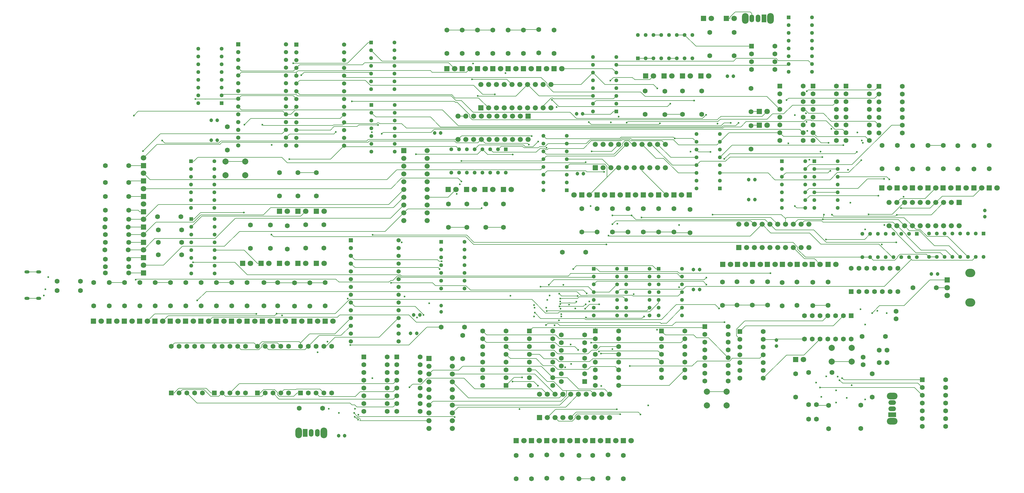
<source format=gbr>
%TF.GenerationSoftware,KiCad,Pcbnew,9.0.4-1.fc42app3*%
%TF.CreationDate,2025-11-06T21:39:45-06:00*%
%TF.ProjectId,8-Bit-PC,382d4269-742d-4504-932e-6b696361645f,1*%
%TF.SameCoordinates,Original*%
%TF.FileFunction,Copper,L3,Inr*%
%TF.FilePolarity,Positive*%
%FSLAX46Y46*%
G04 Gerber Fmt 4.6, Leading zero omitted, Abs format (unit mm)*
G04 Created by KiCad (PCBNEW 9.0.4-1.fc42app3) date 2025-11-06 21:39:45*
%MOMM*%
%LPD*%
G01*
G04 APERTURE LIST*
G04 Aperture macros list*
%AMRoundRect*
0 Rectangle with rounded corners*
0 $1 Rounding radius*
0 $2 $3 $4 $5 $6 $7 $8 $9 X,Y pos of 4 corners*
0 Add a 4 corners polygon primitive as box body*
4,1,4,$2,$3,$4,$5,$6,$7,$8,$9,$2,$3,0*
0 Add four circle primitives for the rounded corners*
1,1,$1+$1,$2,$3*
1,1,$1+$1,$4,$5*
1,1,$1+$1,$6,$7*
1,1,$1+$1,$8,$9*
0 Add four rect primitives between the rounded corners*
20,1,$1+$1,$2,$3,$4,$5,0*
20,1,$1+$1,$4,$5,$6,$7,0*
20,1,$1+$1,$6,$7,$8,$9,0*
20,1,$1+$1,$8,$9,$2,$3,0*%
G04 Aperture macros list end*
%TA.AperFunction,ComponentPad*%
%ADD10C,1.600000*%
%TD*%
%TA.AperFunction,ComponentPad*%
%ADD11RoundRect,0.250000X-0.550000X-0.550000X0.550000X-0.550000X0.550000X0.550000X-0.550000X0.550000X0*%
%TD*%
%TA.AperFunction,ComponentPad*%
%ADD12C,1.200000*%
%TD*%
%TA.AperFunction,ComponentPad*%
%ADD13R,1.295400X1.295400*%
%TD*%
%TA.AperFunction,ComponentPad*%
%ADD14C,1.295400*%
%TD*%
%TA.AperFunction,ComponentPad*%
%ADD15R,1.800000X1.800000*%
%TD*%
%TA.AperFunction,ComponentPad*%
%ADD16C,1.800000*%
%TD*%
%TA.AperFunction,ComponentPad*%
%ADD17R,1.378000X1.378000*%
%TD*%
%TA.AperFunction,ComponentPad*%
%ADD18C,1.378000*%
%TD*%
%TA.AperFunction,ComponentPad*%
%ADD19C,2.000000*%
%TD*%
%TA.AperFunction,ComponentPad*%
%ADD20R,1.600000X1.600000*%
%TD*%
%TA.AperFunction,ComponentPad*%
%ADD21RoundRect,0.250000X0.550000X0.550000X-0.550000X0.550000X-0.550000X-0.550000X0.550000X-0.550000X0*%
%TD*%
%TA.AperFunction,ComponentPad*%
%ADD22R,1.676400X1.676400*%
%TD*%
%TA.AperFunction,ComponentPad*%
%ADD23C,1.676400*%
%TD*%
%TA.AperFunction,ComponentPad*%
%ADD24O,2.200000X3.500000*%
%TD*%
%TA.AperFunction,ComponentPad*%
%ADD25R,1.500000X2.500000*%
%TD*%
%TA.AperFunction,ComponentPad*%
%ADD26O,1.500000X2.500000*%
%TD*%
%TA.AperFunction,HeatsinkPad*%
%ADD27O,1.700000X1.000000*%
%TD*%
%TA.AperFunction,ComponentPad*%
%ADD28O,3.240000X2.720000*%
%TD*%
%TA.AperFunction,ComponentPad*%
%ADD29RoundRect,0.250000X0.550000X-0.550000X0.550000X0.550000X-0.550000X0.550000X-0.550000X-0.550000X0*%
%TD*%
%TA.AperFunction,ComponentPad*%
%ADD30RoundRect,0.250000X-0.550000X0.550000X-0.550000X-0.550000X0.550000X-0.550000X0.550000X0.550000X0*%
%TD*%
%TA.AperFunction,ComponentPad*%
%ADD31O,3.500000X2.200000*%
%TD*%
%TA.AperFunction,ComponentPad*%
%ADD32R,2.500000X1.500000*%
%TD*%
%TA.AperFunction,ComponentPad*%
%ADD33O,2.500000X1.500000*%
%TD*%
%TA.AperFunction,ViaPad*%
%ADD34C,0.600000*%
%TD*%
%TA.AperFunction,Conductor*%
%ADD35C,0.200000*%
%TD*%
G04 APERTURE END LIST*
D10*
%TO.N,Net-(D16-K)*%
%TO.C,R14*%
X266917100Y-109792300D03*
%TO.N,GND*%
X266917100Y-117412300D03*
%TD*%
D11*
%TO.N,Net-(U3-Q)*%
%TO.C,U5*%
X253130000Y-125790000D03*
D10*
%TO.N,Net-(U4-Pad4)*%
X253130000Y-128330000D03*
%TO.N,Net-(U52-Zb)*%
X253130000Y-130870000D03*
%TO.N,Net-(U21-D1)*%
X253130000Y-133410000D03*
%TO.N,Net-(U52-Zc)*%
X253130000Y-135950000D03*
%TO.N,Net-(U21-D2)*%
X253130000Y-138490000D03*
%TO.N,GND*%
X253130000Y-141030000D03*
%TO.N,Net-(U4-Pad10)*%
X260750000Y-141030000D03*
%TO.N,HLT*%
X260750000Y-138490000D03*
%TO.N,Net-(U23-D1)*%
X260750000Y-135950000D03*
%TO.N,Net-(U24-Zc)*%
X260750000Y-133410000D03*
%TO.N,~{CLK}*%
X260750000Y-130870000D03*
%TO.N,CLK*%
X260750000Y-128330000D03*
%TO.N,VCC*%
X260750000Y-125790000D03*
%TD*%
D12*
%TO.N,VCC*%
%TO.C,C8*%
X333040000Y-86300000D03*
%TO.N,GND*%
X333040000Y-88300000D03*
%TD*%
D10*
%TO.N,GND*%
%TO.C,C3*%
X275567100Y-149662300D03*
%TO.N,Net-(U2-DIS)*%
X278067100Y-149662300D03*
%TD*%
%TO.N,Net-(D025-K)*%
%TO.C,R94*%
X319460000Y-72670000D03*
%TO.N,GND*%
X319460000Y-65050000D03*
%TD*%
D11*
%TO.N,/MAR/PROG*%
%TO.C,U52*%
X205977100Y-125657300D03*
D10*
%TO.N,Net-(U52-I0a)*%
X205977100Y-128197300D03*
%TO.N,BUS_7*%
X205977100Y-130737300D03*
%TO.N,Net-(U52-Za)*%
X205977100Y-133277300D03*
%TO.N,Net-(U52-I0b)*%
X205977100Y-135817300D03*
%TO.N,BUS_6*%
X205977100Y-138357300D03*
%TO.N,Net-(U52-Zb)*%
X205977100Y-140897300D03*
%TO.N,GND*%
X205977100Y-143437300D03*
%TO.N,Net-(U52-Zd)*%
X213597100Y-143437300D03*
%TO.N,BUS_4*%
X213597100Y-140897300D03*
%TO.N,Net-(U52-I0d)*%
X213597100Y-138357300D03*
%TO.N,Net-(U52-Zc)*%
X213597100Y-135817300D03*
%TO.N,BUS_5*%
X213597100Y-133277300D03*
%TO.N,Net-(U52-I0c)*%
X213597100Y-130737300D03*
%TO.N,GND*%
X213597100Y-128197300D03*
%TO.N,VCC*%
X213597100Y-125657300D03*
%TD*%
%TO.N,Net-(D112-K)*%
%TO.C,R83*%
X157500000Y-34920000D03*
%TO.N,GND*%
X157500000Y-27300000D03*
%TD*%
%TO.N,Net-(D116-K)*%
%TO.C,R87*%
X177500000Y-34920000D03*
%TO.N,GND*%
X177500000Y-27300000D03*
%TD*%
D13*
%TO.N,GND*%
%TO.C,U8*%
X310870000Y-93930000D03*
D14*
X308330000Y-93930000D03*
%TO.N,/ALU/B_7*%
X305790000Y-93930000D03*
%TO.N,/ALU/B_6*%
X303250000Y-93930000D03*
%TO.N,/ALU/B_5*%
X300710000Y-93930000D03*
%TO.N,/ALU/B_4*%
X298170000Y-93930000D03*
%TO.N,CLK*%
X295630000Y-93930000D03*
%TO.N,GND*%
X293090000Y-93930000D03*
%TO.N,~{BI}*%
X293090000Y-101550000D03*
X295630000Y-101550000D03*
%TO.N,BUS_4*%
X298170000Y-101550000D03*
%TO.N,BUS_5*%
X300710000Y-101550000D03*
%TO.N,BUS_6*%
X303250000Y-101550000D03*
%TO.N,BUS_7*%
X305790000Y-101550000D03*
%TO.N,CLR*%
X308330000Y-101550000D03*
%TO.N,VCC*%
X310870000Y-101550000D03*
%TD*%
D11*
%TO.N,Net-(U51-Zc)*%
%TO.C,U20*%
X227527100Y-125667300D03*
D10*
%TO.N,Net-(U21-\u002AWE)*%
X227527100Y-128207300D03*
%TO.N,Net-(U24-Zb)*%
X227527100Y-130747300D03*
%TO.N,Net-(U23-D3)*%
X227527100Y-133287300D03*
%TO.N,Net-(U24-Za)*%
X227527100Y-135827300D03*
%TO.N,Net-(U23-D2)*%
X227527100Y-138367300D03*
%TO.N,GND*%
X227527100Y-140907300D03*
%TO.N,Net-(U21-D3)*%
X235147100Y-140907300D03*
%TO.N,Net-(U52-Zd)*%
X235147100Y-138367300D03*
%TO.N,N/C*%
X235147100Y-135827300D03*
X235147100Y-133287300D03*
%TO.N,Net-(U23-D0)*%
X235147100Y-130747300D03*
%TO.N,Net-(U24-Zd)*%
X235147100Y-128207300D03*
%TO.N,VCC*%
X235147100Y-125667300D03*
%TD*%
D13*
%TO.N,Net-(U41-~{MR})*%
%TO.C,U41*%
X84032100Y-51252300D03*
D14*
%TO.N,~{CLK}*%
X84032100Y-48712300D03*
%TO.N,unconnected-(U41-D0-Pad3)*%
X84032100Y-46172300D03*
%TO.N,unconnected-(U41-D1-Pad4)*%
X84032100Y-43632300D03*
%TO.N,unconnected-(U41-D2-Pad5)*%
X84032100Y-41092300D03*
%TO.N,unconnected-(U41-D3-Pad6)*%
X84032100Y-38552300D03*
%TO.N,VCC*%
X84032100Y-36012300D03*
%TO.N,GND*%
X84032100Y-33472300D03*
%TO.N,VCC*%
X76412100Y-33472300D03*
X76412100Y-36012300D03*
%TO.N,unconnected-(U41-Q3-Pad11)*%
X76412100Y-38552300D03*
%TO.N,Net-(D61-A)*%
X76412100Y-41092300D03*
%TO.N,Net-(D60-A)*%
X76412100Y-43632300D03*
%TO.N,Net-(D59-A)*%
X76412100Y-46172300D03*
%TO.N,unconnected-(U41-TC-Pad15)*%
X76412100Y-48712300D03*
%TO.N,VCC*%
X76412100Y-51252300D03*
%TD*%
D12*
%TO.N,VCC*%
%TO.C,C11*%
X249000000Y-42420000D03*
%TO.N,GND*%
X251000000Y-42420000D03*
%TD*%
D15*
%TO.N,Net-(D31-K)*%
%TO.C,D31*%
X205080000Y-161420000D03*
D16*
%TO.N,Net-(D31-A)*%
X207620000Y-161420000D03*
%TD*%
D15*
%TO.N,Net-(D116-K)*%
%TO.C,D116*%
X177460000Y-39920000D03*
D16*
%TO.N,Net-(D116-A)*%
X180000000Y-39920000D03*
%TD*%
D10*
%TO.N,Net-(C14-Pad2)*%
%TO.C,R32*%
X202817100Y-99912300D03*
%TO.N,GND*%
X195197100Y-99912300D03*
%TD*%
D11*
%TO.N,Net-(U4-Pad3)*%
%TO.C,U6*%
X312620000Y-141580000D03*
D10*
%TO.N,Net-(U4-Pad6)*%
X312620000Y-144120000D03*
%TO.N,Net-(U4-Pad9)*%
X312620000Y-146660000D03*
%TO.N,unconnected-(U6-Pad4)*%
X312620000Y-149200000D03*
%TO.N,unconnected-(U6-Pad5)*%
X312620000Y-151740000D03*
%TO.N,unconnected-(U6-Pad6)*%
X312620000Y-154280000D03*
%TO.N,GND*%
X312620000Y-156820000D03*
%TO.N,unconnected-(U6-Pad8)*%
X320240000Y-156820000D03*
%TO.N,unconnected-(U6-Pad9)*%
X320240000Y-154280000D03*
%TO.N,unconnected-(U6-Pad10)*%
X320240000Y-151740000D03*
%TO.N,unconnected-(U6-Pad11)*%
X320240000Y-149200000D03*
%TO.N,unconnected-(U6-Pad12)*%
X320240000Y-146660000D03*
%TO.N,unconnected-(U6-Pad13)*%
X320240000Y-144120000D03*
%TO.N,VCC*%
X320240000Y-141580000D03*
%TD*%
D15*
%TO.N,Net-(D57-K)*%
%TO.C,D57*%
X108902100Y-103552300D03*
D16*
%TO.N,Net-(D57-A)*%
X111442100Y-103552300D03*
%TD*%
D15*
%TO.N,Net-(D53-K)*%
%TO.C,D53*%
X117787100Y-122412300D03*
D16*
%TO.N,Net-(D53-A)*%
X120327100Y-122412300D03*
%TD*%
D10*
%TO.N,Net-(D17-K)*%
%TO.C,R15*%
X271717100Y-109602300D03*
%TO.N,GND*%
X271717100Y-117222300D03*
%TD*%
%TO.N,Net-(D15-K)*%
%TO.C,R13*%
X262167100Y-109542300D03*
%TO.N,GND*%
X262167100Y-117162300D03*
%TD*%
D15*
%TO.N,Net-(D112-K)*%
%TO.C,D112*%
X157500000Y-39920000D03*
D16*
%TO.N,IR_7*%
X160040000Y-39920000D03*
%TD*%
D10*
%TO.N,GND*%
%TO.C,R16*%
X276917100Y-117352300D03*
%TO.N,Net-(D18-K)*%
X276917100Y-109732300D03*
%TD*%
D15*
%TO.N,Net-(D14-K)*%
%TO.C,D14*%
X259460000Y-53920000D03*
D16*
%TO.N,CF*%
X262000000Y-53920000D03*
%TD*%
D10*
%TO.N,VCC*%
%TO.C,R3*%
X275507100Y-139162300D03*
%TO.N,Net-(U2-TR)*%
X283127100Y-139162300D03*
%TD*%
%TO.N,Net-(D62-K)*%
%TO.C,R65*%
X53667700Y-106657100D03*
%TO.N,GND*%
X46047700Y-106657100D03*
%TD*%
%TO.N,Net-(D20-K)*%
%TO.C,R20*%
X222197100Y-47272300D03*
%TO.N,GND*%
X222197100Y-54892300D03*
%TD*%
D15*
%TO.N,Net-(D69-K)*%
%TO.C,D69*%
X58500000Y-71650000D03*
D16*
%TO.N,BUS_7*%
X58500000Y-69110000D03*
%TD*%
D15*
%TO.N,Net-(D13-K)*%
%TO.C,D13*%
X257242100Y-103852300D03*
D16*
%TO.N,Net-(D13-A)*%
X259782100Y-103852300D03*
%TD*%
D10*
%TO.N,Net-(D028-K)*%
%TO.C,R97*%
X304460000Y-72670000D03*
%TO.N,GND*%
X304460000Y-65050000D03*
%TD*%
D17*
%TO.N,N/C*%
%TO.C,U43*%
X89442550Y-32020000D03*
D18*
%TO.N,GND*%
X89442550Y-34560000D03*
X89442550Y-37100000D03*
%TO.N,IR_7*%
X89442550Y-39640000D03*
%TO.N,IR_6*%
X89442550Y-42180000D03*
%TO.N,IR_5*%
X89442550Y-44720000D03*
%TO.N,IR_4*%
X89442550Y-47260000D03*
%TO.N,Net-(D61-A)*%
X89442550Y-49800000D03*
%TO.N,Net-(D60-A)*%
X89442550Y-52340000D03*
%TO.N,Net-(D59-A)*%
X89442550Y-54880000D03*
%TO.N,Net-(D45-A)*%
X89442550Y-57420000D03*
%TO.N,Net-(D44-A)*%
X89442550Y-59960000D03*
%TO.N,Net-(D43-A)*%
X89442550Y-62500000D03*
%TO.N,GND*%
X89442550Y-65040000D03*
%TO.N,Net-(D42-A)*%
X105000050Y-65040000D03*
%TO.N,Net-(D41-A)*%
X105000050Y-62500000D03*
%TO.N,RI*%
X105000050Y-59960000D03*
%TO.N,Net-(D39-A)*%
X105000050Y-57420000D03*
%TO.N,HLT*%
X105000050Y-54880000D03*
%TO.N,GND*%
X105000050Y-52340000D03*
X105000050Y-49800000D03*
X105000050Y-47260000D03*
X105000050Y-44720000D03*
%TO.N,ZF*%
X105000050Y-42180000D03*
%TO.N,CF*%
X105000050Y-39640000D03*
%TO.N,N/C*%
X105000050Y-37100000D03*
%TO.N,VCC*%
X105000050Y-34560000D03*
X105000050Y-32020000D03*
%TD*%
D15*
%TO.N,Net-(D17-K)*%
%TO.C,D17*%
X271842100Y-103852300D03*
D16*
%TO.N,Net-(D17-A)*%
X274382100Y-103852300D03*
%TD*%
D15*
%TO.N,Net-(D59-K)*%
%TO.C,D59*%
X102902100Y-86552300D03*
D16*
%TO.N,Net-(D59-A)*%
X105442100Y-86552300D03*
%TD*%
D15*
%TO.N,Net-(D115-K)*%
%TO.C,D115*%
X172460000Y-39920000D03*
D16*
%TO.N,IR_4*%
X175000000Y-39920000D03*
%TD*%
D19*
%TO.N,GND*%
%TO.C,SW6*%
X248817100Y-149927300D03*
X242317100Y-149927300D03*
%TO.N,Net-(U51-I0c)*%
X248817100Y-145427300D03*
X242317100Y-145427300D03*
%TD*%
D15*
%TO.N,Net-(D30-K)*%
%TO.C,D30*%
X200120000Y-161420000D03*
D16*
%TO.N,Net-(D30-A)*%
X202660000Y-161420000D03*
%TD*%
D11*
%TO.N,Net-(U31-Q)*%
%TO.C,U32*%
X130383900Y-134069100D03*
D10*
%TO.N,VCC*%
X130383900Y-136609100D03*
X130383900Y-139149100D03*
X130383900Y-141689100D03*
X130383900Y-144229100D03*
%TO.N,Net-(U32A-~{Q})*%
X130383900Y-146769100D03*
%TO.N,VCC*%
X130383900Y-149309100D03*
X130383900Y-151849100D03*
X138003900Y-151849100D03*
%TO.N,Net-(U32B-~{Q})*%
X138003900Y-149309100D03*
%TO.N,unconnected-(U32B-Q-Pad11)*%
X138003900Y-146769100D03*
%TO.N,VCC*%
X138003900Y-144229100D03*
%TO.N,GND*%
X138003900Y-141689100D03*
%TO.N,Net-(U32A-~{Q})*%
X138003900Y-139149100D03*
%TO.N,unconnected-(U32A-Q-Pad15)*%
X138003900Y-136609100D03*
%TO.N,VCC*%
X138003900Y-134069100D03*
%TD*%
D15*
%TO.N,Net-(D50-K)*%
%TO.C,D50*%
X102277100Y-122412300D03*
D16*
%TO.N,CE*%
X104817100Y-122412300D03*
%TD*%
D20*
%TO.N,Net-(U34-E)*%
%TO.C,U35*%
X81636400Y-145879100D03*
D10*
%TO.N,Net-(U34-D)*%
X84176400Y-145879100D03*
%TO.N,Net-(U33A-O0)*%
X86716400Y-145879100D03*
%TO.N,Net-(U34-C)*%
X89256400Y-145879100D03*
%TO.N,Net-(U34-DP)*%
X91796400Y-145879100D03*
%TO.N,Net-(U34-B)*%
X91796400Y-130639100D03*
%TO.N,Net-(U34-A)*%
X89256400Y-130639100D03*
%TO.N,Net-(U33A-O0)*%
X86716400Y-130639100D03*
%TO.N,Net-(U34-F)*%
X84176400Y-130639100D03*
%TO.N,Net-(U34-G)*%
X81636400Y-130639100D03*
%TD*%
D15*
%TO.N,Net-(D11-K)*%
%TO.C,D11*%
X247477100Y-103852300D03*
D16*
%TO.N,Net-(D11-A)*%
X250017100Y-103852300D03*
%TD*%
D15*
%TO.N,Net-(D25-K)*%
%TO.C,D25*%
X248710000Y-23500000D03*
D16*
%TO.N,Net-(D25-A)*%
X251250000Y-23500000D03*
%TD*%
D10*
%TO.N,Net-(D57-A)*%
%TO.C,R57*%
X111412100Y-98552300D03*
%TO.N,VCC*%
X111412100Y-90932300D03*
%TD*%
D11*
%TO.N,GND*%
%TO.C,U33*%
X141163900Y-134069100D03*
D10*
%TO.N,Net-(U32A-~{Q})*%
X141163900Y-136609100D03*
%TO.N,Net-(U32B-~{Q})*%
X141163900Y-139149100D03*
%TO.N,Net-(U33A-O0)*%
X141163900Y-141689100D03*
%TO.N,Net-(U33A-O1)*%
X141163900Y-144229100D03*
%TO.N,Net-(U33A-O2)*%
X141163900Y-146769100D03*
%TO.N,Net-(U33A-O3)*%
X141163900Y-149309100D03*
%TO.N,GND*%
X141163900Y-151849100D03*
%TO.N,N/C*%
X148783900Y-151849100D03*
X148783900Y-149309100D03*
X148783900Y-146769100D03*
X148783900Y-144229100D03*
X148783900Y-141689100D03*
X148783900Y-139149100D03*
X148783900Y-136609100D03*
%TO.N,VCC*%
X148783900Y-134069100D03*
%TD*%
D15*
%TO.N,Net-(D38-K)*%
%TO.C,D38*%
X42227100Y-122412300D03*
D16*
%TO.N,HLT*%
X44767100Y-122412300D03*
%TD*%
D10*
%TO.N,Net-(D69-K)*%
%TO.C,R72*%
X53667700Y-71657100D03*
%TO.N,GND*%
X46047700Y-71657100D03*
%TD*%
D12*
%TO.N,VCC*%
%TO.C,C18*%
X148666400Y-120379100D03*
%TO.N,GND*%
X146666400Y-120379100D03*
%TD*%
D15*
%TO.N,Net-(D42-K)*%
%TO.C,D42*%
X62227100Y-122412300D03*
D16*
%TO.N,Net-(D42-A)*%
X64767100Y-122412300D03*
%TD*%
D15*
%TO.N,Net-(D8-K)*%
%TO.C,D8*%
X231587100Y-81162300D03*
D16*
%TO.N,/ALU/A_1*%
X229047100Y-81162300D03*
%TD*%
D10*
%TO.N,Net-(D50-K)*%
%TO.C,R52*%
X102317100Y-117412300D03*
%TO.N,GND*%
X102317100Y-109792300D03*
%TD*%
%TO.N,Net-(D118-K)*%
%TO.C,R89*%
X187500000Y-34790000D03*
%TO.N,GND*%
X187500000Y-27170000D03*
%TD*%
%TO.N,Net-(D33-K)*%
%TO.C,R31*%
X215120000Y-166300000D03*
%TO.N,GND*%
X215120000Y-173920000D03*
%TD*%
%TO.N,VCC*%
%TO.C,R5*%
X292567100Y-157472300D03*
%TO.N,Net-(SW2-A)*%
X292567100Y-149852300D03*
%TD*%
D15*
%TO.N,Net-(D022-K)*%
%TO.C,D022*%
X334460000Y-78920000D03*
D16*
%TO.N,/ALU/B_7*%
X337000000Y-78920000D03*
%TD*%
D10*
%TO.N,Net-(D119-K)*%
%TO.C,R90*%
X192500000Y-34920000D03*
%TO.N,GND*%
X192500000Y-27300000D03*
%TD*%
D12*
%TO.N,VCC*%
%TO.C,C10*%
X255993900Y-82749100D03*
%TO.N,GND*%
X257993900Y-82749100D03*
%TD*%
%TO.N,Net-(U1-THR)*%
%TO.C,C7*%
X317605000Y-107040000D03*
%TO.N,GND*%
X315605000Y-107040000D03*
%TD*%
D15*
%TO.N,Net-(D54-K)*%
%TO.C,D54*%
X90872100Y-103552300D03*
D16*
%TO.N,Net-(D54-A)*%
X93412100Y-103552300D03*
%TD*%
D10*
%TO.N,BUS_6*%
%TO.C,R74*%
X63325000Y-92640000D03*
%TO.N,GND*%
X70945000Y-92640000D03*
%TD*%
D15*
%TO.N,Net-(D44-K)*%
%TO.C,D44*%
X72277100Y-122412300D03*
D16*
%TO.N,Net-(D44-A)*%
X74817100Y-122412300D03*
%TD*%
D15*
%TO.N,Net-(D48-K)*%
%TO.C,D48*%
X92277100Y-122412300D03*
D16*
%TO.N,Net-(D48-A)*%
X94817100Y-122412300D03*
%TD*%
D21*
%TO.N,Net-(U24-I0d)*%
%TO.C,SW5*%
X176817100Y-143412300D03*
D10*
%TO.N,Net-(U24-I0c)*%
X176817100Y-140872300D03*
%TO.N,GND*%
X176817100Y-138332300D03*
X176817100Y-135792300D03*
%TO.N,Net-(U52-I0d)*%
X176817100Y-133252300D03*
%TO.N,Net-(U52-I0c)*%
X176817100Y-130712300D03*
%TO.N,GND*%
X176817100Y-128172300D03*
X176817100Y-125632300D03*
%TO.N,Net-(U52-I0a)*%
X169197100Y-125632300D03*
%TO.N,Net-(U52-I0b)*%
X169197100Y-128172300D03*
%TO.N,GND*%
X169197100Y-130712300D03*
X169197100Y-133252300D03*
%TO.N,Net-(U24-I0a)*%
X169197100Y-135792300D03*
%TO.N,Net-(U24-I0b)*%
X169197100Y-138332300D03*
%TO.N,GND*%
X169197100Y-140872300D03*
X169197100Y-143412300D03*
%TD*%
D22*
%TO.N,GND*%
%TO.C,U29*%
X143430000Y-66740000D03*
D23*
%TO.N,unconnected-(U29-A0-Pad2)*%
X143430000Y-69280000D03*
%TO.N,unconnected-(U29-A1-Pad3)*%
X143430000Y-71820000D03*
%TO.N,unconnected-(U29-A2-Pad4)*%
X143430000Y-74360000D03*
%TO.N,unconnected-(U29-A3-Pad5)*%
X143430000Y-76900000D03*
%TO.N,BUS_3*%
X143430000Y-79440000D03*
%TO.N,BUS_2*%
X143430000Y-81980000D03*
%TO.N,BUS_1*%
X143430000Y-84520000D03*
%TO.N,BUS_0*%
X143430000Y-87060000D03*
%TO.N,GND*%
X143430000Y-89600000D03*
%TO.N,Net-(D37-A)*%
X151050000Y-89600000D03*
%TO.N,Net-(D36-A)*%
X151050000Y-87060000D03*
%TO.N,Net-(D35-A)*%
X151050000Y-84520000D03*
%TO.N,Net-(D34-A)*%
X151050000Y-81980000D03*
%TO.N,unconnected-(U29-B3-Pad15)*%
X151050000Y-79440000D03*
%TO.N,unconnected-(U29-B2-Pad16)*%
X151050000Y-76900000D03*
%TO.N,unconnected-(U29-B1-Pad17)*%
X151050000Y-74360000D03*
%TO.N,unconnected-(U29-B0-Pad18)*%
X151050000Y-71820000D03*
%TO.N,~{CO}*%
X151050000Y-69280000D03*
%TO.N,VCC*%
X151050000Y-66740000D03*
%TD*%
D10*
%TO.N,Net-(SW7-A)*%
%TO.C,R39*%
X109356400Y-150879100D03*
%TO.N,GND*%
X116976400Y-150879100D03*
%TD*%
D15*
%TO.N,Net-(D10-K)*%
%TO.C,D10*%
X259460000Y-58420000D03*
D16*
%TO.N,ZF*%
X262000000Y-58420000D03*
%TD*%
D15*
%TO.N,Net-(D028-K)*%
%TO.C,D028*%
X304440000Y-78920000D03*
D16*
%TO.N,/ALU/B_1*%
X306980000Y-78920000D03*
%TD*%
D10*
%TO.N,Net-(D42-K)*%
%TO.C,R44*%
X62317100Y-117412300D03*
%TO.N,GND*%
X62317100Y-109792300D03*
%TD*%
D15*
%TO.N,Net-(D20-K)*%
%TO.C,D20*%
X222397100Y-42332300D03*
D16*
%TO.N,/MAR/A3*%
X224937100Y-42332300D03*
%TD*%
D21*
%TO.N,Net-(U52-Za)*%
%TO.C,U22*%
X202437100Y-142152300D03*
D10*
%TO.N,Net-(U21-D0)*%
X202437100Y-139612300D03*
%TO.N,unconnected-(U22-Pad3)*%
X202437100Y-137072300D03*
%TO.N,unconnected-(U22-Pad4)*%
X202437100Y-134532300D03*
%TO.N,unconnected-(U22-Pad5)*%
X202437100Y-131992300D03*
%TO.N,unconnected-(U22-Pad6)*%
X202437100Y-129452300D03*
%TO.N,GND*%
X202437100Y-126912300D03*
%TO.N,unconnected-(U22-Pad8)*%
X194817100Y-126912300D03*
%TO.N,unconnected-(U22-Pad9)*%
X194817100Y-129452300D03*
%TO.N,unconnected-(U22-Pad10)*%
X194817100Y-131992300D03*
%TO.N,unconnected-(U22-Pad11)*%
X194817100Y-134532300D03*
%TO.N,unconnected-(U22-Pad12)*%
X194817100Y-137072300D03*
%TO.N,unconnected-(U22-Pad13)*%
X194817100Y-139612300D03*
%TO.N,VCC*%
X194817100Y-142152300D03*
%TD*%
%TO.N,Net-(D66-K)*%
%TO.C,R69*%
X53667700Y-86157100D03*
%TO.N,GND*%
X46047700Y-86157100D03*
%TD*%
%TO.N,Net-(D26-K)*%
%TO.C,R24*%
X180120000Y-166300000D03*
%TO.N,GND*%
X180120000Y-173920000D03*
%TD*%
%TO.N,VCC*%
%TO.C,R6*%
X296317100Y-147222300D03*
%TO.N,Net-(SW2-C)*%
X296317100Y-139602300D03*
%TD*%
D15*
%TO.N,Net-(D025-K)*%
%TO.C,D025*%
X319420000Y-78920000D03*
D16*
%TO.N,/ALU/B_4*%
X321960000Y-78920000D03*
%TD*%
D20*
%TO.N,Net-(U34-E)*%
%TO.C,U37*%
X109736400Y-145879100D03*
D10*
%TO.N,Net-(U34-D)*%
X112276400Y-145879100D03*
%TO.N,Net-(U33A-O1)*%
X114816400Y-145879100D03*
%TO.N,Net-(U34-C)*%
X117356400Y-145879100D03*
%TO.N,Net-(U34-DP)*%
X119896400Y-145879100D03*
%TO.N,Net-(U34-B)*%
X119896400Y-130639100D03*
%TO.N,Net-(U34-A)*%
X117356400Y-130639100D03*
%TO.N,Net-(U33A-O1)*%
X114816400Y-130639100D03*
%TO.N,Net-(U34-F)*%
X112276400Y-130639100D03*
%TO.N,Net-(U34-G)*%
X109736400Y-130639100D03*
%TD*%
D15*
%TO.N,Net-(D68-K)*%
%TO.C,D68*%
X58500000Y-76650000D03*
D16*
%TO.N,BUS_6*%
X58500000Y-74110000D03*
%TD*%
D10*
%TO.N,Net-(D19-K)*%
%TO.C,R17*%
X281917100Y-109602300D03*
%TO.N,GND*%
X281917100Y-117222300D03*
%TD*%
%TO.N,Net-(D68-K)*%
%TO.C,R71*%
X53667700Y-77157100D03*
%TO.N,GND*%
X46047700Y-77157100D03*
%TD*%
%TO.N,VCC*%
%TO.C,R19*%
X251250000Y-35750000D03*
%TO.N,Net-(D25-A)*%
X251250000Y-28130000D03*
%TD*%
D12*
%TO.N,Net-(U31-CV)*%
%TO.C,C17*%
X124166400Y-159879100D03*
%TO.N,GND*%
X122166400Y-159879100D03*
%TD*%
D15*
%TO.N,Net-(D114-K)*%
%TO.C,D114*%
X167480000Y-39920000D03*
D16*
%TO.N,IR_5*%
X170020000Y-39920000D03*
%TD*%
D12*
%TO.N,VCC*%
%TO.C,C13*%
X237977100Y-112097300D03*
%TO.N,GND*%
X239977100Y-112097300D03*
%TD*%
D10*
%TO.N,VCC*%
%TO.C,R37*%
X162666400Y-134689100D03*
%TO.N,Net-(U31-DIS)*%
X162666400Y-127069100D03*
%TD*%
%TO.N,GND*%
%TO.C,R33*%
X157990000Y-91790000D03*
%TO.N,Net-(D34-K)*%
X157990000Y-84170000D03*
%TD*%
%TO.N,Net-(D60-K)*%
%TO.C,R62*%
X108912100Y-81552300D03*
%TO.N,GND*%
X108912100Y-73932300D03*
%TD*%
D15*
%TO.N,Net-(D61-K)*%
%TO.C,D61*%
X114922100Y-86552300D03*
D16*
%TO.N,Net-(D61-A)*%
X117462100Y-86552300D03*
%TD*%
D15*
%TO.N,Net-(D21-K)*%
%TO.C,D21*%
X228407100Y-42332300D03*
D16*
%TO.N,/MAR/A2*%
X230947100Y-42332300D03*
%TD*%
D11*
%TO.N,Net-(D13-A)*%
%TO.C,U13*%
X276940000Y-45670000D03*
D10*
%TO.N,Net-(U13-B2)*%
X276940000Y-48210000D03*
%TO.N,/ALU/A_5*%
X276940000Y-50750000D03*
%TO.N,Net-(D15-A)*%
X276940000Y-53290000D03*
%TO.N,/ALU/A_4*%
X276940000Y-55830000D03*
%TO.N,Net-(U13-B1)*%
X276940000Y-58370000D03*
%TO.N,Net-(U13-C0)*%
X276940000Y-60910000D03*
%TO.N,GND*%
X276940000Y-63450000D03*
%TO.N,Net-(U12-D0)*%
X284560000Y-63450000D03*
%TO.N,Net-(D11-A)*%
X284560000Y-60910000D03*
%TO.N,Net-(U13-B4)*%
X284560000Y-58370000D03*
%TO.N,/ALU/A_7*%
X284560000Y-55830000D03*
%TO.N,Net-(D12-A)*%
X284560000Y-53290000D03*
%TO.N,/ALU/A_6*%
X284560000Y-50750000D03*
%TO.N,Net-(U13-B3)*%
X284560000Y-48210000D03*
%TO.N,VCC*%
X284560000Y-45670000D03*
%TD*%
%TO.N,Net-(D022-K)*%
%TO.C,R91*%
X334460000Y-72670000D03*
%TO.N,GND*%
X334460000Y-65050000D03*
%TD*%
%TO.N,Net-(D45-K)*%
%TO.C,R47*%
X77317100Y-117412300D03*
%TO.N,GND*%
X77317100Y-109792300D03*
%TD*%
%TO.N,Net-(J1-CC2)*%
%TO.C,R81*%
X30380000Y-112420000D03*
%TO.N,GND*%
X38000000Y-112420000D03*
%TD*%
D15*
%TO.N,Net-(D027-K)*%
%TO.C,D027*%
X309440000Y-78920000D03*
D16*
%TO.N,/ALU/B_2*%
X311980000Y-78920000D03*
%TD*%
D10*
%TO.N,Net-(D54-A)*%
%TO.C,R60*%
X93412100Y-98672300D03*
%TO.N,VCC*%
X93412100Y-91052300D03*
%TD*%
D11*
%TO.N,/MAR/PROG*%
%TO.C,U24*%
X184417100Y-125657300D03*
D10*
%TO.N,Net-(U24-I0a)*%
X184417100Y-128197300D03*
%TO.N,BUS_3*%
X184417100Y-130737300D03*
%TO.N,Net-(U24-Za)*%
X184417100Y-133277300D03*
%TO.N,Net-(U24-I0b)*%
X184417100Y-135817300D03*
%TO.N,BUS_2*%
X184417100Y-138357300D03*
%TO.N,Net-(U24-Zb)*%
X184417100Y-140897300D03*
%TO.N,GND*%
X184417100Y-143437300D03*
%TO.N,Net-(U24-Zd)*%
X192037100Y-143437300D03*
%TO.N,BUS_0*%
X192037100Y-140897300D03*
%TO.N,Net-(U24-I0d)*%
X192037100Y-138357300D03*
%TO.N,Net-(U24-Zc)*%
X192037100Y-135817300D03*
%TO.N,BUS_1*%
X192037100Y-133277300D03*
%TO.N,Net-(U24-I0c)*%
X192037100Y-130737300D03*
%TO.N,GND*%
X192037100Y-128197300D03*
%TO.N,VCC*%
X192037100Y-125657300D03*
%TD*%
D15*
%TO.N,Net-(D27-K)*%
%TO.C,D27*%
X185130000Y-161420000D03*
D16*
%TO.N,Net-(D27-A)*%
X187670000Y-161420000D03*
%TD*%
D10*
%TO.N,VCC*%
%TO.C,R1*%
X293007100Y-127412300D03*
%TO.N,Net-(U1-DIS)*%
X300627100Y-127412300D03*
%TD*%
%TO.N,VCC*%
%TO.C,R4*%
X282067100Y-157532300D03*
%TO.N,Net-(U2-DIS)*%
X282067100Y-149912300D03*
%TD*%
D15*
%TO.N,Net-(D29-K)*%
%TO.C,D29*%
X195120000Y-161420000D03*
D16*
%TO.N,Net-(D29-A)*%
X197660000Y-161420000D03*
%TD*%
D10*
%TO.N,Net-(D67-K)*%
%TO.C,R70*%
X53667700Y-81657100D03*
%TO.N,GND*%
X46047700Y-81657100D03*
%TD*%
D15*
%TO.N,Net-(D22-K)*%
%TO.C,D22*%
X234417100Y-42332300D03*
D16*
%TO.N,/MAR/A1*%
X236957100Y-42332300D03*
%TD*%
D10*
%TO.N,GND*%
%TO.C,R35*%
X170240000Y-91790000D03*
%TO.N,Net-(D36-K)*%
X170240000Y-84170000D03*
%TD*%
D15*
%TO.N,Net-(D56-K)*%
%TO.C,D56*%
X102892100Y-103552300D03*
D16*
%TO.N,Net-(D56-A)*%
X105432100Y-103552300D03*
%TD*%
D13*
%TO.N,~{CLR}*%
%TO.C,U30*%
X176740000Y-66300000D03*
D14*
%TO.N,CLK*%
X174200000Y-66300000D03*
%TO.N,BUS_0*%
X171660000Y-66300000D03*
%TO.N,BUS_1*%
X169120000Y-66300000D03*
%TO.N,BUS_2*%
X166580000Y-66300000D03*
%TO.N,BUS_3*%
X164040000Y-66300000D03*
%TO.N,CE*%
X161500000Y-66300000D03*
%TO.N,GND*%
X158960000Y-66300000D03*
%TO.N,~{J}*%
X158960000Y-73920000D03*
%TO.N,CE*%
X161500000Y-73920000D03*
%TO.N,Net-(D34-A)*%
X164040000Y-73920000D03*
%TO.N,Net-(D35-A)*%
X166580000Y-73920000D03*
%TO.N,Net-(D36-A)*%
X169120000Y-73920000D03*
%TO.N,Net-(D37-A)*%
X171660000Y-73920000D03*
%TO.N,unconnected-(U30-TC-Pad15)*%
X174200000Y-73920000D03*
%TO.N,VCC*%
X176740000Y-73920000D03*
%TD*%
D15*
%TO.N,Net-(D41-K)*%
%TO.C,D41*%
X57227100Y-122412300D03*
D16*
%TO.N,Net-(D41-A)*%
X59767100Y-122412300D03*
%TD*%
D15*
%TO.N,Net-(D46-K)*%
%TO.C,D46*%
X82277100Y-122412300D03*
D16*
%TO.N,Net-(D46-A)*%
X84817100Y-122412300D03*
%TD*%
D10*
%TO.N,GND*%
%TO.C,R36*%
X175990000Y-91790000D03*
%TO.N,Net-(D37-K)*%
X175990000Y-84170000D03*
%TD*%
%TO.N,Net-(D53-K)*%
%TO.C,R55*%
X117817100Y-117412300D03*
%TO.N,GND*%
X117817100Y-109792300D03*
%TD*%
D13*
%TO.N,GND*%
%TO.C,U19*%
X269000000Y-23180000D03*
D14*
X269000000Y-25720000D03*
%TO.N,/MAR/PROG*%
X269000000Y-28260000D03*
X269000000Y-30800000D03*
X269000000Y-33340000D03*
X269000000Y-35880000D03*
%TO.N,CLK*%
X269000000Y-38420000D03*
%TO.N,GND*%
X269000000Y-40960000D03*
%TO.N,~{MI}*%
X276620000Y-40960000D03*
X276620000Y-38420000D03*
%TO.N,BUS_0*%
X276620000Y-35880000D03*
%TO.N,BUS_1*%
X276620000Y-33340000D03*
%TO.N,BUS_2*%
X276620000Y-30800000D03*
%TO.N,BUS_3*%
X276620000Y-28260000D03*
%TO.N,CLR*%
X276620000Y-25720000D03*
%TO.N,VCC*%
X276620000Y-23180000D03*
%TD*%
D12*
%TO.N,VCC*%
%TO.C,C118*%
X199817100Y-54712300D03*
%TO.N,GND*%
X201817100Y-54712300D03*
%TD*%
D11*
%TO.N,Net-(U10-Pad1)*%
%TO.C,U10*%
X298500000Y-45680000D03*
D10*
%TO.N,Net-(U10-Pad2)*%
X298500000Y-48220000D03*
%TO.N,Net-(U10-Pad3)*%
X298500000Y-50760000D03*
%TO.N,Net-(U10-Pad4)*%
X298500000Y-53300000D03*
%TO.N,Net-(U10-Pad3)*%
X298500000Y-55840000D03*
%TO.N,Net-(U12-D1)*%
X298500000Y-58380000D03*
%TO.N,GND*%
X298500000Y-60920000D03*
%TO.N,Net-(U10-Pad4)*%
X306120000Y-60920000D03*
%TO.N,Net-(U10-Pad9)*%
X306120000Y-58380000D03*
%TO.N,Net-(U10-Pad10)*%
X306120000Y-55840000D03*
%TO.N,unconnected-(U10-Pad11)*%
X306120000Y-53300000D03*
%TO.N,unconnected-(U10-Pad12)*%
X306120000Y-50760000D03*
%TO.N,unconnected-(U10-Pad13)*%
X306120000Y-48220000D03*
%TO.N,VCC*%
X306120000Y-45680000D03*
%TD*%
D24*
%TO.N,*%
%TO.C,SW7*%
X109166400Y-158879100D03*
X117366400Y-158879100D03*
D25*
%TO.N,Net-(SW7-A)*%
X111266400Y-158879100D03*
D26*
%TO.N,Net-(SW7-B)*%
X113266400Y-158879100D03*
%TO.N,VCC*%
X115266400Y-158879100D03*
%TD*%
D10*
%TO.N,Net-(D117-K)*%
%TO.C,R88*%
X182500000Y-34920000D03*
%TO.N,GND*%
X182500000Y-27300000D03*
%TD*%
D13*
%TO.N,Net-(U10-Pad2)*%
%TO.C,U11*%
X266848400Y-70180000D03*
D14*
%TO.N,Net-(D11-A)*%
X266848400Y-72720000D03*
%TO.N,Net-(D12-A)*%
X266848400Y-75260000D03*
%TO.N,Net-(U10-Pad1)*%
X266848400Y-77800000D03*
%TO.N,Net-(D13-A)*%
X266848400Y-80340000D03*
%TO.N,Net-(D15-A)*%
X266848400Y-82880000D03*
%TO.N,GND*%
X266848400Y-85420000D03*
%TO.N,Net-(D16-A)*%
X274468400Y-85420000D03*
%TO.N,Net-(D17-A)*%
X274468400Y-82880000D03*
%TO.N,Net-(U10-Pad10)*%
X274468400Y-80340000D03*
%TO.N,Net-(D18-A)*%
X274468400Y-77800000D03*
%TO.N,Net-(D19-A)*%
X274468400Y-75260000D03*
%TO.N,Net-(U10-Pad9)*%
X274468400Y-72720000D03*
%TO.N,VCC*%
X274468400Y-70180000D03*
%TD*%
D19*
%TO.N,GND*%
%TO.C,SW1*%
X283067100Y-131162300D03*
X289567100Y-131162300D03*
%TO.N,Net-(U2-TR)*%
X283067100Y-135662300D03*
X289567100Y-135662300D03*
%TD*%
D15*
%TO.N,Net-(D28-K)*%
%TO.C,D28*%
X190120000Y-161420000D03*
D16*
%TO.N,Net-(D28-A)*%
X192660000Y-161420000D03*
%TD*%
D10*
%TO.N,Net-(D56-A)*%
%TO.C,R58*%
X105412100Y-98862300D03*
%TO.N,VCC*%
X105412100Y-91242300D03*
%TD*%
%TO.N,Net-(D55-A)*%
%TO.C,R59*%
X99912100Y-98672300D03*
%TO.N,VCC*%
X99912100Y-91052300D03*
%TD*%
%TO.N,Net-(U1-DIS)*%
%TO.C,R2*%
X309545000Y-111540000D03*
%TO.N,Net-(R2-Pad2)*%
X317165000Y-111540000D03*
%TD*%
D15*
%TO.N,Net-(D40-K)*%
%TO.C,D40*%
X52227100Y-122412300D03*
D16*
%TO.N,RI*%
X54767100Y-122412300D03*
%TD*%
D10*
%TO.N,GND*%
%TO.C,C4*%
X293317100Y-134162300D03*
%TO.N,Net-(U3-CV)*%
X293317100Y-136662300D03*
%TD*%
%TO.N,Net-(D024-K)*%
%TO.C,R93*%
X324210000Y-72730000D03*
%TO.N,GND*%
X324210000Y-65110000D03*
%TD*%
D15*
%TO.N,Net-(D2-K)*%
%TO.C,D2*%
X201507100Y-81162300D03*
D16*
%TO.N,/ALU/A_7*%
X198967100Y-81162300D03*
%TD*%
D10*
%TO.N,Net-(D115-K)*%
%TO.C,R86*%
X172500000Y-34920000D03*
%TO.N,GND*%
X172500000Y-27300000D03*
%TD*%
D15*
%TO.N,Net-(D47-K)*%
%TO.C,D47*%
X87277100Y-122412300D03*
D16*
%TO.N,SU*%
X89817100Y-122412300D03*
%TD*%
D20*
%TO.N,Net-(U34-E)*%
%TO.C,U34*%
X67586400Y-145879100D03*
D10*
%TO.N,Net-(U34-D)*%
X70126400Y-145879100D03*
%TO.N,Net-(U33A-O3)*%
X72666400Y-145879100D03*
%TO.N,Net-(U34-C)*%
X75206400Y-145879100D03*
%TO.N,Net-(U34-DP)*%
X77746400Y-145879100D03*
%TO.N,Net-(U34-B)*%
X77746400Y-130639100D03*
%TO.N,Net-(U34-A)*%
X75206400Y-130639100D03*
%TO.N,Net-(U33A-O3)*%
X72666400Y-130639100D03*
%TO.N,Net-(U34-F)*%
X70126400Y-130639100D03*
%TO.N,Net-(U34-G)*%
X67586400Y-130639100D03*
%TD*%
D22*
%TO.N,VCC*%
%TO.C,U25*%
X187760000Y-153920000D03*
D23*
%TO.N,Net-(D26-A)*%
X190300000Y-153920000D03*
%TO.N,Net-(D27-A)*%
X192840000Y-153920000D03*
%TO.N,Net-(D28-A)*%
X195380000Y-153920000D03*
%TO.N,Net-(D29-A)*%
X197920000Y-153920000D03*
%TO.N,Net-(D30-A)*%
X200460000Y-153920000D03*
%TO.N,Net-(D31-A)*%
X203000000Y-153920000D03*
%TO.N,Net-(D32-A)*%
X205540000Y-153920000D03*
%TO.N,Net-(D33-A)*%
X208080000Y-153920000D03*
%TO.N,GND*%
X210620000Y-153920000D03*
%TO.N,BUS_0*%
X210620000Y-146300000D03*
%TO.N,BUS_1*%
X208080000Y-146300000D03*
%TO.N,BUS_2*%
X205540000Y-146300000D03*
%TO.N,BUS_3*%
X203000000Y-146300000D03*
%TO.N,BUS_4*%
X200460000Y-146300000D03*
%TO.N,BUS_5*%
X197920000Y-146300000D03*
%TO.N,BUS_6*%
X195380000Y-146300000D03*
%TO.N,BUS_7*%
X192840000Y-146300000D03*
%TO.N,~{RO}*%
X190300000Y-146300000D03*
%TO.N,VCC*%
X187760000Y-146300000D03*
%TD*%
D15*
%TO.N,Net-(D026-K)*%
%TO.C,D026*%
X314460000Y-78920000D03*
D16*
%TO.N,/ALU/B_3*%
X317000000Y-78920000D03*
%TD*%
D10*
%TO.N,Net-(D029-K)*%
%TO.C,R98*%
X299460000Y-72670000D03*
%TO.N,GND*%
X299460000Y-65050000D03*
%TD*%
%TO.N,GND*%
%TO.C,R34*%
X163990000Y-91790000D03*
%TO.N,Net-(D35-K)*%
X163990000Y-84170000D03*
%TD*%
%TO.N,Net-(D5-K)*%
%TO.C,R102*%
X216567100Y-85662300D03*
%TO.N,GND*%
X216567100Y-93282300D03*
%TD*%
D22*
%TO.N,VCC*%
%TO.C,U48*%
X205957100Y-72282300D03*
D23*
%TO.N,/ALU/A_4*%
X208497100Y-72282300D03*
%TO.N,/ALU/A_5*%
X211037100Y-72282300D03*
%TO.N,/ALU/A_6*%
X213577100Y-72282300D03*
%TO.N,/ALU/A_7*%
X216117100Y-72282300D03*
%TO.N,/ALU/A_0*%
X218657100Y-72282300D03*
%TO.N,/ALU/A_1*%
X221197100Y-72282300D03*
%TO.N,/ALU/A_2*%
X223737100Y-72282300D03*
%TO.N,/ALU/A_3*%
X226277100Y-72282300D03*
%TO.N,GND*%
X228817100Y-72282300D03*
%TO.N,BUS_0*%
X228817100Y-64662300D03*
%TO.N,BUS_1*%
X226277100Y-64662300D03*
%TO.N,BUS_2*%
X223737100Y-64662300D03*
%TO.N,BUS_3*%
X221197100Y-64662300D03*
%TO.N,BUS_4*%
X218657100Y-64662300D03*
%TO.N,BUS_5*%
X216117100Y-64662300D03*
%TO.N,BUS_6*%
X213577100Y-64662300D03*
%TO.N,BUS_7*%
X211037100Y-64662300D03*
%TO.N,~{AO}*%
X208497100Y-64662300D03*
%TO.N,VCC*%
X205957100Y-64662300D03*
%TD*%
D15*
%TO.N,Net-(D029-K)*%
%TO.C,D029*%
X299440000Y-78920000D03*
D16*
%TO.N,/ALU/B_0*%
X301980000Y-78920000D03*
%TD*%
D10*
%TO.N,Net-(D30-K)*%
%TO.C,R28*%
X200620000Y-166300000D03*
%TO.N,GND*%
X200620000Y-173920000D03*
%TD*%
D13*
%TO.N,Net-(C14-Pad2)*%
%TO.C,U26*%
X205461600Y-105325000D03*
D14*
%TO.N,RI*%
X205461600Y-107865000D03*
%TO.N,Net-(U51-I1c)*%
X205461600Y-110405000D03*
%TO.N,~{CLR}*%
X205461600Y-112945000D03*
%TO.N,Net-(U42-O5)*%
X205461600Y-115485000D03*
%TO.N,Net-(U26-Pad6)*%
X205461600Y-118025000D03*
%TO.N,GND*%
X205461600Y-120565000D03*
%TO.N,~{CLR}*%
X213081600Y-120565000D03*
%TO.N,Net-(R64-Pad1)*%
X213081600Y-118025000D03*
X213081600Y-115485000D03*
%TO.N,CLR*%
X213081600Y-112945000D03*
%TO.N,~{CLR}*%
X213081600Y-110405000D03*
X213081600Y-107865000D03*
%TO.N,VCC*%
X213081600Y-105325000D03*
%TD*%
D15*
%TO.N,Net-(D1-K)*%
%TO.C,D1*%
X271297100Y-134912300D03*
D16*
%TO.N,CLK*%
X273837100Y-134912300D03*
%TD*%
D15*
%TO.N,Net-(D9-K)*%
%TO.C,D9*%
X236587100Y-81162300D03*
D16*
%TO.N,/ALU/A_0*%
X234047100Y-81162300D03*
%TD*%
D15*
%TO.N,Net-(D113-K)*%
%TO.C,D113*%
X162480000Y-39920000D03*
D16*
%TO.N,IR_6*%
X165020000Y-39920000D03*
%TD*%
D22*
%TO.N,VCC*%
%TO.C,U17*%
X252737100Y-98412300D03*
D23*
%TO.N,Net-(D11-A)*%
X255277100Y-98412300D03*
%TO.N,Net-(D12-A)*%
X257817100Y-98412300D03*
%TO.N,Net-(D13-A)*%
X260357100Y-98412300D03*
%TO.N,Net-(D15-A)*%
X262897100Y-98412300D03*
%TO.N,Net-(D16-A)*%
X265437100Y-98412300D03*
%TO.N,Net-(D17-A)*%
X267977100Y-98412300D03*
%TO.N,Net-(D18-A)*%
X270517100Y-98412300D03*
%TO.N,Net-(D19-A)*%
X273057100Y-98412300D03*
%TO.N,GND*%
X275597100Y-98412300D03*
%TO.N,BUS_0*%
X275597100Y-90792300D03*
%TO.N,BUS_1*%
X273057100Y-90792300D03*
%TO.N,BUS_2*%
X270517100Y-90792300D03*
%TO.N,BUS_3*%
X267977100Y-90792300D03*
%TO.N,BUS_4*%
X265437100Y-90792300D03*
%TO.N,BUS_5*%
X262897100Y-90792300D03*
%TO.N,BUS_6*%
X260357100Y-90792300D03*
%TO.N,BUS_7*%
X257817100Y-90792300D03*
%TO.N,~{EO}*%
X255277100Y-90792300D03*
%TO.N,VCC*%
X252737100Y-90792300D03*
%TD*%
D12*
%TO.N,VCC*%
%TO.C,C22*%
X202067100Y-74282300D03*
%TO.N,GND*%
X200067100Y-74282300D03*
%TD*%
D13*
%TO.N,/MAR/PROG*%
%TO.C,U18*%
X219800000Y-36540000D03*
D14*
X222340000Y-36540000D03*
X224880000Y-36540000D03*
%TO.N,/MAR/A3*%
X227420000Y-36540000D03*
%TO.N,/MAR/PROG*%
X229960000Y-36540000D03*
X232500000Y-36540000D03*
%TO.N,/MAR/A2*%
X235040000Y-36540000D03*
%TO.N,GND*%
X237580000Y-36540000D03*
%TO.N,/MAR/A1*%
X237580000Y-28920000D03*
%TO.N,/MAR/PROG*%
X235040000Y-28920000D03*
X232500000Y-28920000D03*
%TO.N,/MAR/A0*%
X229960000Y-28920000D03*
%TO.N,/MAR/PROG*%
X227420000Y-28920000D03*
X224880000Y-28920000D03*
%TO.N,GND*%
X222340000Y-28920000D03*
%TO.N,VCC*%
X219800000Y-28920000D03*
%TD*%
D10*
%TO.N,VCC*%
%TO.C,R18*%
X243250000Y-35750000D03*
%TO.N,Net-(D24-A)*%
X243250000Y-28130000D03*
%TD*%
%TO.N,Net-(D4-K)*%
%TO.C,R101*%
X211567100Y-85662300D03*
%TO.N,GND*%
X211567100Y-93282300D03*
%TD*%
D12*
%TO.N,VCC*%
%TO.C,C12*%
X237977100Y-105547300D03*
%TO.N,GND*%
X239977100Y-105547300D03*
%TD*%
D15*
%TO.N,Net-(D5-K)*%
%TO.C,D5*%
X216567100Y-81162300D03*
D16*
%TO.N,/ALU/A_4*%
X214027100Y-81162300D03*
%TD*%
D10*
%TO.N,Net-(D49-K)*%
%TO.C,R51*%
X97817100Y-117412300D03*
%TO.N,GND*%
X97817100Y-109792300D03*
%TD*%
%TO.N,Net-(D52-K)*%
%TO.C,R54*%
X112817100Y-117532300D03*
%TO.N,GND*%
X112817100Y-109912300D03*
%TD*%
%TO.N,GND*%
%TO.C,C1*%
X304067100Y-119162300D03*
%TO.N,Net-(U1-CV)*%
X304067100Y-121662300D03*
%TD*%
D19*
%TO.N,Net-(R64-Pad1)*%
%TO.C,SW8*%
X85250000Y-70250000D03*
X91750000Y-70250000D03*
%TO.N,VCC*%
X85250000Y-74750000D03*
X91750000Y-74750000D03*
%TD*%
D10*
%TO.N,Net-(D27-K)*%
%TO.C,R25*%
X185120000Y-166300000D03*
%TO.N,GND*%
X185120000Y-173920000D03*
%TD*%
D11*
%TO.N,/MAR/PROG*%
%TO.C,SW3*%
X256880000Y-32630000D03*
D10*
X256880000Y-35170000D03*
%TO.N,GND*%
X256880000Y-37710000D03*
X256880000Y-40250000D03*
%TO.N,/MAR/PROG*%
X264500000Y-40250000D03*
X264500000Y-37710000D03*
%TO.N,GND*%
X264500000Y-35170000D03*
X264500000Y-32630000D03*
%TD*%
D15*
%TO.N,Net-(D39-K)*%
%TO.C,D39*%
X47237100Y-122412300D03*
D16*
%TO.N,Net-(D39-A)*%
X49777100Y-122412300D03*
%TD*%
D10*
%TO.N,Net-(D44-K)*%
%TO.C,R46*%
X72317100Y-117412300D03*
%TO.N,GND*%
X72317100Y-109792300D03*
%TD*%
%TO.N,Net-(D6-K)*%
%TO.C,R103*%
X221567100Y-85662300D03*
%TO.N,GND*%
X221567100Y-93282300D03*
%TD*%
%TO.N,Net-(D32-K)*%
%TO.C,R30*%
X210120000Y-166110000D03*
%TO.N,GND*%
X210120000Y-173730000D03*
%TD*%
%TO.N,Net-(D48-K)*%
%TO.C,R50*%
X92317100Y-117412300D03*
%TO.N,GND*%
X92317100Y-109792300D03*
%TD*%
D24*
%TO.N,*%
%TO.C,SW4*%
X263100000Y-23500000D03*
X254900000Y-23500000D03*
D25*
%TO.N,/MAR/PROG*%
X261000000Y-23500000D03*
D26*
%TO.N,GND*%
X259000000Y-23500000D03*
%TO.N,Net-(D25-K)*%
X257000000Y-23500000D03*
%TD*%
D13*
%TO.N,Net-(U23-\u002AO1)*%
%TO.C,U28*%
X226613200Y-105325000D03*
D14*
%TO.N,Net-(D32-A)*%
X226613200Y-107865000D03*
%TO.N,Net-(U23-\u002AO0)*%
X226613200Y-110405000D03*
%TO.N,Net-(D33-A)*%
X226613200Y-112945000D03*
%TO.N,Net-(D42-A)*%
X226613200Y-115485000D03*
%TO.N,~{IO}*%
X226613200Y-118025000D03*
%TO.N,GND*%
X226613200Y-120565000D03*
%TO.N,~{AO}*%
X234233200Y-120565000D03*
%TO.N,Net-(D45-A)*%
X234233200Y-118025000D03*
%TO.N,~{AI}*%
X234233200Y-115485000D03*
%TO.N,Net-(D44-A)*%
X234233200Y-112945000D03*
%TO.N,~{II}*%
X234233200Y-110405000D03*
%TO.N,Net-(D43-A)*%
X234233200Y-107865000D03*
%TO.N,VCC*%
X234233200Y-105325000D03*
%TD*%
D22*
%TO.N,VCC*%
%TO.C,U117*%
X168570000Y-52730000D03*
D23*
%TO.N,IR_4*%
X171110000Y-52730000D03*
%TO.N,IR_5*%
X173650000Y-52730000D03*
%TO.N,IR_6*%
X176190000Y-52730000D03*
%TO.N,IR_7*%
X178730000Y-52730000D03*
%TO.N,Net-(D119-A)*%
X181270000Y-52730000D03*
%TO.N,Net-(D118-A)*%
X183810000Y-52730000D03*
%TO.N,Net-(D117-A)*%
X186350000Y-52730000D03*
%TO.N,Net-(D116-A)*%
X188890000Y-52730000D03*
%TO.N,GND*%
X191430000Y-52730000D03*
%TO.N,BUS_0*%
X191430000Y-45110000D03*
%TO.N,BUS_1*%
X188890000Y-45110000D03*
%TO.N,BUS_2*%
X186350000Y-45110000D03*
%TO.N,BUS_3*%
X183810000Y-45110000D03*
%TO.N,BUS_4*%
X181270000Y-45110000D03*
%TO.N,BUS_5*%
X178730000Y-45110000D03*
%TO.N,BUS_6*%
X176190000Y-45110000D03*
%TO.N,BUS_7*%
X173650000Y-45110000D03*
%TO.N,~{IO}*%
X171110000Y-45110000D03*
%TO.N,VCC*%
X168570000Y-45110000D03*
%TD*%
D10*
%TO.N,Net-(D9-K)*%
%TO.C,R106*%
X236817100Y-85912300D03*
%TO.N,GND*%
X236817100Y-93532300D03*
%TD*%
%TO.N,Net-(D023-K)*%
%TO.C,R92*%
X329460000Y-72730000D03*
%TO.N,GND*%
X329460000Y-65110000D03*
%TD*%
D15*
%TO.N,Net-(D60-K)*%
%TO.C,D60*%
X108912100Y-86552300D03*
D16*
%TO.N,Net-(D60-A)*%
X111452100Y-86552300D03*
%TD*%
D13*
%TO.N,/ALU/B_5*%
%TO.C,U15*%
X277424200Y-70180000D03*
D14*
%TO.N,SU*%
X277424200Y-72720000D03*
%TO.N,Net-(U13-B2)*%
X277424200Y-75260000D03*
%TO.N,/ALU/B_4*%
X277424200Y-77800000D03*
%TO.N,SU*%
X277424200Y-80340000D03*
%TO.N,Net-(U13-B1)*%
X277424200Y-82880000D03*
%TO.N,GND*%
X277424200Y-85420000D03*
%TO.N,Net-(U13-B4)*%
X285044200Y-85420000D03*
%TO.N,/ALU/B_7*%
X285044200Y-82880000D03*
%TO.N,SU*%
X285044200Y-80340000D03*
%TO.N,Net-(U13-B3)*%
X285044200Y-77800000D03*
%TO.N,/ALU/B_6*%
X285044200Y-75260000D03*
%TO.N,SU*%
X285044200Y-72720000D03*
%TO.N,VCC*%
X285044200Y-70180000D03*
%TD*%
D15*
%TO.N,Net-(D16-K)*%
%TO.C,D16*%
X266967100Y-103852300D03*
D16*
%TO.N,Net-(D16-A)*%
X269507100Y-103852300D03*
%TD*%
D10*
%TO.N,Net-(D2-K)*%
%TO.C,R99*%
X201567100Y-85662300D03*
%TO.N,GND*%
X201567100Y-93282300D03*
%TD*%
D15*
%TO.N,Net-(D18-K)*%
%TO.C,D18*%
X276717100Y-103852300D03*
D16*
%TO.N,Net-(D18-A)*%
X279257100Y-103852300D03*
%TD*%
D10*
%TO.N,Net-(D28-K)*%
%TO.C,R26*%
X190120000Y-166110000D03*
%TO.N,GND*%
X190120000Y-173730000D03*
%TD*%
D13*
%TO.N,Net-(D39-A)*%
%TO.C,U46*%
X132792100Y-31392300D03*
D14*
%TO.N,~{MI}*%
X132792100Y-33932300D03*
%TO.N,Net-(D41-A)*%
X132792100Y-36472300D03*
%TO.N,~{RO}*%
X132792100Y-39012300D03*
%TO.N,Net-(D53-A)*%
X132792100Y-41552300D03*
%TO.N,~{FI}*%
X132792100Y-44092300D03*
%TO.N,GND*%
X132792100Y-46632300D03*
%TO.N,unconnected-(U46-Pad8)*%
X140412100Y-46632300D03*
%TO.N,unconnected-(U46-Pad9)*%
X140412100Y-44092300D03*
%TO.N,~{J}*%
X140412100Y-41552300D03*
%TO.N,Net-(D52-A)*%
X140412100Y-39012300D03*
%TO.N,~{CO}*%
X140412100Y-36472300D03*
%TO.N,Net-(D51-A)*%
X140412100Y-33932300D03*
%TO.N,VCC*%
X140412100Y-31392300D03*
%TD*%
D10*
%TO.N,Net-(D43-K)*%
%TO.C,R45*%
X67317100Y-117412300D03*
%TO.N,GND*%
X67317100Y-109792300D03*
%TD*%
D15*
%TO.N,Net-(D64-K)*%
%TO.C,D64*%
X58500000Y-96690000D03*
D16*
%TO.N,BUS_2*%
X58500000Y-94150000D03*
%TD*%
D15*
%TO.N,Net-(D3-K)*%
%TO.C,D3*%
X206547100Y-81162300D03*
D16*
%TO.N,/ALU/A_6*%
X204007100Y-81162300D03*
%TD*%
D10*
%TO.N,Net-(D65-K)*%
%TO.C,R68*%
X53547700Y-91657100D03*
%TO.N,GND*%
X45927700Y-91657100D03*
%TD*%
D15*
%TO.N,Net-(D65-K)*%
%TO.C,D65*%
X58500000Y-91690000D03*
D16*
%TO.N,BUS_3*%
X58500000Y-89150000D03*
%TD*%
D22*
%TO.N,VCC*%
%TO.C,U7*%
X324650000Y-83680000D03*
D23*
%TO.N,/ALU/B_4*%
X322110000Y-83680000D03*
%TO.N,/ALU/B_5*%
X319570000Y-83680000D03*
%TO.N,/ALU/B_6*%
X317030000Y-83680000D03*
%TO.N,/ALU/B_7*%
X314490000Y-83680000D03*
%TO.N,/ALU/B_0*%
X311950000Y-83680000D03*
%TO.N,/ALU/B_1*%
X309410000Y-83680000D03*
%TO.N,/ALU/B_2*%
X306870000Y-83680000D03*
%TO.N,/ALU/B_3*%
X304330000Y-83680000D03*
%TO.N,GND*%
X301790000Y-83680000D03*
%TO.N,BUS_0*%
X301790000Y-91300000D03*
%TO.N,BUS_1*%
X304330000Y-91300000D03*
%TO.N,BUS_2*%
X306870000Y-91300000D03*
%TO.N,BUS_3*%
X309410000Y-91300000D03*
%TO.N,BUS_4*%
X311950000Y-91300000D03*
%TO.N,BUS_5*%
X314490000Y-91300000D03*
%TO.N,BUS_6*%
X317030000Y-91300000D03*
%TO.N,BUS_7*%
X319570000Y-91300000D03*
%TO.N,VCC*%
X322110000Y-91300000D03*
X324650000Y-91300000D03*
%TD*%
D15*
%TO.N,Net-(D35-K)*%
%TO.C,D35*%
X163960000Y-79420000D03*
D16*
%TO.N,Net-(D35-A)*%
X166500000Y-79420000D03*
%TD*%
D13*
%TO.N,GND*%
%TO.C,U9*%
X332580000Y-93800000D03*
D14*
X330040000Y-93800000D03*
%TO.N,/ALU/B_3*%
X327500000Y-93800000D03*
%TO.N,/ALU/B_2*%
X324960000Y-93800000D03*
%TO.N,/ALU/B_1*%
X322420000Y-93800000D03*
%TO.N,/ALU/B_0*%
X319880000Y-93800000D03*
%TO.N,CLK*%
X317340000Y-93800000D03*
%TO.N,GND*%
X314800000Y-93800000D03*
%TO.N,~{BI}*%
X314800000Y-101420000D03*
X317340000Y-101420000D03*
%TO.N,BUS_0*%
X319880000Y-101420000D03*
%TO.N,BUS_1*%
X322420000Y-101420000D03*
%TO.N,BUS_2*%
X324960000Y-101420000D03*
%TO.N,BUS_3*%
X327500000Y-101420000D03*
%TO.N,CLR*%
X330040000Y-101420000D03*
%TO.N,VCC*%
X332580000Y-101420000D03*
%TD*%
D15*
%TO.N,Net-(D49-K)*%
%TO.C,D49*%
X97277100Y-122412300D03*
D16*
%TO.N,OI*%
X99817100Y-122412300D03*
%TD*%
D15*
%TO.N,Net-(D119-K)*%
%TO.C,D119*%
X192460000Y-39920000D03*
D16*
%TO.N,Net-(D119-A)*%
X195000000Y-39920000D03*
%TD*%
D10*
%TO.N,BUS_7*%
%TO.C,R73*%
X63087900Y-88287700D03*
%TO.N,GND*%
X70707900Y-88287700D03*
%TD*%
%TO.N,Net-(U31-THR)*%
%TO.C,R38*%
X155666400Y-124379100D03*
%TO.N,Net-(U31-DIS)*%
X163286400Y-124379100D03*
%TD*%
D15*
%TO.N,Net-(D023-K)*%
%TO.C,D023*%
X329500000Y-78880000D03*
D16*
%TO.N,/ALU/B_6*%
X332040000Y-78880000D03*
%TD*%
D15*
%TO.N,Net-(D34-K)*%
%TO.C,D34*%
X157950000Y-79420000D03*
D16*
%TO.N,Net-(D34-A)*%
X160490000Y-79420000D03*
%TD*%
D12*
%TO.N,Net-(U31-THR)*%
%TO.C,C16*%
X155666400Y-119379100D03*
%TO.N,GND*%
X155666400Y-117379100D03*
%TD*%
D10*
%TO.N,Net-(D11-K)*%
%TO.C,R9*%
X247417100Y-109602300D03*
%TO.N,GND*%
X247417100Y-117222300D03*
%TD*%
D15*
%TO.N,Net-(D117-K)*%
%TO.C,D117*%
X182460000Y-39920000D03*
D16*
%TO.N,Net-(D117-A)*%
X185000000Y-39920000D03*
%TD*%
D13*
%TO.N,GND*%
%TO.C,U50*%
X246567100Y-79112300D03*
D14*
X246567100Y-76572300D03*
%TO.N,/ALU/A_3*%
X246567100Y-74032300D03*
%TO.N,/ALU/A_2*%
X246567100Y-71492300D03*
%TO.N,/ALU/A_1*%
X246567100Y-68952300D03*
%TO.N,/ALU/A_0*%
X246567100Y-66412300D03*
%TO.N,CLK*%
X246567100Y-63872300D03*
%TO.N,GND*%
X246567100Y-61332300D03*
%TO.N,~{AI}*%
X238947100Y-61332300D03*
X238947100Y-63872300D03*
%TO.N,BUS_0*%
X238947100Y-66412300D03*
%TO.N,BUS_1*%
X238947100Y-68952300D03*
%TO.N,BUS_2*%
X238947100Y-71492300D03*
%TO.N,BUS_3*%
X238947100Y-74032300D03*
%TO.N,CLR*%
X238947100Y-76572300D03*
%TO.N,VCC*%
X238947100Y-79112300D03*
%TD*%
D15*
%TO.N,/MAR/PROG*%
%TO.C,D24*%
X241230000Y-23500000D03*
D16*
%TO.N,Net-(D24-A)*%
X243770000Y-23500000D03*
%TD*%
D10*
%TO.N,Net-(D31-K)*%
%TO.C,R29*%
X205120000Y-166300000D03*
%TO.N,GND*%
X205120000Y-173920000D03*
%TD*%
%TO.N,Net-(D59-K)*%
%TO.C,R61*%
X102912100Y-81552300D03*
%TO.N,GND*%
X102912100Y-73932300D03*
%TD*%
%TO.N,Net-(D026-K)*%
%TO.C,R95*%
X314460000Y-72670000D03*
%TO.N,GND*%
X314460000Y-65050000D03*
%TD*%
D12*
%TO.N,VCC*%
%TO.C,C19*%
X147666400Y-126379100D03*
%TO.N,GND*%
X145666400Y-126379100D03*
%TD*%
D10*
%TO.N,Net-(D1-K)*%
%TO.C,R7*%
X271317100Y-139602300D03*
%TO.N,GND*%
X271317100Y-147222300D03*
%TD*%
D15*
%TO.N,Net-(D67-K)*%
%TO.C,D67*%
X58500000Y-81690000D03*
D16*
%TO.N,BUS_5*%
X58500000Y-79150000D03*
%TD*%
D15*
%TO.N,Net-(D26-K)*%
%TO.C,D26*%
X180080000Y-161420000D03*
D16*
%TO.N,Net-(D26-A)*%
X182620000Y-161420000D03*
%TD*%
D12*
%TO.N,VCC*%
%TO.C,C21*%
X80612100Y-63342300D03*
%TO.N,GND*%
X82612100Y-63342300D03*
%TD*%
D10*
%TO.N,Net-(D29-K)*%
%TO.C,R27*%
X195120000Y-166110000D03*
%TO.N,GND*%
X195120000Y-173730000D03*
%TD*%
%TO.N,Net-(D3-K)*%
%TO.C,R100*%
X206567100Y-85662300D03*
%TO.N,GND*%
X206567100Y-93282300D03*
%TD*%
D15*
%TO.N,Net-(D58-K)*%
%TO.C,D58*%
X114912100Y-103552300D03*
D16*
%TO.N,Net-(D58-A)*%
X117452100Y-103552300D03*
%TD*%
D10*
%TO.N,Net-(D41-K)*%
%TO.C,R43*%
X57317100Y-117412300D03*
%TO.N,GND*%
X57317100Y-109792300D03*
%TD*%
D15*
%TO.N,Net-(D66-K)*%
%TO.C,D66*%
X58500000Y-86650000D03*
D16*
%TO.N,BUS_4*%
X58500000Y-84110000D03*
%TD*%
D15*
%TO.N,Net-(D23-K)*%
%TO.C,D23*%
X240427100Y-42332300D03*
D16*
%TO.N,/MAR/A0*%
X242967100Y-42332300D03*
%TD*%
D12*
%TO.N,VCC*%
%TO.C,C20*%
X80612100Y-56792300D03*
%TO.N,GND*%
X82612100Y-56792300D03*
%TD*%
D10*
%TO.N,Net-(D39-K)*%
%TO.C,R41*%
X47317100Y-117412300D03*
%TO.N,GND*%
X47317100Y-109792300D03*
%TD*%
%TO.N,Net-(D46-K)*%
%TO.C,R48*%
X82317100Y-117412300D03*
%TO.N,GND*%
X82317100Y-109792300D03*
%TD*%
%TO.N,GND*%
%TO.C,C2*%
X275567100Y-154412300D03*
%TO.N,Net-(U2-CV)*%
X278067100Y-154412300D03*
%TD*%
D20*
%TO.N,Net-(U34-E)*%
%TO.C,U36*%
X95686400Y-145879100D03*
D10*
%TO.N,Net-(U34-D)*%
X98226400Y-145879100D03*
%TO.N,Net-(U33A-O2)*%
X100766400Y-145879100D03*
%TO.N,Net-(U34-C)*%
X103306400Y-145879100D03*
%TO.N,Net-(U34-DP)*%
X105846400Y-145879100D03*
%TO.N,Net-(U34-B)*%
X105846400Y-130639100D03*
%TO.N,Net-(U34-A)*%
X103306400Y-130639100D03*
%TO.N,Net-(U33A-O2)*%
X100766400Y-130639100D03*
%TO.N,Net-(U34-F)*%
X98226400Y-130639100D03*
%TO.N,Net-(U34-G)*%
X95686400Y-130639100D03*
%TD*%
D15*
%TO.N,Net-(D37-K)*%
%TO.C,D37*%
X175980000Y-79420000D03*
D16*
%TO.N,Net-(D37-A)*%
X178520000Y-79420000D03*
%TD*%
D11*
%TO.N,GND*%
%TO.C,U12*%
X266160000Y-45670000D03*
D10*
X266160000Y-48210000D03*
%TO.N,CF*%
X266160000Y-50750000D03*
%TO.N,ZF*%
X266160000Y-53290000D03*
%TO.N,unconnected-(U12-Q2-Pad5)*%
X266160000Y-55830000D03*
%TO.N,unconnected-(U12-Q3-Pad6)*%
X266160000Y-58370000D03*
%TO.N,CLK*%
X266160000Y-60910000D03*
%TO.N,GND*%
X266160000Y-63450000D03*
%TO.N,~{FI}*%
X273780000Y-63450000D03*
X273780000Y-60910000D03*
%TO.N,unconnected-(U12-D3-Pad11)*%
X273780000Y-58370000D03*
%TO.N,unconnected-(U12-D2-Pad12)*%
X273780000Y-55830000D03*
%TO.N,Net-(U12-D1)*%
X273780000Y-53290000D03*
%TO.N,Net-(U12-D0)*%
X273780000Y-50750000D03*
%TO.N,CLR*%
X273780000Y-48210000D03*
%TO.N,VCC*%
X273780000Y-45670000D03*
%TD*%
D27*
%TO.N,GND*%
%TO.C,J1*%
X24320000Y-106350000D03*
X20520000Y-106350000D03*
X24320000Y-114990000D03*
X20520000Y-114990000D03*
%TD*%
D13*
%TO.N,OI*%
%TO.C,U39*%
X155676800Y-96506800D03*
D14*
%TO.N,CLK*%
X155676800Y-99046800D03*
%TO.N,Net-(U38-Cp)*%
X155676800Y-101586800D03*
%TO.N,N/C*%
X155676800Y-104126800D03*
X155676800Y-106666800D03*
X155676800Y-109206800D03*
%TO.N,GND*%
X155676800Y-111746800D03*
%TO.N,N/C*%
X163296800Y-111746800D03*
X163296800Y-109206800D03*
X163296800Y-106666800D03*
X163296800Y-104126800D03*
X163296800Y-101586800D03*
X163296800Y-99046800D03*
%TO.N,VCC*%
X163296800Y-96506800D03*
%TD*%
D10*
%TO.N,Net-(D63-K)*%
%TO.C,R66*%
X53667700Y-102157100D03*
%TO.N,GND*%
X46047700Y-102157100D03*
%TD*%
D15*
%TO.N,Net-(D32-K)*%
%TO.C,D32*%
X210120000Y-161420000D03*
D16*
%TO.N,Net-(D32-A)*%
X212660000Y-161420000D03*
%TD*%
D10*
%TO.N,Net-(D13-K)*%
%TO.C,R12*%
X257167100Y-109542300D03*
%TO.N,GND*%
X257167100Y-117162300D03*
%TD*%
D13*
%TO.N,Net-(D59-A)*%
%TO.C,U42*%
X74120000Y-89100000D03*
D14*
%TO.N,Net-(D60-A)*%
X74120000Y-91640000D03*
%TO.N,Net-(D61-A)*%
X74120000Y-94180000D03*
%TO.N,GND*%
X74120000Y-96720000D03*
X74120000Y-99260000D03*
%TO.N,VCC*%
X74120000Y-101800000D03*
%TO.N,unconnected-(U42-O7-Pad7)*%
X74120000Y-104340000D03*
%TO.N,GND*%
X74120000Y-106880000D03*
%TO.N,unconnected-(U42-O6-Pad9)*%
X81740000Y-106880000D03*
%TO.N,Net-(U42-O5)*%
X81740000Y-104340000D03*
%TO.N,Net-(D54-K)*%
X81740000Y-101800000D03*
%TO.N,Net-(D55-K)*%
X81740000Y-99260000D03*
%TO.N,Net-(D56-K)*%
X81740000Y-96720000D03*
%TO.N,Net-(D57-K)*%
X81740000Y-94180000D03*
%TO.N,Net-(D58-K)*%
X81740000Y-91640000D03*
%TO.N,VCC*%
X81740000Y-89100000D03*
%TD*%
D10*
%TO.N,Net-(D23-K)*%
%TO.C,R23*%
X240647100Y-47272300D03*
%TO.N,GND*%
X240647100Y-54892300D03*
%TD*%
D22*
%TO.N,GND*%
%TO.C,U118*%
X184000000Y-55420000D03*
D23*
X181460000Y-55420000D03*
%TO.N,IR_7*%
X178920000Y-55420000D03*
%TO.N,IR_6*%
X176380000Y-55420000D03*
%TO.N,IR_5*%
X173840000Y-55420000D03*
%TO.N,IR_4*%
X171300000Y-55420000D03*
%TO.N,CLK*%
X168760000Y-55420000D03*
%TO.N,GND*%
X166220000Y-55420000D03*
%TO.N,~{II}*%
X163680000Y-55420000D03*
X161140000Y-55420000D03*
%TO.N,BUS_4*%
X161140000Y-63040000D03*
%TO.N,BUS_5*%
X163680000Y-63040000D03*
%TO.N,BUS_6*%
X166220000Y-63040000D03*
%TO.N,BUS_7*%
X168760000Y-63040000D03*
%TO.N,CLR*%
X171300000Y-63040000D03*
%TO.N,VCC*%
X173840000Y-63040000D03*
%TO.N,N/C*%
X176380000Y-63040000D03*
X178920000Y-63040000D03*
X181460000Y-63040000D03*
X184000000Y-63040000D03*
%TD*%
D15*
%TO.N,Net-(D62-K)*%
%TO.C,D62*%
X58500000Y-106690000D03*
D16*
%TO.N,BUS_0*%
X58500000Y-104150000D03*
%TD*%
D15*
%TO.N,Net-(D15-K)*%
%TO.C,D15*%
X262087100Y-103852300D03*
D16*
%TO.N,Net-(D15-A)*%
X264627100Y-103852300D03*
%TD*%
D10*
%TO.N,Net-(D14-K)*%
%TO.C,R8*%
X256750000Y-53980000D03*
%TO.N,GND*%
X256750000Y-46360000D03*
%TD*%
D15*
%TO.N,Net-(D63-K)*%
%TO.C,D63*%
X58500000Y-101690000D03*
D16*
%TO.N,BUS_1*%
X58500000Y-99150000D03*
%TD*%
D13*
%TO.N,Net-(U21-\u002AO0)*%
%TO.C,U27*%
X216037400Y-105325000D03*
D14*
%TO.N,Net-(D26-A)*%
X216037400Y-107865000D03*
%TO.N,Net-(U21-\u002AO1)*%
X216037400Y-110405000D03*
%TO.N,Net-(D27-A)*%
X216037400Y-112945000D03*
%TO.N,Net-(U21-\u002AO2)*%
X216037400Y-115485000D03*
%TO.N,Net-(D28-A)*%
X216037400Y-118025000D03*
%TO.N,GND*%
X216037400Y-120565000D03*
%TO.N,Net-(D29-A)*%
X223657400Y-120565000D03*
%TO.N,Net-(U21-\u002AO3)*%
X223657400Y-118025000D03*
%TO.N,Net-(D30-A)*%
X223657400Y-115485000D03*
%TO.N,Net-(U23-\u002AO3)*%
X223657400Y-112945000D03*
%TO.N,Net-(D31-A)*%
X223657400Y-110405000D03*
%TO.N,Net-(U23-\u002AO2)*%
X223657400Y-107865000D03*
%TO.N,VCC*%
X223657400Y-105325000D03*
%TD*%
D11*
%TO.N,Net-(D18-A)*%
%TO.C,U14*%
X287720000Y-45670000D03*
D10*
%TO.N,Net-(U14-B2)*%
X287720000Y-48210000D03*
%TO.N,/ALU/A_1*%
X287720000Y-50750000D03*
%TO.N,Net-(D19-A)*%
X287720000Y-53290000D03*
%TO.N,/ALU/A_0*%
X287720000Y-55830000D03*
%TO.N,Net-(U14-B1)*%
X287720000Y-58370000D03*
%TO.N,SU*%
X287720000Y-60910000D03*
%TO.N,GND*%
X287720000Y-63450000D03*
%TO.N,Net-(U13-C0)*%
X295340000Y-63450000D03*
%TO.N,Net-(D16-A)*%
X295340000Y-60910000D03*
%TO.N,Net-(U14-B4)*%
X295340000Y-58370000D03*
%TO.N,/ALU/A_3*%
X295340000Y-55830000D03*
%TO.N,Net-(D17-A)*%
X295340000Y-53290000D03*
%TO.N,/ALU/A_2*%
X295340000Y-50750000D03*
%TO.N,Net-(U14-B3)*%
X295340000Y-48210000D03*
%TO.N,VCC*%
X295340000Y-45670000D03*
%TD*%
%TO.N,Net-(D113-K)*%
%TO.C,R84*%
X162500000Y-34920000D03*
%TO.N,GND*%
X162500000Y-27300000D03*
%TD*%
%TO.N,Net-(D51-K)*%
%TO.C,R53*%
X107817100Y-117532300D03*
%TO.N,GND*%
X107817100Y-109912300D03*
%TD*%
D15*
%TO.N,Net-(D7-K)*%
%TO.C,D7*%
X226587100Y-81162300D03*
D16*
%TO.N,/ALU/A_2*%
X224047100Y-81162300D03*
%TD*%
D15*
%TO.N,Net-(D55-K)*%
%TO.C,D55*%
X96882100Y-103552300D03*
D16*
%TO.N,Net-(D55-A)*%
X99422100Y-103552300D03*
%TD*%
D15*
%TO.N,Net-(D19-K)*%
%TO.C,D19*%
X281877100Y-103852300D03*
D16*
%TO.N,Net-(D19-A)*%
X284417100Y-103852300D03*
%TD*%
D10*
%TO.N,Net-(D8-K)*%
%TO.C,R105*%
X231567100Y-85662300D03*
%TO.N,GND*%
X231567100Y-93282300D03*
%TD*%
D28*
%TO.N,*%
%TO.C,RV1*%
X328275000Y-106700000D03*
X328275000Y-116300000D03*
D15*
%TO.N,Net-(U1-THR)*%
X320775000Y-109000000D03*
D16*
%TO.N,Net-(R2-Pad2)*%
X320775000Y-111500000D03*
%TO.N,unconnected-(RV1-Pad3)*%
X320775000Y-114000000D03*
%TD*%
D13*
%TO.N,Net-(D46-A)*%
%TO.C,U47*%
X132912100Y-51812300D03*
D14*
%TO.N,~{EO}*%
X132912100Y-54352300D03*
%TO.N,Net-(D48-A)*%
X132912100Y-56892300D03*
%TO.N,~{BI}*%
X132912100Y-59432300D03*
%TO.N,unconnected-(U47-Pad5)*%
X132912100Y-61972300D03*
%TO.N,unconnected-(U47-Pad6)*%
X132912100Y-64512300D03*
%TO.N,GND*%
X132912100Y-67052300D03*
%TO.N,unconnected-(U47-Pad8)*%
X140532100Y-67052300D03*
%TO.N,unconnected-(U47-Pad9)*%
X140532100Y-64512300D03*
%TO.N,unconnected-(U47-Pad10)*%
X140532100Y-61972300D03*
%TO.N,unconnected-(U47-Pad11)*%
X140532100Y-59432300D03*
%TO.N,unconnected-(U47-Pad12)*%
X140532100Y-56892300D03*
%TO.N,unconnected-(U47-Pad13)*%
X140532100Y-54352300D03*
%TO.N,VCC*%
X140532100Y-51812300D03*
%TD*%
D10*
%TO.N,Net-(D7-K)*%
%TO.C,R104*%
X226567100Y-85662300D03*
%TO.N,GND*%
X226567100Y-93282300D03*
%TD*%
%TO.N,Net-(R64-Pad1)*%
%TO.C,R64*%
X85912100Y-66552300D03*
%TO.N,GND*%
X85912100Y-58932300D03*
%TD*%
%TO.N,Net-(D38-K)*%
%TO.C,R40*%
X42317100Y-117412300D03*
%TO.N,GND*%
X42317100Y-109792300D03*
%TD*%
%TO.N,Net-(D114-K)*%
%TO.C,R85*%
X167500000Y-34920000D03*
%TO.N,GND*%
X167500000Y-27300000D03*
%TD*%
D12*
%TO.N,VCC*%
%TO.C,C15*%
X153490000Y-60920000D03*
%TO.N,GND*%
X155490000Y-60920000D03*
%TD*%
D15*
%TO.N,Net-(D12-K)*%
%TO.C,D12*%
X252367100Y-103852300D03*
D16*
%TO.N,Net-(D12-A)*%
X254907100Y-103852300D03*
%TD*%
D29*
%TO.N,/ALU/B_1*%
%TO.C,U16*%
X289380000Y-112805000D03*
D10*
%TO.N,SU*%
X291920000Y-112805000D03*
%TO.N,Net-(U14-B3)*%
X294460000Y-112805000D03*
%TO.N,/ALU/B_0*%
X297000000Y-112805000D03*
%TO.N,SU*%
X299540000Y-112805000D03*
%TO.N,Net-(U14-B1)*%
X302080000Y-112805000D03*
%TO.N,GND*%
X304620000Y-112805000D03*
%TO.N,Net-(U14-B4)*%
X304620000Y-105185000D03*
%TO.N,/ALU/B_3*%
X302080000Y-105185000D03*
%TO.N,SU*%
X299540000Y-105185000D03*
%TO.N,Net-(U14-B2)*%
X297000000Y-105185000D03*
%TO.N,/ALU/B_2*%
X294460000Y-105185000D03*
%TO.N,SU*%
X291920000Y-105185000D03*
%TO.N,VCC*%
X289380000Y-105185000D03*
%TD*%
D17*
%TO.N,N/C*%
%TO.C,U44*%
X108442550Y-32060000D03*
D18*
%TO.N,GND*%
X108442550Y-34600000D03*
%TO.N,VCC*%
X108442550Y-37140000D03*
%TO.N,IR_7*%
X108442550Y-39680000D03*
%TO.N,IR_6*%
X108442550Y-42220000D03*
%TO.N,IR_5*%
X108442550Y-44760000D03*
%TO.N,IR_4*%
X108442550Y-47300000D03*
%TO.N,Net-(D61-A)*%
X108442550Y-49840000D03*
%TO.N,Net-(D60-A)*%
X108442550Y-52380000D03*
%TO.N,Net-(D59-A)*%
X108442550Y-54920000D03*
%TO.N,Net-(D53-A)*%
X108442550Y-57460000D03*
%TO.N,Net-(D52-A)*%
X108442550Y-60000000D03*
%TO.N,Net-(D51-A)*%
X108442550Y-62540000D03*
%TO.N,GND*%
X108442550Y-65080000D03*
%TO.N,CE*%
X124000050Y-65080000D03*
%TO.N,OI*%
X124000050Y-62540000D03*
%TO.N,Net-(D48-A)*%
X124000050Y-60000000D03*
%TO.N,SU*%
X124000050Y-57460000D03*
%TO.N,Net-(D46-A)*%
X124000050Y-54920000D03*
%TO.N,GND*%
X124000050Y-52380000D03*
X124000050Y-49840000D03*
X124000050Y-47300000D03*
X124000050Y-44760000D03*
%TO.N,ZF*%
X124000050Y-42220000D03*
%TO.N,CF*%
X124000050Y-39680000D03*
%TO.N,N/C*%
X124000050Y-37140000D03*
%TO.N,VCC*%
X124000050Y-34600000D03*
X124000050Y-32060000D03*
%TD*%
D15*
%TO.N,Net-(D45-K)*%
%TO.C,D45*%
X77277100Y-122412300D03*
D16*
%TO.N,Net-(D45-A)*%
X79817100Y-122412300D03*
%TD*%
D15*
%TO.N,Net-(D118-K)*%
%TO.C,D118*%
X187460000Y-39920000D03*
D16*
%TO.N,Net-(D118-A)*%
X190000000Y-39920000D03*
%TD*%
D15*
%TO.N,Net-(D36-K)*%
%TO.C,D36*%
X169970000Y-79420000D03*
D16*
%TO.N,Net-(D36-A)*%
X172510000Y-79420000D03*
%TD*%
D13*
%TO.N,GND*%
%TO.C,U119*%
X212817100Y-53912300D03*
D14*
X212817100Y-51372300D03*
%TO.N,Net-(D116-A)*%
X212817100Y-48832300D03*
%TO.N,Net-(D117-A)*%
X212817100Y-46292300D03*
%TO.N,Net-(D118-A)*%
X212817100Y-43752300D03*
%TO.N,Net-(D119-A)*%
X212817100Y-41212300D03*
%TO.N,CLK*%
X212817100Y-38672300D03*
%TO.N,GND*%
X212817100Y-36132300D03*
%TO.N,~{II}*%
X205197100Y-36132300D03*
X205197100Y-38672300D03*
%TO.N,BUS_0*%
X205197100Y-41212300D03*
%TO.N,BUS_1*%
X205197100Y-43752300D03*
%TO.N,BUS_2*%
X205197100Y-46292300D03*
%TO.N,BUS_3*%
X205197100Y-48832300D03*
%TO.N,CLR*%
X205197100Y-51372300D03*
%TO.N,VCC*%
X205197100Y-53912300D03*
%TD*%
D10*
%TO.N,Net-(D027-K)*%
%TO.C,R96*%
X309460000Y-72730000D03*
%TO.N,GND*%
X309460000Y-65110000D03*
%TD*%
%TO.N,Net-(D64-K)*%
%TO.C,R67*%
X53667700Y-96657100D03*
%TO.N,GND*%
X46047700Y-96657100D03*
%TD*%
%TO.N,BUS_5*%
%TO.C,R75*%
X63325000Y-96690000D03*
%TO.N,GND*%
X70945000Y-96690000D03*
%TD*%
D15*
%TO.N,Net-(D6-K)*%
%TO.C,D6*%
X221587100Y-81162300D03*
D16*
%TO.N,/ALU/A_3*%
X219047100Y-81162300D03*
%TD*%
D10*
%TO.N,GND*%
%TO.C,R10*%
X256750000Y-66170000D03*
%TO.N,Net-(D10-K)*%
X256750000Y-58550000D03*
%TD*%
%TO.N,Net-(D22-K)*%
%TO.C,R22*%
X234397100Y-47272300D03*
%TO.N,GND*%
X234397100Y-54892300D03*
%TD*%
%TO.N,Net-(J1-CC1)*%
%TO.C,R82*%
X30374400Y-109375000D03*
%TO.N,GND*%
X37994400Y-109375000D03*
%TD*%
%TO.N,GND*%
%TO.C,C5*%
X301067100Y-135962300D03*
%TO.N,VCC*%
X298567100Y-135962300D03*
%TD*%
D15*
%TO.N,Net-(D52-K)*%
%TO.C,D52*%
X112777100Y-122412300D03*
D16*
%TO.N,Net-(D52-A)*%
X115317100Y-122412300D03*
%TD*%
D15*
%TO.N,Net-(D43-K)*%
%TO.C,D43*%
X67227100Y-122412300D03*
D16*
%TO.N,Net-(D43-A)*%
X69767100Y-122412300D03*
%TD*%
D13*
%TO.N,Net-(U26-Pad6)*%
%TO.C,U45*%
X74000000Y-70180000D03*
D14*
X74000000Y-72720000D03*
%TO.N,Net-(U41-~{MR})*%
X74000000Y-75260000D03*
%TO.N,N/C*%
X74000000Y-77800000D03*
X74000000Y-80340000D03*
X74000000Y-82880000D03*
%TO.N,GND*%
X74000000Y-85420000D03*
%TO.N,N/C*%
X81620000Y-85420000D03*
X81620000Y-82880000D03*
X81620000Y-80340000D03*
X81620000Y-77800000D03*
X81620000Y-75260000D03*
X81620000Y-72720000D03*
%TO.N,VCC*%
X81620000Y-70180000D03*
%TD*%
D12*
%TO.N,CLK*%
%TO.C,C14*%
X265000000Y-128580000D03*
%TO.N,Net-(C14-Pad2)*%
X265000000Y-130580000D03*
%TD*%
D10*
%TO.N,Net-(D47-K)*%
%TO.C,R49*%
X87317100Y-117412300D03*
%TO.N,GND*%
X87317100Y-109792300D03*
%TD*%
D15*
%TO.N,Net-(D33-K)*%
%TO.C,D33*%
X215120000Y-161420000D03*
D16*
%TO.N,Net-(D33-A)*%
X217660000Y-161420000D03*
%TD*%
D10*
%TO.N,GND*%
%TO.C,C6*%
X301067100Y-131912300D03*
%TO.N,VCC*%
X298567100Y-131912300D03*
%TD*%
D17*
%TO.N,N/C*%
%TO.C,U40*%
X126166450Y-95979100D03*
D18*
%TO.N,GND*%
X126166450Y-98519100D03*
%TO.N,Net-(U38-Q7)*%
X126166450Y-101059100D03*
%TO.N,Net-(U38-Q6)*%
X126166450Y-103599100D03*
%TO.N,Net-(U38-Q5)*%
X126166450Y-106139100D03*
%TO.N,Net-(U38-Q4)*%
X126166450Y-108679100D03*
%TO.N,Net-(U38-Q3)*%
X126166450Y-111219100D03*
%TO.N,Net-(U38-Q2)*%
X126166450Y-113759100D03*
%TO.N,Net-(U38-Q1)*%
X126166450Y-116299100D03*
%TO.N,Net-(U38-Q0)*%
X126166450Y-118839100D03*
%TO.N,Net-(U34-G)*%
X126166450Y-121379100D03*
%TO.N,Net-(U34-F)*%
X126166450Y-123919100D03*
%TO.N,Net-(U34-E)*%
X126166450Y-126459100D03*
%TO.N,GND*%
X126166450Y-128999100D03*
%TO.N,Net-(U34-D)*%
X141723950Y-128999100D03*
%TO.N,Net-(U34-C)*%
X141723950Y-126459100D03*
%TO.N,Net-(U34-B)*%
X141723950Y-123919100D03*
%TO.N,Net-(U34-A)*%
X141723950Y-121379100D03*
%TO.N,Net-(U34-DP)*%
X141723950Y-118839100D03*
%TO.N,GND*%
X141723950Y-116299100D03*
%TO.N,Net-(SW7-B)*%
X141723950Y-113759100D03*
%TO.N,GND*%
X141723950Y-111219100D03*
X141723950Y-108679100D03*
%TO.N,Net-(U32B-~{Q})*%
X141723950Y-106139100D03*
%TO.N,Net-(U32A-~{Q})*%
X141723950Y-103599100D03*
%TO.N,N/C*%
X141723950Y-101059100D03*
%TO.N,VCC*%
X141723950Y-98519100D03*
X141723950Y-95979100D03*
%TD*%
D11*
%TO.N,/MAR/PROG*%
%TO.C,U51*%
X241697100Y-124172300D03*
D10*
%TO.N,unconnected-(U51-I0a-Pad2)*%
X241697100Y-126712300D03*
%TO.N,unconnected-(U51-I1a-Pad3)*%
X241697100Y-129252300D03*
%TO.N,unconnected-(U51-Za-Pad4)*%
X241697100Y-131792300D03*
%TO.N,unconnected-(U51-I0b-Pad5)*%
X241697100Y-134332300D03*
%TO.N,unconnected-(U51-I1b-Pad6)*%
X241697100Y-136872300D03*
%TO.N,unconnected-(U51-Zb-Pad7)*%
X241697100Y-139412300D03*
%TO.N,GND*%
X241697100Y-141952300D03*
%TO.N,unconnected-(U51-Zd-Pad9)*%
X249317100Y-141952300D03*
%TO.N,unconnected-(U51-I1d-Pad10)*%
X249317100Y-139412300D03*
%TO.N,unconnected-(U51-I0d-Pad11)*%
X249317100Y-136872300D03*
%TO.N,Net-(U51-Zc)*%
X249317100Y-134332300D03*
%TO.N,Net-(U51-I1c)*%
X249317100Y-131792300D03*
%TO.N,Net-(U51-I0c)*%
X249317100Y-129252300D03*
%TO.N,GND*%
X249317100Y-126712300D03*
%TO.N,VCC*%
X249317100Y-124172300D03*
%TD*%
D30*
%TO.N,Net-(U1-Q)*%
%TO.C,U4*%
X289437100Y-120607300D03*
D10*
%TO.N,Net-(U3-Q)*%
X286897100Y-120607300D03*
%TO.N,Net-(U4-Pad3)*%
X284357100Y-120607300D03*
%TO.N,Net-(U4-Pad4)*%
X281817100Y-120607300D03*
%TO.N,Net-(U2-Q)*%
X279277100Y-120607300D03*
%TO.N,Net-(U4-Pad6)*%
X276737100Y-120607300D03*
%TO.N,GND*%
X274197100Y-120607300D03*
%TO.N,CLK*%
X274197100Y-128227300D03*
%TO.N,Net-(U4-Pad9)*%
X276737100Y-128227300D03*
%TO.N,Net-(U4-Pad10)*%
X279277100Y-128227300D03*
%TO.N,unconnected-(U4-Pad11)*%
X281817100Y-128227300D03*
%TO.N,unconnected-(U4-Pad12)*%
X284357100Y-128227300D03*
%TO.N,unconnected-(U4-Pad13)*%
X286897100Y-128227300D03*
%TO.N,VCC*%
X289437100Y-128227300D03*
%TD*%
D22*
%TO.N,~{CLR}*%
%TO.C,U38*%
X151697100Y-134632300D03*
D23*
%TO.N,Net-(U38-Q0)*%
X151697100Y-137172300D03*
%TO.N,BUS_0*%
X151697100Y-139712300D03*
%TO.N,BUS_1*%
X151697100Y-142252300D03*
%TO.N,Net-(U38-Q1)*%
X151697100Y-144792300D03*
%TO.N,Net-(U38-Q2)*%
X151697100Y-147332300D03*
%TO.N,BUS_2*%
X151697100Y-149872300D03*
%TO.N,BUS_3*%
X151697100Y-152412300D03*
%TO.N,Net-(U38-Q3)*%
X151697100Y-154952300D03*
%TO.N,GND*%
X151697100Y-157492300D03*
%TO.N,Net-(U38-Cp)*%
X159317100Y-157492300D03*
%TO.N,Net-(U38-Q4)*%
X159317100Y-154952300D03*
%TO.N,BUS_4*%
X159317100Y-152412300D03*
%TO.N,BUS_5*%
X159317100Y-149872300D03*
%TO.N,Net-(U38-Q5)*%
X159317100Y-147332300D03*
%TO.N,Net-(U38-Q6)*%
X159317100Y-144792300D03*
%TO.N,BUS_6*%
X159317100Y-142252300D03*
%TO.N,BUS_7*%
X159317100Y-139712300D03*
%TO.N,Net-(U38-Q7)*%
X159317100Y-137172300D03*
%TO.N,VCC*%
X159317100Y-134632300D03*
%TD*%
D13*
%TO.N,GND*%
%TO.C,U49*%
X196627100Y-79672300D03*
D14*
X196627100Y-77132300D03*
%TO.N,/ALU/A_7*%
X196627100Y-74592300D03*
%TO.N,/ALU/A_6*%
X196627100Y-72052300D03*
%TO.N,/ALU/A_5*%
X196627100Y-69512300D03*
%TO.N,/ALU/A_4*%
X196627100Y-66972300D03*
%TO.N,CLK*%
X196627100Y-64432300D03*
%TO.N,GND*%
X196627100Y-61892300D03*
%TO.N,~{AI}*%
X189007100Y-61892300D03*
X189007100Y-64432300D03*
%TO.N,BUS_4*%
X189007100Y-66972300D03*
%TO.N,BUS_5*%
X189007100Y-69512300D03*
%TO.N,BUS_6*%
X189007100Y-72052300D03*
%TO.N,BUS_7*%
X189007100Y-74592300D03*
%TO.N,CLR*%
X189007100Y-77132300D03*
%TO.N,VCC*%
X189007100Y-79672300D03*
%TD*%
D10*
%TO.N,Net-(D40-K)*%
%TO.C,R42*%
X52317100Y-117412300D03*
%TO.N,GND*%
X52317100Y-109792300D03*
%TD*%
D12*
%TO.N,VCC*%
%TO.C,C9*%
X255993900Y-76199100D03*
%TO.N,GND*%
X257993900Y-76199100D03*
%TD*%
D10*
%TO.N,Net-(D21-K)*%
%TO.C,R21*%
X228647100Y-47332300D03*
%TO.N,GND*%
X228647100Y-54952300D03*
%TD*%
D15*
%TO.N,Net-(D51-K)*%
%TO.C,D51*%
X107607100Y-122412300D03*
D16*
%TO.N,Net-(D51-A)*%
X110147100Y-122412300D03*
%TD*%
D10*
%TO.N,Net-(D61-K)*%
%TO.C,R63*%
X114912100Y-81552300D03*
%TO.N,GND*%
X114912100Y-73932300D03*
%TD*%
%TO.N,BUS_4*%
%TO.C,R76*%
X63397900Y-100787700D03*
%TO.N,GND*%
X71017900Y-100787700D03*
%TD*%
%TO.N,Net-(D12-K)*%
%TO.C,R11*%
X252167100Y-109542300D03*
%TO.N,GND*%
X252167100Y-117162300D03*
%TD*%
D15*
%TO.N,Net-(D024-K)*%
%TO.C,D024*%
X324420000Y-78920000D03*
D16*
%TO.N,/ALU/B_5*%
X326960000Y-78920000D03*
%TD*%
D10*
%TO.N,Net-(D58-A)*%
%TO.C,R56*%
X117412100Y-98552300D03*
%TO.N,VCC*%
X117412100Y-90932300D03*
%TD*%
D15*
%TO.N,Net-(D4-K)*%
%TO.C,D4*%
X211567100Y-81162300D03*
D16*
%TO.N,/ALU/A_5*%
X209027100Y-81162300D03*
%TD*%
D31*
%TO.N,*%
%TO.C,SW2*%
X302797500Y-155100000D03*
X302797500Y-146900000D03*
D32*
%TO.N,Net-(SW2-A)*%
X302797500Y-153000000D03*
D33*
%TO.N,GND*%
X302797500Y-151000000D03*
%TO.N,Net-(SW2-C)*%
X302797500Y-149000000D03*
%TD*%
D10*
%TO.N,BUS_1*%
%TO.C,R79*%
X53547700Y-99157100D03*
%TO.N,GND*%
X45927700Y-99157100D03*
%TD*%
%TO.N,BUS_0*%
%TO.C,R80*%
X53667700Y-104657100D03*
%TO.N,GND*%
X46047700Y-104657100D03*
%TD*%
%TO.N,BUS_3*%
%TO.C,R77*%
X53667700Y-89157100D03*
%TO.N,GND*%
X46047700Y-89157100D03*
%TD*%
%TO.N,BUS_2*%
%TO.C,R78*%
X53667700Y-94157100D03*
%TO.N,GND*%
X46047700Y-94157100D03*
%TD*%
D34*
%TO.N,Net-(U21-\u002AWE)*%
X194483516Y-115968542D03*
%TO.N,Net-(U23-D0)*%
X197400000Y-117001000D03*
%TO.N,Net-(U23-\u002AO0)*%
X195556000Y-110535000D03*
X194849000Y-120128000D03*
%TO.N,Net-(U23-\u002AO1)*%
X198734000Y-105380000D03*
X194854100Y-120939000D03*
%TO.N,Net-(U23-\u002AO3)*%
X202595000Y-118357000D03*
X207238000Y-116880000D03*
%TO.N,Net-(U23-\u002AO2)*%
X221826000Y-120907000D03*
X202903000Y-121194000D03*
%TO.N,Net-(U21-\u002AO3)*%
X190077000Y-119160000D03*
%TO.N,Net-(U21-\u002AO0)*%
X186162000Y-118057000D03*
%TO.N,Net-(U21-\u002AO1)*%
X185962000Y-120913000D03*
%TO.N,Net-(U21-\u002AO2)*%
X194498400Y-115023417D03*
X194058000Y-122162000D03*
%TO.N,Net-(U21-\u002AWE)*%
X192636000Y-123800000D03*
X190317000Y-115494000D03*
%TO.N,Net-(U23-D3)*%
X199398000Y-118233000D03*
X207130000Y-132359000D03*
%TO.N,Net-(U14-B3)*%
X292886000Y-63416500D03*
%TO.N,Net-(U23-D1)*%
X194622000Y-118387000D03*
%TO.N,Net-(U38-Q4)*%
X128661000Y-152958000D03*
%TO.N,Net-(U38-Q5)*%
X133250700Y-141032000D03*
%TO.N,Net-(U38-Q6)*%
X155157000Y-105397000D03*
%TO.N,Net-(U38-Q1)*%
X149878000Y-120401000D03*
%TO.N,Net-(U38-Q3)*%
X127428000Y-153682000D03*
%TO.N,Net-(U38-Q7)*%
X155858000Y-102857000D03*
%TO.N,Net-(U38-Q0)*%
X147798000Y-121278000D03*
%TO.N,Net-(U34-C)*%
X118546000Y-129126000D03*
%TO.N,Net-(U34-D)*%
X115309000Y-132558000D03*
%TO.N,Net-(U52-I0b)*%
X200385000Y-131788000D03*
%TO.N,Net-(U31-Q)*%
X128594000Y-154563000D03*
%TO.N,~{AO}*%
X236986000Y-67047300D03*
%TO.N,~{AI}*%
X231852000Y-62719000D03*
%TO.N,~{II}*%
X166071000Y-38288700D03*
X233308000Y-90983900D03*
X203828000Y-57383900D03*
X227005000Y-57822800D03*
%TO.N,~{IO}*%
X191805000Y-50124400D03*
X230394000Y-51412300D03*
%TO.N,Net-(U51-I1c)*%
X242216000Y-110489000D03*
%TO.N,Net-(U26-Pad6)*%
X202792000Y-70525700D03*
%TO.N,Net-(U42-O5)*%
X203176000Y-113399000D03*
X139287000Y-109890000D03*
%TO.N,~{CLR}*%
X188062000Y-111166000D03*
X151712000Y-116600000D03*
X178250200Y-114084500D03*
%TO.N,~{RO}*%
X145281000Y-144032000D03*
%TO.N,Net-(U23-D0)*%
X197889000Y-130082000D03*
X211500300Y-131562600D03*
%TO.N,Net-(U24-Zd)*%
X204569000Y-129467000D03*
%TO.N,Net-(U21-D2)*%
X189820000Y-123708000D03*
X248101000Y-122782000D03*
%TO.N,Net-(U24-Zc)*%
X217194000Y-137089000D03*
X198062000Y-136389000D03*
%TO.N,Net-(U21-D1)*%
X186194000Y-119660000D03*
X246328000Y-118276000D03*
%TO.N,Net-(U24-Zb)*%
X196124000Y-137505000D03*
%TO.N,BUS_7*%
X208835000Y-73630400D03*
X184245000Y-64748600D03*
X211537000Y-90741800D03*
%TO.N,BUS_6*%
X204792000Y-66933600D03*
X210259000Y-94476900D03*
X213142000Y-90562700D03*
%TO.N,BUS_4*%
X294001000Y-92442700D03*
X221010000Y-88563100D03*
X185193000Y-61968500D03*
X64659700Y-63402900D03*
%TO.N,~{EO}*%
X252691000Y-57609100D03*
%TO.N,~{FI}*%
X136289000Y-61180500D03*
%TO.N,Net-(D19-A)*%
X288425000Y-73016500D03*
%TO.N,Net-(U10-Pad2)*%
X268339000Y-50227500D03*
%TO.N,Net-(U10-Pad10)*%
X300158000Y-75975500D03*
%TO.N,Net-(U10-Pad1)*%
X274949000Y-47352100D03*
%TO.N,~{BI}*%
X133268000Y-94190200D03*
%TO.N,CLR*%
X238193000Y-50356500D03*
%TO.N,Net-(U21-D3)*%
X189963000Y-118007800D03*
X207914000Y-143562700D03*
%TO.N,Net-(U23-D2)*%
X226064100Y-125253700D03*
%TO.N,Net-(U21-D0)*%
X185956000Y-117207000D03*
%TO.N,~{CLK}*%
X242089000Y-55046900D03*
X245833300Y-57898600D03*
%TO.N,Net-(U4-Pad6)*%
X285629000Y-141685000D03*
%TO.N,Net-(U4-Pad9)*%
X279267000Y-144133000D03*
%TO.N,Net-(U4-Pad3)*%
X286474000Y-141025000D03*
%TO.N,Net-(U3-Q)*%
X289606000Y-143293000D03*
%TO.N,Net-(U2-Q)*%
X281272000Y-140428000D03*
%TO.N,Net-(SW7-B)*%
X125148000Y-115060000D03*
%TO.N,Net-(U24-I0d)*%
X182047000Y-140798000D03*
%TO.N,Net-(R64-Pad1)*%
X100297000Y-94132100D03*
X209586000Y-97378300D03*
%TO.N,Net-(U31-DIS)*%
X127268000Y-152411000D03*
X160050000Y-153785000D03*
%TO.N,Net-(U1-DIS)*%
X301029000Y-119814000D03*
%TO.N,Net-(D119-A)*%
X193326000Y-52528200D03*
%TO.N,IR_5*%
X173131000Y-48324000D03*
%TO.N,IR_7*%
X176656000Y-41383500D03*
%TO.N,BUS_3*%
X161732000Y-77729000D03*
X244189000Y-87624000D03*
X167597000Y-48883000D03*
X181247000Y-151092000D03*
X280534000Y-87640000D03*
%TO.N,BUS_2*%
X280155000Y-89116300D03*
X187271000Y-63767900D03*
X160702000Y-80839200D03*
X280030000Y-68788800D03*
%TO.N,BUS_1*%
X147453000Y-67904500D03*
X275816000Y-69712700D03*
X178929000Y-142117000D03*
X187242000Y-143496000D03*
X178979000Y-67963700D03*
X190051000Y-65767900D03*
%TO.N,BUS_0*%
X226205000Y-46385500D03*
X279404000Y-67053900D03*
X243489000Y-67098500D03*
X168871000Y-85475200D03*
%TO.N,Net-(D61-A)*%
X75447900Y-49840000D03*
%TO.N,Net-(D59-A)*%
X91331400Y-86974400D03*
%TO.N,Net-(D53-A)*%
X109972000Y-42104200D03*
%TO.N,Net-(D52-A)*%
X135102000Y-58289600D03*
%TO.N,Net-(D51-A)*%
X133039000Y-60702300D03*
%TO.N,CE*%
X106085000Y-69476400D03*
%TO.N,OI*%
X142803000Y-96698100D03*
X143727000Y-114351000D03*
%TO.N,Net-(D48-A)*%
X100323000Y-64884100D03*
%TO.N,SU*%
X97325800Y-58221500D03*
%TO.N,Net-(D46-A)*%
X91480800Y-58208300D03*
%TO.N,Net-(D44-A)*%
X76076900Y-115678000D03*
%TO.N,Net-(D43-A)*%
X74665000Y-103212000D03*
%TO.N,Net-(D42-A)*%
X101999000Y-119963000D03*
%TO.N,Net-(D41-A)*%
X95372200Y-120041000D03*
X121303000Y-60635000D03*
%TO.N,RI*%
X58362200Y-66914500D03*
X56026900Y-108896000D03*
%TO.N,Net-(D39-A)*%
X107408000Y-38154300D03*
X103709000Y-120553000D03*
%TO.N,HLT*%
X55365000Y-55262500D03*
X250154000Y-57609100D03*
%TO.N,Net-(D30-A)*%
X223208000Y-149950000D03*
%TO.N,/ALU/B_0*%
X299426000Y-97344600D03*
%TO.N,Net-(D29-A)*%
X220699000Y-152910000D03*
%TO.N,/ALU/B_1*%
X289142000Y-83758700D03*
%TO.N,Net-(D27-A)*%
X214066000Y-152793000D03*
%TO.N,/ALU/B_2*%
X295115000Y-87536800D03*
%TO.N,Net-(D26-A)*%
X212969000Y-151198000D03*
%TO.N,/ALU/B_4*%
X300294000Y-90997500D03*
%TO.N,/ALU/B_5*%
X304288000Y-87671700D03*
X283152000Y-87637700D03*
%TO.N,/ALU/B_6*%
X301869000Y-76088000D03*
X305687000Y-85524300D03*
%TO.N,/MAR/A0*%
X190777000Y-110535000D03*
X242202000Y-108176000D03*
%TO.N,/ALU/B_7*%
X306541000Y-81776300D03*
%TO.N,/MAR/A1*%
X218505000Y-113600000D03*
X200156000Y-114210000D03*
X194133000Y-113432000D03*
%TO.N,/MAR/A2*%
X194468000Y-116794000D03*
X199776000Y-116104000D03*
X233252000Y-111341000D03*
%TO.N,/MAR/A3*%
X210862000Y-43827100D03*
X204452000Y-84852500D03*
X202772000Y-116895000D03*
X194234000Y-117601000D03*
%TO.N,Net-(D17-A)*%
X298281000Y-81405700D03*
%TO.N,Net-(D16-A)*%
X271057000Y-84820800D03*
X275120000Y-60275500D03*
%TO.N,Net-(D15-A)*%
X274893000Y-57331700D03*
%TO.N,CF*%
X126499000Y-50590700D03*
%TO.N,Net-(D13-A)*%
X274713000Y-54557600D03*
%TO.N,Net-(D12-A)*%
X282678000Y-73355000D03*
%TO.N,Net-(D11-A)*%
X268949000Y-64317800D03*
%TO.N,/ALU/A_0*%
X282976000Y-59564100D03*
%TO.N,/ALU/A_1*%
X286874000Y-64934500D03*
%TO.N,/ALU/A_2*%
X291414600Y-60806000D03*
X291323100Y-67098500D03*
X248034700Y-69444400D03*
%TO.N,/ALU/A_3*%
X293268000Y-64185100D03*
X292704000Y-69839500D03*
%TO.N,/ALU/A_4*%
X271015000Y-55070500D03*
X211004400Y-57472800D03*
%TO.N,/ALU/A_5*%
X213547000Y-55626000D03*
%TO.N,/ALU/A_6*%
X216182000Y-57559400D03*
%TO.N,Net-(U31-THR)*%
X126033000Y-130202000D03*
X122293000Y-152389000D03*
%TO.N,CLK*%
X281241000Y-95777600D03*
X282076000Y-64151600D03*
%TO.N,Net-(C14-Pad2)*%
X263111000Y-106742000D03*
%TO.N,BUS_5*%
X207837000Y-132970000D03*
X162218000Y-76778700D03*
X162243000Y-70057500D03*
X304115000Y-96706200D03*
X217807000Y-87876600D03*
X211547000Y-87876600D03*
X165746000Y-43433300D03*
%TO.N,Net-(U1-THR)*%
X296276000Y-119777000D03*
%TO.N,VCC*%
X284500000Y-149000000D03*
X26500000Y-112000000D03*
X27500000Y-108000000D03*
X298000000Y-119000000D03*
X294000000Y-123500000D03*
X288000000Y-147500000D03*
X284500000Y-145000000D03*
X278000000Y-142500000D03*
X204000000Y-116000000D03*
X191000000Y-114000000D03*
X127500000Y-151000000D03*
%TO.N,Net-(U2-CV)*%
X279659000Y-147142000D03*
%TO.N,GND*%
X294000000Y-148000000D03*
X26000000Y-114000000D03*
X292500000Y-118500000D03*
X119000000Y-151000000D03*
X285000000Y-140500000D03*
%TD*%
D35*
%TO.N,Net-(U21-\u002AO2)*%
X195106583Y-115023417D02*
X195130000Y-115000000D01*
X200217000Y-115000000D02*
X200731000Y-114486000D01*
X195130000Y-115000000D02*
X200217000Y-115000000D01*
X194498400Y-115023417D02*
X195106583Y-115023417D01*
X200731000Y-114486000D02*
X215039000Y-114486000D01*
X215039000Y-114486000D02*
X215538000Y-114985500D01*
%TO.N,/MAR/A2*%
X194468000Y-116794000D02*
X194762000Y-116500000D01*
X194762000Y-116500000D02*
X197051057Y-116500000D01*
X197051057Y-116500000D02*
X197151057Y-116400000D01*
X197151057Y-116400000D02*
X197648943Y-116400000D01*
X197648943Y-116400000D02*
X197748943Y-116500000D01*
X199380000Y-116500000D02*
X199776000Y-116104000D01*
X197748943Y-116500000D02*
X199380000Y-116500000D01*
%TO.N,Net-(U23-\u002AO1)*%
X199789000Y-104325000D02*
X198734000Y-105380000D01*
X224664000Y-104325000D02*
X199789000Y-104325000D01*
X225664000Y-105325000D02*
X224664000Y-104325000D01*
X226613000Y-105325000D02*
X225664000Y-105325000D01*
X226613200Y-105325000D02*
X226613000Y-105325000D01*
%TO.N,Net-(U23-\u002AO3)*%
X204071000Y-116880000D02*
X202595000Y-118357000D01*
X207238000Y-116880000D02*
X204071000Y-116880000D01*
%TO.N,Net-(U23-\u002AO2)*%
X203223000Y-121514000D02*
X202903000Y-121194000D01*
X221218000Y-121514000D02*
X203223000Y-121514000D01*
X221826000Y-120907000D02*
X221218000Y-121514000D01*
%TO.N,Net-(U21-\u002AO3)*%
X190236000Y-119002000D02*
X190077000Y-119160000D01*
X222680000Y-119002000D02*
X190236000Y-119002000D01*
X223657000Y-118025000D02*
X222680000Y-119002000D01*
X223657400Y-118025000D02*
X223657000Y-118025000D01*
%TO.N,Net-(U21-\u002AO2)*%
X216037400Y-115484900D02*
X216037400Y-115485000D01*
X215538000Y-114985500D02*
X216037400Y-115484900D01*
X216037000Y-115485000D02*
X215538000Y-114985500D01*
%TO.N,Net-(U52-Zd)*%
X235146700Y-138367300D02*
X235147100Y-138367300D01*
X234326900Y-139187100D02*
X235146700Y-138367300D01*
X235147000Y-138367000D02*
X234326900Y-139187100D01*
X213597100Y-143437300D02*
X213597100Y-143437000D01*
X230077000Y-143437000D02*
X213597100Y-143437000D01*
X234326900Y-139187100D02*
X230077000Y-143437000D01*
X213597100Y-143437000D02*
X213597000Y-143437000D01*
%TO.N,Net-(U23-D3)*%
X226406000Y-132166000D02*
X227527000Y-133287000D01*
X207323000Y-132166000D02*
X226406000Y-132166000D01*
X207130000Y-132359000D02*
X207323000Y-132166000D01*
X227527000Y-133287200D02*
X227527000Y-133287000D01*
X227527100Y-133287300D02*
X227527000Y-133287200D01*
%TO.N,Net-(U52-I0a)*%
X169197300Y-125632300D02*
X169197100Y-125632300D01*
X169586000Y-126021000D02*
X169197300Y-125632300D01*
X170467000Y-126902000D02*
X169586000Y-126021000D01*
X192970000Y-126902000D02*
X170467000Y-126902000D01*
X194265000Y-128197000D02*
X192970000Y-126902000D01*
X205977000Y-128197000D02*
X194265000Y-128197000D01*
X169586000Y-126021000D02*
X169197000Y-125632000D01*
X205977100Y-128197000D02*
X205977000Y-128197000D01*
X205977100Y-128197300D02*
X205977100Y-128197000D01*
%TO.N,Net-(U38-Q6)*%
X126166500Y-103599500D02*
X126166500Y-103599100D01*
X126833500Y-104266500D02*
X126166500Y-103599500D01*
X127501000Y-104934000D02*
X126833500Y-104266500D01*
X154694000Y-104934000D02*
X127501000Y-104934000D01*
X155157000Y-105397000D02*
X154694000Y-104934000D01*
X126833500Y-104266500D02*
X126166000Y-103599000D01*
%TO.N,Net-(U38-Q1)*%
X126166500Y-116299500D02*
X126166500Y-116299100D01*
X126515800Y-116648800D02*
X126166500Y-116299500D01*
X126166000Y-116299000D02*
X126515800Y-116648800D01*
X149878000Y-120296000D02*
X149878000Y-120401000D01*
X147152000Y-117569000D02*
X149878000Y-120296000D01*
X127436000Y-117569000D02*
X147152000Y-117569000D01*
X126515800Y-116648800D02*
X127436000Y-117569000D01*
%TO.N,Net-(U38-Q3)*%
X151696800Y-154952000D02*
X151697100Y-154952300D01*
X140417500Y-154952000D02*
X151696800Y-154952000D01*
X151697000Y-154952000D02*
X140417500Y-154952000D01*
X127428000Y-153683000D02*
X127428000Y-153682000D01*
X127706000Y-153961000D02*
X128345000Y-153961000D01*
X127428000Y-153683000D02*
X127706000Y-153961000D01*
X128843000Y-153961000D02*
X128345000Y-153961000D01*
X129195000Y-154314000D02*
X128843000Y-153961000D01*
X129195000Y-154812000D02*
X129195000Y-154314000D01*
X129096000Y-154911000D02*
X129195000Y-154812000D01*
X129138000Y-154952000D02*
X129096000Y-154911000D01*
X140417500Y-154952000D02*
X129138000Y-154952000D01*
X128345000Y-153961000D02*
X128025000Y-154280000D01*
%TO.N,Net-(U38-Q7)*%
X126166500Y-101059100D02*
X126166300Y-101059300D01*
X127426000Y-102319000D02*
X126166300Y-101059300D01*
X154438000Y-102319000D02*
X127426000Y-102319000D01*
X154976000Y-102857000D02*
X154438000Y-102319000D01*
X155858000Y-102857000D02*
X154976000Y-102857000D01*
X126166300Y-101059300D02*
X126166000Y-101059000D01*
%TO.N,Net-(U34-A)*%
X140848600Y-122254500D02*
X141724000Y-121379100D01*
X140848500Y-122254500D02*
X140848600Y-122254500D01*
X141724000Y-121379000D02*
X140848500Y-122254500D01*
X117356500Y-130639000D02*
X117356400Y-130639100D01*
X117686500Y-130639000D02*
X117356500Y-130639000D01*
X118017000Y-130639000D02*
X117686500Y-130639000D01*
X120976000Y-127680000D02*
X118017000Y-130639000D01*
X135423000Y-127680000D02*
X120976000Y-127680000D01*
X140848500Y-122254500D02*
X135423000Y-127680000D01*
X117686500Y-130639000D02*
X117356000Y-130639000D01*
X103306100Y-130639100D02*
X103306000Y-130639000D01*
X103306400Y-130639100D02*
X103306100Y-130639100D01*
X89256400Y-130639000D02*
X89256400Y-130639100D01*
X102183000Y-129516000D02*
X103306000Y-130639000D01*
X97791600Y-129516000D02*
X102183000Y-129516000D01*
X97124700Y-130183000D02*
X97791600Y-129516000D01*
X97124700Y-130766000D02*
X97124700Y-130183000D01*
X96120900Y-131770000D02*
X97124700Y-130766000D01*
X90387000Y-131770000D02*
X96120900Y-131770000D01*
X89256400Y-130639100D02*
X90387000Y-131770000D01*
%TO.N,Net-(U34-C)*%
X108410000Y-144611000D02*
X108256000Y-144765000D01*
X108410000Y-144611000D02*
X108256000Y-144765000D01*
X116088000Y-144611000D02*
X117356000Y-145879000D01*
X108410000Y-144611000D02*
X116088000Y-144611000D01*
X117356100Y-145879100D02*
X117356000Y-145879000D01*
X117356400Y-145879100D02*
X117356100Y-145879100D01*
X103306400Y-145878600D02*
X103306400Y-145879100D01*
X103695000Y-145490000D02*
X103306400Y-145878600D01*
X104420000Y-144765000D02*
X103695000Y-145490000D01*
X108256000Y-144765000D02*
X104420000Y-144765000D01*
X103695000Y-145490000D02*
X103306000Y-145879000D01*
%TO.N,Net-(U34-G)*%
X81636400Y-130639000D02*
X81636400Y-129537000D01*
X68688100Y-129537000D02*
X81636400Y-129537000D01*
X67586400Y-130639000D02*
X68688100Y-129537000D01*
X94584700Y-129537000D02*
X95686400Y-130639000D01*
X81636400Y-129537000D02*
X94584700Y-129537000D01*
X109736000Y-129516000D02*
X109736000Y-130639000D01*
X112697000Y-126555000D02*
X109736000Y-129516000D01*
X120990000Y-126555000D02*
X112697000Y-126555000D01*
X126166000Y-121379000D02*
X120990000Y-126555000D01*
X97211300Y-129114000D02*
X95686400Y-130639000D01*
X109335000Y-129114000D02*
X97211300Y-129114000D01*
X109736000Y-129516000D02*
X109335000Y-129114000D01*
X126166100Y-121379100D02*
X126166000Y-121379000D01*
X126166500Y-121379100D02*
X126166100Y-121379100D01*
X67586400Y-130639100D02*
X67586400Y-130639000D01*
X95686400Y-130639100D02*
X95686400Y-130639000D01*
X109736300Y-130639000D02*
X109736000Y-130639000D01*
X109736400Y-130639100D02*
X109736300Y-130639000D01*
X81636400Y-130639100D02*
X81636400Y-130639000D01*
%TO.N,Net-(U34-D)*%
X83074700Y-146981000D02*
X84176400Y-145879100D01*
X80435700Y-146981000D02*
X83074700Y-146981000D01*
X78232300Y-144777000D02*
X80435700Y-146981000D01*
X71228100Y-144777000D02*
X78232300Y-144777000D01*
X70126400Y-145879000D02*
X71228100Y-144777000D01*
X97124700Y-146981000D02*
X98226400Y-145879100D01*
X85278100Y-146981000D02*
X97124700Y-146981000D01*
X84176400Y-145879000D02*
X85278100Y-146981000D01*
X84176400Y-145879100D02*
X84176400Y-145879000D01*
X98226400Y-145879100D02*
X98226400Y-145879000D01*
X70126400Y-145879000D02*
X70126400Y-145879100D01*
%TO.N,Net-(U34-E)*%
X95686500Y-145879000D02*
X95686400Y-145879100D01*
X96237300Y-145879000D02*
X95686500Y-145879000D01*
X95686400Y-145879000D02*
X96237300Y-145879000D01*
X108635000Y-145879000D02*
X109736000Y-145879000D01*
X107533000Y-146981000D02*
X108635000Y-145879000D01*
X102828000Y-146981000D02*
X107533000Y-146981000D01*
X102205000Y-146357000D02*
X102828000Y-146981000D01*
X102205000Y-145716000D02*
X102205000Y-146357000D01*
X101254000Y-144765000D02*
X102205000Y-145716000D01*
X97764300Y-144765000D02*
X101254000Y-144765000D01*
X96788100Y-145741000D02*
X97764300Y-144765000D01*
X96788100Y-145879000D02*
X96788100Y-145741000D01*
X96237300Y-145879000D02*
X96788100Y-145879000D01*
X109736100Y-145879100D02*
X109736000Y-145879000D01*
X109736400Y-145879100D02*
X109736100Y-145879100D01*
X81636400Y-145879100D02*
X81636400Y-145879000D01*
X67586500Y-145879000D02*
X67586400Y-145879100D01*
X68036400Y-145879000D02*
X67586500Y-145879000D01*
X67586400Y-145879000D02*
X68036400Y-145879000D01*
X80534700Y-145879000D02*
X81636400Y-145879000D01*
X79031300Y-144376000D02*
X80534700Y-145879000D01*
X70053800Y-144376000D02*
X79031300Y-144376000D01*
X68688100Y-145741000D02*
X70053800Y-144376000D01*
X68688100Y-145879000D02*
X68688100Y-145741000D01*
X68036400Y-145879000D02*
X68688100Y-145879000D01*
%TO.N,Net-(U34-F)*%
X122987000Y-127098000D02*
X126166000Y-123919000D01*
X115817000Y-127098000D02*
X122987000Y-127098000D01*
X112276000Y-130639000D02*
X115817000Y-127098000D01*
X112276100Y-130639100D02*
X112276000Y-130639000D01*
X112276400Y-130639100D02*
X112276100Y-130639100D01*
X126166400Y-123919000D02*
X126166000Y-123919000D01*
X126166500Y-123919100D02*
X126166400Y-123919000D01*
X111172000Y-131743000D02*
X112276000Y-130639000D01*
X99330600Y-131743000D02*
X111172000Y-131743000D01*
X98226400Y-130639000D02*
X99330600Y-131743000D01*
X98226400Y-130639100D02*
X98226400Y-130639000D01*
%TO.N,Net-(U33A-O0)*%
X86716400Y-145879100D02*
X86716400Y-145879000D01*
X141164000Y-141689000D02*
X141163900Y-141689100D01*
X89795300Y-142800000D02*
X86716400Y-145879000D01*
X140053000Y-142800000D02*
X89795300Y-142800000D01*
X141163900Y-141689100D02*
X140053000Y-142800000D01*
%TO.N,Net-(U52-I0b)*%
X169197100Y-128172300D02*
X169197200Y-128172200D01*
X170353000Y-129329000D02*
X169197200Y-128172200D01*
X192857000Y-129329000D02*
X170353000Y-129329000D01*
X194215000Y-130687000D02*
X192857000Y-129329000D01*
X199284000Y-130687000D02*
X194215000Y-130687000D01*
X200385000Y-131788000D02*
X199284000Y-130687000D01*
X169197200Y-128172200D02*
X169197000Y-128172000D01*
%TO.N,Net-(U33A-O3)*%
X72666400Y-145879100D02*
X72666500Y-145879100D01*
X72666500Y-145879100D02*
X72666400Y-145879000D01*
X141164000Y-149309000D02*
X141163900Y-149309100D01*
X75950400Y-149163000D02*
X72666500Y-145879100D01*
X125897000Y-149163000D02*
X75950400Y-149163000D01*
X126513000Y-149779000D02*
X125897000Y-149163000D01*
X127462000Y-149779000D02*
X126513000Y-149779000D01*
X128149000Y-150465000D02*
X127462000Y-149779000D01*
X140008000Y-150465000D02*
X128149000Y-150465000D01*
X141163900Y-149309100D02*
X140008000Y-150465000D01*
%TO.N,Net-(U33A-O2)*%
X141163900Y-146769100D02*
X141164000Y-146769000D01*
X100766400Y-145879100D02*
X100766300Y-145879200D01*
X100766000Y-145879000D02*
X100766300Y-145879200D01*
X140053000Y-147880000D02*
X141163900Y-146769100D01*
X102768000Y-147880000D02*
X140053000Y-147880000D01*
X100766300Y-145879200D02*
X102768000Y-147880000D01*
%TO.N,Net-(U33A-O1)*%
X114816400Y-145879100D02*
X114816300Y-145879200D01*
X114816000Y-145879000D02*
X114816300Y-145879200D01*
X139952000Y-145441000D02*
X141163900Y-144229100D01*
X129200000Y-145441000D02*
X139952000Y-145441000D01*
X127622000Y-147019000D02*
X129200000Y-145441000D01*
X115956000Y-147019000D02*
X127622000Y-147019000D01*
X114816300Y-145879200D02*
X115956000Y-147019000D01*
X141163900Y-144229100D02*
X141164000Y-144229000D01*
%TO.N,Net-(U52-I0d)*%
X176817300Y-133252300D02*
X176817100Y-133252300D01*
X177517000Y-133952000D02*
X176817300Y-133252300D01*
X176817000Y-133252000D02*
X177517000Y-133952000D01*
X212472000Y-137233000D02*
X213597000Y-138357000D01*
X204494000Y-137233000D02*
X212472000Y-137233000D01*
X203540000Y-138187000D02*
X204494000Y-137233000D01*
X193703000Y-138187000D02*
X203540000Y-138187000D01*
X192462000Y-136946000D02*
X193703000Y-138187000D01*
X188935000Y-136946000D02*
X192462000Y-136946000D01*
X186641000Y-134652000D02*
X188935000Y-136946000D01*
X178217000Y-134652000D02*
X186641000Y-134652000D01*
X177517000Y-133952000D02*
X178217000Y-134652000D01*
X213597100Y-138357100D02*
X213597000Y-138357000D01*
X213597100Y-138357300D02*
X213597100Y-138357100D01*
%TO.N,~{AI}*%
X237794000Y-62719000D02*
X231852000Y-62719000D01*
X238947000Y-63872300D02*
X237794000Y-62719000D01*
X189962000Y-62847700D02*
X189007000Y-61892300D01*
X203963000Y-62847700D02*
X189962000Y-62847700D01*
X204092000Y-62719000D02*
X203963000Y-62847700D01*
X213947000Y-62719000D02*
X204092000Y-62719000D01*
X214113000Y-62552700D02*
X213947000Y-62719000D01*
X214113000Y-62552700D02*
X213947000Y-62719000D01*
X214348000Y-62317300D02*
X214113000Y-62552700D01*
X231450000Y-62317300D02*
X214348000Y-62317300D01*
X231852000Y-62719000D02*
X231450000Y-62317300D01*
X189007100Y-61892300D02*
X189007000Y-61892300D01*
X238947100Y-63872300D02*
X238947000Y-63872300D01*
%TO.N,~{II}*%
X161140000Y-55420000D02*
X163680000Y-55420000D01*
X226666000Y-58161100D02*
X227005000Y-57822800D01*
X204605000Y-58161100D02*
X226666000Y-58161100D01*
X203828000Y-57383900D02*
X204605000Y-58161100D01*
%TO.N,~{IO}*%
X229479000Y-52327000D02*
X230394000Y-51412300D01*
X194008000Y-52327000D02*
X229479000Y-52327000D01*
X191805000Y-50124400D02*
X194008000Y-52327000D01*
%TO.N,Net-(U51-I1c)*%
X205960600Y-109906000D02*
X205461600Y-110405000D01*
X205961000Y-109906000D02*
X205960600Y-109906000D01*
X205462000Y-110405000D02*
X205961000Y-109906000D01*
X241134000Y-109407000D02*
X242216000Y-110489000D01*
X206460000Y-109407000D02*
X241134000Y-109407000D01*
X205961000Y-109906000D02*
X206460000Y-109407000D01*
%TO.N,Net-(U26-Pad6)*%
X202638000Y-70680000D02*
X202792000Y-70525700D01*
X105459000Y-70680000D02*
X202638000Y-70680000D01*
X103702000Y-68923600D02*
X105459000Y-70680000D01*
X76205800Y-68923600D02*
X103702000Y-68923600D01*
X74949400Y-70180000D02*
X76205800Y-68923600D01*
X74000000Y-70180000D02*
X74949400Y-70180000D01*
%TO.N,Net-(U42-O5)*%
X152883000Y-109890000D02*
X139287000Y-109890000D01*
X153790000Y-110797000D02*
X152883000Y-109890000D01*
X163690000Y-110797000D02*
X153790000Y-110797000D01*
X165187000Y-112294000D02*
X163690000Y-110797000D01*
X202072000Y-112294000D02*
X165187000Y-112294000D01*
X203176000Y-113399000D02*
X202072000Y-112294000D01*
%TO.N,~{CLR}*%
X203682000Y-111166000D02*
X205462000Y-112945000D01*
X188062000Y-111166000D02*
X203682000Y-111166000D01*
X205461600Y-112945000D02*
X205462000Y-112945000D01*
X213081600Y-110405400D02*
X213081600Y-110405000D01*
X212746900Y-110740100D02*
X213081600Y-110405400D01*
X210542000Y-112945000D02*
X212746900Y-110740100D01*
X205462000Y-112945000D02*
X210542000Y-112945000D01*
X212746900Y-110740100D02*
X213082000Y-110405000D01*
%TO.N,~{RO}*%
X188539000Y-144539000D02*
X190300000Y-146300000D01*
X166546000Y-144539000D02*
X188539000Y-144539000D01*
X163080000Y-141073000D02*
X166546000Y-144539000D01*
X151045000Y-141073000D02*
X163080000Y-141073000D01*
X149160000Y-142959000D02*
X151045000Y-141073000D01*
X146354000Y-142959000D02*
X149160000Y-142959000D01*
X145281000Y-144032000D02*
X146354000Y-142959000D01*
%TO.N,Net-(U24-Zd)*%
X235146700Y-128207300D02*
X235147100Y-128207300D01*
X234758100Y-128595900D02*
X235146700Y-128207300D01*
X233887000Y-129467000D02*
X234758100Y-128595900D01*
X204569000Y-129467000D02*
X233887000Y-129467000D01*
X234758100Y-128595900D02*
X235147000Y-128207000D01*
%TO.N,Net-(U21-D2)*%
X232156000Y-122782000D02*
X248101000Y-122782000D01*
X231209000Y-123729000D02*
X232156000Y-122782000D01*
X231042000Y-123895000D02*
X231209000Y-123729000D01*
X231042000Y-123895000D02*
X231209000Y-123729000D01*
X194372000Y-123895000D02*
X231042000Y-123895000D01*
X193663000Y-123186000D02*
X194372000Y-123895000D01*
X190342000Y-123186000D02*
X193663000Y-123186000D01*
X189820000Y-123708000D02*
X190342000Y-123186000D01*
%TO.N,Net-(U24-Zc)*%
X237536000Y-137089000D02*
X217194000Y-137089000D01*
X239191000Y-135434000D02*
X237536000Y-137089000D01*
X249774000Y-135434000D02*
X239191000Y-135434000D01*
X250669000Y-134538000D02*
X249774000Y-135434000D01*
X259622000Y-134538000D02*
X250669000Y-134538000D01*
X260750000Y-133410000D02*
X259622000Y-134538000D01*
%TO.N,Net-(U52-I0c)*%
X213597000Y-130737200D02*
X213597000Y-130737000D01*
X213597100Y-130737300D02*
X213597000Y-130737200D01*
X176817100Y-130712300D02*
X176817200Y-130712200D01*
X177970000Y-131866000D02*
X176817200Y-130712200D01*
X192462000Y-131866000D02*
X177970000Y-131866000D01*
X193700000Y-133103000D02*
X192462000Y-131866000D01*
X203533000Y-133103000D02*
X193700000Y-133103000D01*
X204744000Y-131892000D02*
X203533000Y-133103000D01*
X206430000Y-131892000D02*
X204744000Y-131892000D01*
X207585000Y-130737000D02*
X206430000Y-131892000D01*
X213597000Y-130737000D02*
X207585000Y-130737000D01*
X176817200Y-130712200D02*
X176817000Y-130712000D01*
%TO.N,Net-(U21-D1)*%
X246328000Y-118276000D02*
X245897000Y-117845000D01*
X245897000Y-117845000D02*
X246328000Y-118276000D01*
X245097000Y-117045000D02*
X245897000Y-117845000D01*
X232393000Y-117045000D02*
X245097000Y-117045000D01*
X227488000Y-121950000D02*
X232393000Y-117045000D01*
X202808000Y-121950000D02*
X227488000Y-121950000D01*
X202408000Y-121550000D02*
X202808000Y-121950000D01*
X188084000Y-121550000D02*
X202408000Y-121550000D01*
X186194000Y-119660000D02*
X188084000Y-121550000D01*
X245897000Y-117845000D02*
X246328000Y-118276000D01*
%TO.N,Net-(U51-Zc)*%
X228161800Y-126302000D02*
X227527100Y-125667300D01*
X228162000Y-126302000D02*
X228161800Y-126302000D01*
X228797000Y-126937000D02*
X228162000Y-126302000D01*
X238016000Y-126937000D02*
X228797000Y-126937000D01*
X238922000Y-127843000D02*
X238016000Y-126937000D01*
X242828000Y-127843000D02*
X238922000Y-127843000D01*
X249317000Y-134332000D02*
X242828000Y-127843000D01*
X228162000Y-126302000D02*
X227527000Y-125667000D01*
X249317000Y-134332200D02*
X249317000Y-134332000D01*
X249317100Y-134332300D02*
X249317000Y-134332200D01*
%TO.N,BUS_7*%
X256643000Y-89617800D02*
X257817000Y-90792300D01*
X212661000Y-89617800D02*
X256643000Y-89617800D01*
X211537000Y-90741800D02*
X212661000Y-89617800D01*
X170067000Y-64346900D02*
X168760000Y-63040000D01*
X183843000Y-64346900D02*
X170067000Y-64346900D01*
X184245000Y-64748600D02*
X183843000Y-64346900D01*
X83478600Y-64647500D02*
X83714000Y-64412100D01*
X62962500Y-64647500D02*
X83478600Y-64647500D01*
X58500000Y-69110000D02*
X62962500Y-64647500D01*
X83714000Y-64412100D02*
X83878800Y-64247300D01*
X83714000Y-64412100D02*
X83878800Y-64247300D01*
X167620000Y-64179900D02*
X168760000Y-63040000D01*
X160668000Y-64179900D02*
X167620000Y-64179900D01*
X160050000Y-63561500D02*
X160668000Y-64179900D01*
X132188000Y-63561500D02*
X160050000Y-63561500D01*
X131783000Y-63966100D02*
X132188000Y-63561500D01*
X84160000Y-63966100D02*
X131783000Y-63966100D01*
X83878800Y-64247300D02*
X84160000Y-63966100D01*
X257817100Y-90792300D02*
X257817000Y-90792300D01*
X189007100Y-74592200D02*
X189007100Y-74592300D01*
X189342100Y-74257200D02*
X189007100Y-74592200D01*
X189007000Y-74592300D02*
X189342100Y-74257200D01*
X203177000Y-73630400D02*
X208835000Y-73630400D01*
X202869000Y-73322300D02*
X203177000Y-73630400D01*
X190277000Y-73322300D02*
X202869000Y-73322300D01*
X189342100Y-74257200D02*
X190277000Y-73322300D01*
X159317400Y-139712000D02*
X159317100Y-139712300D01*
X159786200Y-139712000D02*
X159317400Y-139712000D01*
X186252000Y-139712000D02*
X159786200Y-139712000D01*
X192840000Y-146300000D02*
X186252000Y-139712000D01*
X159786200Y-139712000D02*
X159317000Y-139712000D01*
%TO.N,~{MI}*%
X136349000Y-37489400D02*
X132792000Y-33932300D01*
X251069000Y-37489400D02*
X136349000Y-37489400D01*
X251950000Y-36608300D02*
X251069000Y-37489400D01*
X264956000Y-36608300D02*
X251950000Y-36608300D01*
X265640000Y-37291600D02*
X264956000Y-36608300D01*
X275492000Y-37291600D02*
X265640000Y-37291600D01*
X276620000Y-38420000D02*
X275492000Y-37291600D01*
X132792100Y-33932300D02*
X132792000Y-33932300D01*
%TO.N,BUS_6*%
X188089000Y-72970600D02*
X189007000Y-72052300D01*
X141166000Y-72970600D02*
X188089000Y-72970600D01*
X137911000Y-76225300D02*
X141166000Y-72970600D01*
X60615300Y-76225300D02*
X137911000Y-76225300D01*
X58500000Y-74110000D02*
X60615300Y-76225300D01*
X164567000Y-147502000D02*
X160118000Y-143053000D01*
X194178000Y-147502000D02*
X164567000Y-147502000D01*
X195380000Y-146300000D02*
X194178000Y-147502000D01*
X160118000Y-143053000D02*
X159317000Y-142252000D01*
X159317300Y-142252300D02*
X159317100Y-142252300D01*
X160118000Y-143053000D02*
X159317300Y-142252300D01*
X189007100Y-72052300D02*
X189007000Y-72052300D01*
X260357100Y-90792300D02*
X259954700Y-91194700D01*
X260357000Y-90792300D02*
X259954700Y-91194700D01*
X263167000Y-93602400D02*
X260357000Y-90792300D01*
X275883000Y-93602400D02*
X263167000Y-93602400D01*
X279555000Y-97273900D02*
X275883000Y-93602400D01*
X298505000Y-97273900D02*
X279555000Y-97273900D01*
X302781000Y-101550000D02*
X298505000Y-97273900D01*
X303250000Y-101550000D02*
X302781000Y-101550000D01*
X210418000Y-94636700D02*
X210259000Y-94476900D01*
X256513000Y-94636700D02*
X210418000Y-94636700D01*
X259954700Y-91194700D02*
X256513000Y-94636700D01*
X211306000Y-66933600D02*
X204792000Y-66933600D01*
X213577000Y-64662300D02*
X211306000Y-66933600D01*
X213577100Y-64662300D02*
X213577000Y-64662300D01*
%TO.N,BUS_4*%
X263208000Y-88563100D02*
X221010000Y-88563100D01*
X265437000Y-90792300D02*
X263208000Y-88563100D01*
X161239000Y-150491000D02*
X159317000Y-152412000D01*
X196269000Y-150491000D02*
X161239000Y-150491000D01*
X200460000Y-146300000D02*
X196269000Y-150491000D01*
X162303000Y-61877300D02*
X161140000Y-63040000D01*
X185102000Y-61877300D02*
X162303000Y-61877300D01*
X185193000Y-61968500D02*
X185102000Y-61877300D01*
X131859000Y-63040000D02*
X161140000Y-63040000D01*
X131334000Y-63564400D02*
X131859000Y-63040000D01*
X83793500Y-63564400D02*
X131334000Y-63564400D01*
X83112100Y-64245800D02*
X83793500Y-63564400D01*
X65502600Y-64245800D02*
X83112100Y-64245800D01*
X64659700Y-63402900D02*
X65502600Y-64245800D01*
X159317000Y-152412200D02*
X159317000Y-152412000D01*
X159317100Y-152412300D02*
X159317000Y-152412200D01*
X218657100Y-64662300D02*
X218657000Y-64662300D01*
X265437100Y-90792300D02*
X265437000Y-90792300D01*
X189007000Y-66972300D02*
X189007100Y-66972300D01*
X217995000Y-64662300D02*
X218657000Y-64662300D01*
X216855000Y-63522400D02*
X217995000Y-64662300D01*
X215632000Y-63522400D02*
X216855000Y-63522400D01*
X214847000Y-64307700D02*
X215632000Y-63522400D01*
X214847000Y-65093200D02*
X214847000Y-64307700D01*
X212018000Y-67922900D02*
X214847000Y-65093200D01*
X189958000Y-67922900D02*
X212018000Y-67922900D01*
X189007100Y-66972300D02*
X189958000Y-67922900D01*
%TO.N,/MAR/PROG*%
X232500000Y-36540000D02*
X229960000Y-36540000D01*
X219800000Y-36540000D02*
X222340000Y-36540000D01*
X224880000Y-28920000D02*
X227420000Y-28920000D01*
X232500000Y-28920000D02*
X235040000Y-28920000D01*
X224880000Y-36540000D02*
X222340000Y-36540000D01*
X238750000Y-32630000D02*
X235040000Y-28920000D01*
X256880000Y-32630000D02*
X238750000Y-32630000D01*
X241337000Y-124532000D02*
X241697000Y-124172000D01*
X205977000Y-124532000D02*
X241337000Y-124532000D01*
X205977000Y-125657000D02*
X205977000Y-124532000D01*
X241697100Y-124172000D02*
X241697000Y-124172000D01*
X241697100Y-124172300D02*
X241697100Y-124172000D01*
X184417100Y-125656900D02*
X184417100Y-125657300D01*
X184979500Y-125094500D02*
X184417100Y-125656900D01*
X184417000Y-125657000D02*
X184979500Y-125094500D01*
X185542000Y-124532000D02*
X205977000Y-124532000D01*
X184979500Y-125094500D02*
X185542000Y-124532000D01*
X205977000Y-125657200D02*
X205977000Y-125657000D01*
X205977100Y-125657300D02*
X205977000Y-125657200D01*
%TO.N,~{EO}*%
X132912100Y-54352300D02*
X133247100Y-54687300D01*
X132912000Y-54352300D02*
X133247100Y-54687300D01*
X251724000Y-58576200D02*
X252691000Y-57609100D01*
X247759000Y-58576200D02*
X251724000Y-58576200D01*
X247358000Y-58977900D02*
X247759000Y-58576200D01*
X155414000Y-58977900D02*
X247358000Y-58977900D01*
X152181000Y-55745000D02*
X155414000Y-58977900D01*
X134305000Y-55745000D02*
X152181000Y-55745000D01*
X133247100Y-54687300D02*
X134305000Y-55745000D01*
%TO.N,Net-(U13-C0)*%
X294070000Y-62180000D02*
X295340000Y-63450000D01*
X278210000Y-62180000D02*
X294070000Y-62180000D01*
X276940000Y-60910000D02*
X278210000Y-62180000D01*
%TO.N,~{FI}*%
X272662000Y-59791500D02*
X273780000Y-60910000D01*
X153343000Y-59791500D02*
X272662000Y-59791500D01*
X152349000Y-60786000D02*
X153343000Y-59791500D01*
X136684000Y-60786000D02*
X152349000Y-60786000D01*
X136289000Y-61180500D02*
X136684000Y-60786000D01*
%TO.N,Net-(U10-Pad2)*%
X268986000Y-49580000D02*
X268339000Y-50227500D01*
X297140000Y-49580000D02*
X268986000Y-49580000D01*
X298500000Y-48220000D02*
X297140000Y-49580000D01*
%TO.N,Net-(U10-Pad10)*%
X274468400Y-80339600D02*
X274468400Y-80340000D01*
X274803200Y-80004800D02*
X274468400Y-80339600D01*
X274468000Y-80340000D02*
X274803200Y-80004800D01*
X294735000Y-75975500D02*
X300158000Y-75975500D01*
X291641000Y-79070000D02*
X294735000Y-75975500D01*
X275738000Y-79070000D02*
X291641000Y-79070000D01*
X274803200Y-80004800D02*
X275738000Y-79070000D01*
%TO.N,Net-(U12-D1)*%
X274296000Y-53290000D02*
X273780000Y-53290000D01*
X275535000Y-54528300D02*
X274296000Y-53290000D01*
X280352000Y-54528300D02*
X275535000Y-54528300D01*
X282934000Y-57110000D02*
X280352000Y-54528300D01*
X297230000Y-57110000D02*
X282934000Y-57110000D01*
X298500000Y-58380000D02*
X297230000Y-57110000D01*
%TO.N,Net-(U10-Pad1)*%
X275361000Y-46940000D02*
X274949000Y-47352100D01*
X297240000Y-46940000D02*
X275361000Y-46940000D01*
X298500000Y-45680000D02*
X297240000Y-46940000D01*
%TO.N,Net-(U10-Pad9)*%
X274468400Y-72720000D02*
X274468200Y-72719800D01*
X275880000Y-71308400D02*
X274468200Y-72719800D01*
X289697000Y-71308400D02*
X275880000Y-71308400D01*
X302625000Y-58380000D02*
X289697000Y-71308400D01*
X306120000Y-58380000D02*
X302625000Y-58380000D01*
X274468200Y-72719800D02*
X274468000Y-72720000D01*
%TO.N,~{BI}*%
X317340000Y-101420000D02*
X314800000Y-101420000D01*
X293090000Y-101550000D02*
X295630000Y-101550000D01*
X313968000Y-100588000D02*
X314800000Y-101420000D01*
X305314000Y-100588000D02*
X313968000Y-100588000D01*
X304520000Y-101382000D02*
X305314000Y-100588000D01*
X304520000Y-101642000D02*
X304520000Y-101382000D01*
X303659000Y-102503000D02*
X304520000Y-101642000D01*
X296583000Y-102503000D02*
X303659000Y-102503000D01*
X295630000Y-101550000D02*
X296583000Y-102503000D01*
X133292000Y-94214800D02*
X133268000Y-94190200D01*
X133292000Y-94216400D02*
X133292000Y-94214800D01*
X133408000Y-94332600D02*
X133292000Y-94216400D01*
X163988000Y-94332600D02*
X133408000Y-94332600D01*
X166337000Y-96681500D02*
X163988000Y-94332600D01*
X270419000Y-96681500D02*
X166337000Y-96681500D01*
X271917000Y-98179800D02*
X270419000Y-96681500D01*
X271917000Y-98953700D02*
X271917000Y-98179800D01*
X274514000Y-101550000D02*
X271917000Y-98953700D01*
X293090000Y-101550000D02*
X274514000Y-101550000D01*
%TO.N,CLR*%
X328958000Y-102502000D02*
X330040000Y-101420000D01*
X309282000Y-102502000D02*
X328958000Y-102502000D01*
X309074000Y-102294000D02*
X309282000Y-102502000D01*
X308330000Y-101550000D02*
X309074000Y-102294000D01*
X213556100Y-112470500D02*
X213081600Y-112945000D01*
X213556500Y-112470500D02*
X213556100Y-112470500D01*
X213082000Y-112945000D02*
X213556500Y-112470500D01*
X300292000Y-111075000D02*
X309074000Y-102294000D01*
X242482000Y-111075000D02*
X300292000Y-111075000D01*
X242465000Y-111091000D02*
X242482000Y-111075000D01*
X235480000Y-111091000D02*
X242465000Y-111091000D01*
X234576000Y-111996000D02*
X235480000Y-111091000D01*
X214031000Y-111996000D02*
X234576000Y-111996000D01*
X213556500Y-112470500D02*
X214031000Y-111996000D01*
X206213000Y-50356500D02*
X205197100Y-51372300D01*
X238193000Y-50356500D02*
X206213000Y-50356500D01*
X205197100Y-51372300D02*
X205197000Y-51372300D01*
%TO.N,~{CLK}*%
X84407500Y-48336900D02*
X84032100Y-48712300D01*
X108338000Y-48336900D02*
X84407500Y-48336900D01*
X108851000Y-48849300D02*
X108338000Y-48336900D01*
X158960000Y-48849300D02*
X108851000Y-48849300D01*
X160502000Y-50390700D02*
X158960000Y-48849300D01*
X162269000Y-50390700D02*
X160502000Y-50390700D01*
X166087000Y-54208200D02*
X162269000Y-50390700D01*
X197696000Y-54208200D02*
X166087000Y-54208200D01*
X199716000Y-56227700D02*
X197696000Y-54208200D01*
X240908000Y-56227700D02*
X199716000Y-56227700D01*
X242089000Y-55046900D02*
X240908000Y-56227700D01*
%TO.N,Net-(U24-Za)*%
X227527000Y-135827200D02*
X227527000Y-135827000D01*
X227527100Y-135827300D02*
X227527000Y-135827200D01*
X184417400Y-133277000D02*
X184417100Y-133277300D01*
X186093500Y-133277000D02*
X184417400Y-133277000D01*
X187770000Y-133277000D02*
X186093500Y-133277000D01*
X189204000Y-134711000D02*
X187770000Y-133277000D01*
X193162000Y-134711000D02*
X189204000Y-134711000D01*
X194104000Y-135653000D02*
X193162000Y-134711000D01*
X204100000Y-135653000D02*
X194104000Y-135653000D01*
X205064000Y-134689000D02*
X204100000Y-135653000D01*
X226389000Y-134689000D02*
X205064000Y-134689000D01*
X227527000Y-135827000D02*
X226389000Y-134689000D01*
X186093500Y-133277000D02*
X184417000Y-133277000D01*
%TO.N,Net-(U4-Pad10)*%
X278457500Y-129046900D02*
X279277100Y-128227300D01*
X278457100Y-129046900D02*
X278457500Y-129046900D01*
X274031000Y-133473000D02*
X278457100Y-129046900D01*
X268307000Y-133473000D02*
X274031000Y-133473000D01*
X260750000Y-141030000D02*
X268307000Y-133473000D01*
X278457100Y-129046900D02*
X279277000Y-128227000D01*
%TO.N,Net-(U4-Pad4)*%
X281817100Y-120607300D02*
X281816900Y-120607100D01*
X280076000Y-122349000D02*
X281816900Y-120607100D01*
X254690000Y-122349000D02*
X280076000Y-122349000D01*
X251990000Y-125049000D02*
X254690000Y-122349000D01*
X251990000Y-127190000D02*
X251990000Y-125049000D01*
X253130000Y-128330000D02*
X251990000Y-127190000D01*
X281816900Y-120607100D02*
X281817000Y-120607000D01*
%TO.N,Net-(U4-Pad6)*%
X311181000Y-142681000D02*
X312620000Y-144120000D01*
X286625000Y-142681000D02*
X311181000Y-142681000D01*
X285629000Y-141685000D02*
X286625000Y-142681000D01*
%TO.N,Net-(U4-Pad9)*%
X310093000Y-144133000D02*
X279267000Y-144133000D01*
X312620000Y-146660000D02*
X310093000Y-144133000D01*
%TO.N,Net-(U4-Pad3)*%
X286590000Y-141142000D02*
X286474000Y-141025000D01*
X287029000Y-141580000D02*
X286590000Y-141142000D01*
X312620000Y-141580000D02*
X287029000Y-141580000D01*
%TO.N,Net-(U3-Q)*%
X286077500Y-121426900D02*
X286897100Y-120607300D01*
X286077100Y-121426900D02*
X286077500Y-121426900D01*
X283587000Y-123917000D02*
X286077100Y-121426900D01*
X255003000Y-123917000D02*
X283587000Y-123917000D01*
X253130000Y-125790000D02*
X255003000Y-123917000D01*
X286077100Y-121426900D02*
X286897000Y-120607000D01*
%TO.N,Net-(U51-I0c)*%
X242317400Y-145427000D02*
X242317100Y-145427300D01*
X245567000Y-145427000D02*
X242317400Y-145427000D01*
X242317000Y-145427000D02*
X245567000Y-145427000D01*
X248816800Y-145427000D02*
X248817100Y-145427300D01*
X248267100Y-145427000D02*
X248816800Y-145427000D01*
X245567000Y-145427000D02*
X248267100Y-145427000D01*
X248267100Y-145427000D02*
X248817000Y-145427000D01*
%TO.N,Net-(U24-I0d)*%
X176817000Y-143378000D02*
X176817000Y-143412000D01*
X179397000Y-140798000D02*
X176817000Y-143378000D01*
X182047000Y-140798000D02*
X179397000Y-140798000D01*
X176817000Y-143412200D02*
X176817000Y-143412000D01*
X176817100Y-143412300D02*
X176817000Y-143412200D01*
%TO.N,Net-(R64-Pad1)*%
X85250000Y-70250000D02*
X91750000Y-70250000D01*
X166265000Y-97378300D02*
X209586000Y-97378300D01*
X163704000Y-94816600D02*
X166265000Y-97378300D01*
X100981000Y-94816600D02*
X163704000Y-94816600D01*
X100297000Y-94132100D02*
X100981000Y-94816600D01*
%TO.N,Net-(U31-DIS)*%
X127268000Y-152514000D02*
X127268000Y-152411000D01*
X128314000Y-153559000D02*
X127268000Y-152514000D01*
X159824000Y-153559000D02*
X128314000Y-153559000D01*
X160050000Y-153785000D02*
X159824000Y-153559000D01*
%TO.N,Net-(U2-TR)*%
X283067400Y-135662000D02*
X283067100Y-135662300D01*
X286317000Y-135662000D02*
X283067400Y-135662000D01*
X286317000Y-135662000D02*
X283067000Y-135662000D01*
X289566800Y-135662000D02*
X289567100Y-135662300D01*
X287942000Y-135662000D02*
X289566800Y-135662000D01*
X289567000Y-135662000D02*
X287942000Y-135662000D01*
X287942000Y-135662000D02*
X286317000Y-135662000D01*
%TO.N,Net-(R2-Pad2)*%
X320735000Y-111540000D02*
X320775000Y-111500000D01*
X317165000Y-111540000D02*
X320735000Y-111540000D01*
%TO.N,Net-(D119-A)*%
X211525000Y-39920000D02*
X212817000Y-41212300D01*
X195000000Y-39920000D02*
X211525000Y-39920000D01*
X212817100Y-41212300D02*
X212817000Y-41212300D01*
%TO.N,Net-(D116-A)*%
X188890000Y-52188600D02*
X188890000Y-52730000D01*
X191556000Y-49522700D02*
X188890000Y-52188600D01*
X192054000Y-49522700D02*
X191556000Y-49522700D01*
X192320000Y-49789000D02*
X192054000Y-49522700D01*
X211860000Y-49789000D02*
X192320000Y-49789000D01*
X212817000Y-48832300D02*
X211860000Y-49789000D01*
X212817100Y-48832300D02*
X212817000Y-48832300D01*
%TO.N,IR_4*%
X109544000Y-48401000D02*
X108443000Y-47300000D01*
X159080000Y-48401000D02*
X109544000Y-48401000D01*
X160164000Y-49484700D02*
X159080000Y-48401000D01*
X167865000Y-49484700D02*
X160164000Y-49484700D01*
X171110000Y-52730000D02*
X167865000Y-49484700D01*
X108442600Y-47300000D02*
X108443000Y-47300000D01*
%TO.N,IR_5*%
X108958400Y-44244200D02*
X108442600Y-44760000D01*
X108958500Y-44244200D02*
X108958400Y-44244200D01*
X108443000Y-44760000D02*
X108958500Y-44244200D01*
X169162000Y-48324000D02*
X173131000Y-48324000D01*
X166200000Y-45362300D02*
X169162000Y-48324000D01*
X132567000Y-45362300D02*
X166200000Y-45362300D01*
X130933000Y-43728400D02*
X132567000Y-45362300D01*
X109474000Y-43728400D02*
X130933000Y-43728400D01*
X108958500Y-44244200D02*
X109474000Y-43728400D01*
%TO.N,IR_6*%
X90487400Y-41135200D02*
X108443000Y-41135200D01*
X89442600Y-42180000D02*
X90487400Y-41135200D01*
X108443000Y-41135200D02*
X108443000Y-42220000D01*
X163818000Y-41121700D02*
X165020000Y-39920000D01*
X152685000Y-41121700D02*
X163818000Y-41121700D01*
X152150000Y-40586800D02*
X152685000Y-41121700D01*
X124494000Y-40586800D02*
X152150000Y-40586800D01*
X124410000Y-40670700D02*
X124494000Y-40586800D01*
X108907000Y-40670700D02*
X124410000Y-40670700D01*
X108443000Y-41135200D02*
X108907000Y-40670700D01*
X108442600Y-42220000D02*
X108443000Y-42220000D01*
%TO.N,IR_7*%
X108442600Y-39680000D02*
X108443000Y-39680000D01*
X107445000Y-40677900D02*
X108443000Y-39680000D01*
X90480500Y-40677900D02*
X107445000Y-40677900D01*
X89442600Y-39640000D02*
X90480500Y-40677900D01*
X158097000Y-37977000D02*
X160040000Y-39920000D01*
X130662000Y-37977000D02*
X158097000Y-37977000D01*
X129966000Y-38673900D02*
X130662000Y-37977000D01*
X109449000Y-38673900D02*
X129966000Y-38673900D01*
X108443000Y-39680000D02*
X109449000Y-38673900D01*
%TO.N,Net-(D69-K)*%
X57291200Y-71657100D02*
X53667700Y-71657100D01*
X57298300Y-71650000D02*
X57291200Y-71657100D01*
X58500000Y-71650000D02*
X57298300Y-71650000D01*
%TO.N,Net-(D68-K)*%
X54174800Y-76650000D02*
X53667700Y-77157100D01*
X58500000Y-76650000D02*
X54174800Y-76650000D01*
%TO.N,Net-(D67-K)*%
X57265400Y-81657100D02*
X53667700Y-81657100D01*
X57298300Y-81690000D02*
X57265400Y-81657100D01*
X58500000Y-81690000D02*
X57298300Y-81690000D01*
%TO.N,Net-(D66-K)*%
X56805400Y-86157100D02*
X53667700Y-86157100D01*
X57298300Y-86650000D02*
X56805400Y-86157100D01*
X58500000Y-86650000D02*
X57298300Y-86650000D01*
%TO.N,BUS_3*%
X58492900Y-89157100D02*
X58500000Y-89150000D01*
X53667700Y-89157100D02*
X58492900Y-89157100D01*
X320841000Y-94760600D02*
X327500000Y-101420000D01*
X314188000Y-94760600D02*
X320841000Y-94760600D01*
X311867000Y-92439900D02*
X314188000Y-94760600D01*
X310550000Y-92439900D02*
X311867000Y-92439900D01*
X309410000Y-91300000D02*
X310550000Y-92439900D01*
X187532000Y-48832300D02*
X183810000Y-45110000D01*
X205197000Y-48832300D02*
X187532000Y-48832300D01*
X266685000Y-87624000D02*
X244189000Y-87624000D01*
X267977000Y-88916500D02*
X266685000Y-87624000D01*
X179994000Y-48925700D02*
X183810000Y-45110000D01*
X167640000Y-48925700D02*
X179994000Y-48925700D01*
X167597000Y-48883000D02*
X167640000Y-48925700D01*
X63361200Y-84288800D02*
X58500000Y-89150000D01*
X138581000Y-84288800D02*
X63361200Y-84288800D01*
X143430000Y-79440000D02*
X138581000Y-84288800D01*
X268379000Y-88514600D02*
X280473000Y-88514600D01*
X267977000Y-88916500D02*
X268379000Y-88514600D01*
X280473000Y-87700900D02*
X280534000Y-87640000D01*
X280473000Y-88514600D02*
X280473000Y-87700900D01*
X280574000Y-88615400D02*
X280473000Y-88514600D01*
X306725000Y-88615400D02*
X280574000Y-88615400D01*
X309410000Y-91300000D02*
X306725000Y-88615400D01*
X205197100Y-48832300D02*
X205197000Y-48832300D01*
X238947100Y-74032300D02*
X238947000Y-74032300D01*
X267977100Y-90323300D02*
X267977100Y-90792300D01*
X267977000Y-90323200D02*
X267977100Y-90323300D01*
X267977000Y-90792300D02*
X267977000Y-90323200D01*
X267977000Y-90323200D02*
X267977000Y-88916500D01*
X221197000Y-64662300D02*
X221197100Y-64662300D01*
X233036000Y-74032300D02*
X238947000Y-74032300D01*
X228231000Y-69227200D02*
X233036000Y-74032300D01*
X225762000Y-69227200D02*
X228231000Y-69227200D01*
X221197100Y-64662300D02*
X225762000Y-69227200D01*
%TO.N,Net-(D65-K)*%
X53580600Y-91690000D02*
X53547700Y-91657100D01*
X58500000Y-91690000D02*
X53580600Y-91690000D01*
%TO.N,BUS_2*%
X321316000Y-97776300D02*
X324960000Y-101420000D01*
X321316000Y-97776200D02*
X321316000Y-97776300D01*
X316636000Y-97776200D02*
X321316000Y-97776200D01*
X311701000Y-92841600D02*
X316636000Y-97776200D01*
X308412000Y-92841600D02*
X311701000Y-92841600D01*
X306870000Y-91300000D02*
X308412000Y-92841600D01*
X280155000Y-89243400D02*
X280155000Y-89116300D01*
X304813000Y-89243400D02*
X306870000Y-91300000D01*
X280155000Y-89243400D02*
X304813000Y-89243400D01*
X168014000Y-64865900D02*
X166580000Y-66300000D01*
X182524000Y-64865900D02*
X168014000Y-64865900D01*
X183073000Y-65415300D02*
X182524000Y-64865900D01*
X185624000Y-65415300D02*
X183073000Y-65415300D01*
X187271000Y-63767900D02*
X185624000Y-65415300D01*
X53674800Y-94150000D02*
X58500000Y-94150000D01*
X53667700Y-94157100D02*
X53674800Y-94150000D01*
X204393000Y-145153000D02*
X205540000Y-146300000D01*
X196569000Y-145153000D02*
X204393000Y-145153000D01*
X140059000Y-85350600D02*
X143430000Y-81980000D01*
X99990100Y-85350600D02*
X140059000Y-85350600D01*
X97623900Y-87716800D02*
X99990100Y-85350600D01*
X77225300Y-87716800D02*
X97623900Y-87716800D01*
X74892700Y-90049400D02*
X77225300Y-87716800D01*
X62600600Y-90049400D02*
X74892700Y-90049400D01*
X58500000Y-94150000D02*
X62600600Y-90049400D01*
X249858000Y-68788800D02*
X280030000Y-68788800D01*
X248425000Y-70222300D02*
X249858000Y-68788800D01*
X240217000Y-70222300D02*
X248425000Y-70222300D01*
X238947000Y-71492300D02*
X240217000Y-70222300D01*
X184417400Y-138357000D02*
X184417100Y-138357300D01*
X185459500Y-138357000D02*
X184417400Y-138357000D01*
X184417000Y-138357000D02*
X185459500Y-138357000D01*
X195356000Y-145153000D02*
X196569000Y-145153000D01*
X192370000Y-142167000D02*
X195356000Y-145153000D01*
X190312000Y-142167000D02*
X192370000Y-142167000D01*
X186502000Y-138357000D02*
X190312000Y-142167000D01*
X185459500Y-138357000D02*
X186502000Y-138357000D01*
X224258000Y-64662300D02*
X223737100Y-64662300D01*
X231088000Y-71492300D02*
X224258000Y-64662300D01*
X238947000Y-71492300D02*
X231088000Y-71492300D01*
X223737100Y-64662300D02*
X223737000Y-64662300D01*
X151697100Y-149871900D02*
X151697100Y-149872300D01*
X152099400Y-149469600D02*
X151697100Y-149871900D01*
X152967000Y-148602000D02*
X152099400Y-149469600D01*
X194729000Y-148602000D02*
X152967000Y-148602000D01*
X196569000Y-146762000D02*
X194729000Y-148602000D01*
X196569000Y-145153000D02*
X196569000Y-146762000D01*
X152099400Y-149469600D02*
X151697000Y-149872000D01*
X238947100Y-71492300D02*
X238947000Y-71492300D01*
X270517000Y-90792300D02*
X270517100Y-90792300D01*
X272066000Y-89243400D02*
X280155000Y-89243400D01*
X270517100Y-90792300D02*
X272066000Y-89243400D01*
%TO.N,Net-(D64-K)*%
X53700600Y-96690000D02*
X53667700Y-96657100D01*
X58500000Y-96690000D02*
X53700600Y-96690000D01*
%TO.N,BUS_1*%
X304515000Y-91300000D02*
X304330000Y-91300000D01*
X307343000Y-94128400D02*
X304515000Y-91300000D01*
X307343000Y-94386700D02*
X307343000Y-94128400D01*
X312158000Y-99202100D02*
X307343000Y-94386700D01*
X320202000Y-99202100D02*
X312158000Y-99202100D01*
X322420000Y-101420000D02*
X320202000Y-99202100D01*
X303077000Y-90046800D02*
X304330000Y-91300000D01*
X280233000Y-90046800D02*
X303077000Y-90046800D01*
X279831000Y-89645100D02*
X280233000Y-90046800D01*
X274204000Y-89645100D02*
X279831000Y-89645100D01*
X273057000Y-90792300D02*
X274204000Y-89645100D01*
X53554800Y-99150000D02*
X58500000Y-99150000D01*
X53547700Y-99157100D02*
X53554800Y-99150000D01*
X139112000Y-88838100D02*
X143430000Y-84520000D01*
X88487400Y-88838100D02*
X139112000Y-88838100D01*
X81875500Y-95450000D02*
X88487400Y-88838100D01*
X62200000Y-95450000D02*
X81875500Y-95450000D01*
X58500000Y-99150000D02*
X62200000Y-95450000D01*
X185863000Y-142117000D02*
X187242000Y-143496000D01*
X178929000Y-142117000D02*
X185863000Y-142117000D01*
X167516000Y-67904500D02*
X147453000Y-67904500D01*
X169120000Y-66300000D02*
X167516000Y-67904500D01*
X170784000Y-67963700D02*
X178979000Y-67963700D01*
X169120000Y-66300000D02*
X170784000Y-67963700D01*
X273057100Y-90792300D02*
X273057000Y-90792300D01*
X230567000Y-68952300D02*
X226277100Y-64662400D01*
X238947000Y-68952300D02*
X230567000Y-68952300D01*
X226277100Y-64662400D02*
X226277000Y-64662300D01*
X226277100Y-64662400D02*
X226277100Y-64662300D01*
X238947100Y-68952300D02*
X238947000Y-68952300D01*
%TO.N,Net-(D63-K)*%
X54134800Y-101690000D02*
X53667700Y-102157000D01*
X58500000Y-101690000D02*
X54134800Y-101690000D01*
X53667700Y-102157100D02*
X53667700Y-102157000D01*
%TO.N,BUS_0*%
X137366000Y-93123800D02*
X143430000Y-87060000D01*
X89847000Y-93123800D02*
X137366000Y-93123800D01*
X84980800Y-97990000D02*
X89847000Y-93123800D01*
X71200900Y-97990000D02*
X84980800Y-97990000D01*
X65040900Y-104150000D02*
X71200900Y-97990000D01*
X58500000Y-104150000D02*
X65040900Y-104150000D01*
X201299000Y-45110000D02*
X191430000Y-45110000D01*
X205197000Y-41212300D02*
X201299000Y-45110000D01*
X227677000Y-63522400D02*
X228817000Y-64662300D01*
X217624000Y-63522400D02*
X227677000Y-63522400D01*
X217222000Y-63120700D02*
X217624000Y-63522400D01*
X214681000Y-63120700D02*
X217222000Y-63120700D01*
X214279000Y-63522400D02*
X214681000Y-63120700D01*
X204626000Y-63522400D02*
X214279000Y-63522400D01*
X202132000Y-66016900D02*
X204626000Y-63522400D01*
X190652000Y-66016900D02*
X202132000Y-66016900D01*
X190652000Y-66017000D02*
X190652000Y-66016900D01*
X190300000Y-66369600D02*
X190652000Y-66017000D01*
X189802000Y-66369600D02*
X190300000Y-66369600D01*
X189449000Y-66017000D02*
X189802000Y-66369600D01*
X187883000Y-66017000D02*
X189449000Y-66017000D01*
X186650000Y-67249400D02*
X187883000Y-66017000D01*
X172609000Y-67249400D02*
X186650000Y-67249400D01*
X171660000Y-66300000D02*
X172609000Y-67249400D01*
X144766000Y-85724100D02*
X143430000Y-87060000D01*
X168622000Y-85724100D02*
X144766000Y-85724100D01*
X168871000Y-85475200D02*
X168622000Y-85724100D01*
X301972000Y-91300000D02*
X301790000Y-91300000D01*
X304402000Y-93730800D02*
X301972000Y-91300000D01*
X304402000Y-93980300D02*
X304402000Y-93730800D01*
X310488000Y-100066000D02*
X304402000Y-93980300D01*
X318526000Y-100066000D02*
X310488000Y-100066000D01*
X319880000Y-101420000D02*
X318526000Y-100066000D01*
X224936000Y-45115900D02*
X226205000Y-46385500D01*
X209101000Y-45115900D02*
X224936000Y-45115900D01*
X205197000Y-41212300D02*
X209101000Y-45115900D01*
X205197100Y-41212300D02*
X205197000Y-41212300D01*
X192037400Y-140897000D02*
X192037100Y-140897300D01*
X192977100Y-140897000D02*
X192037400Y-140897000D01*
X196773000Y-140897000D02*
X192977100Y-140897000D01*
X200517000Y-144641000D02*
X196773000Y-140897000D01*
X208961000Y-144641000D02*
X200517000Y-144641000D01*
X210620000Y-146300000D02*
X208961000Y-144641000D01*
X228817100Y-64662300D02*
X228817000Y-64662300D01*
X238947100Y-66412300D02*
X238947100Y-66412400D01*
X239633000Y-67098500D02*
X238947100Y-66412400D01*
X243489000Y-67098500D02*
X239633000Y-67098500D01*
X238947100Y-66412400D02*
X238947000Y-66412300D01*
X151697100Y-139711900D02*
X151697100Y-139712300D01*
X152099400Y-139309600D02*
X151697100Y-139711900D01*
X152967000Y-138442000D02*
X152099400Y-139309600D01*
X161412000Y-138442000D02*
X152967000Y-138442000D01*
X162662000Y-137193000D02*
X161412000Y-138442000D01*
X188333000Y-137193000D02*
X162662000Y-137193000D01*
X192037000Y-140897000D02*
X188333000Y-137193000D01*
X192977100Y-140897000D02*
X192037000Y-140897000D01*
X152099400Y-139309600D02*
X151697000Y-139712000D01*
%TO.N,Net-(D62-K)*%
X53700600Y-106690000D02*
X53667700Y-106657100D01*
X58500000Y-106690000D02*
X53700600Y-106690000D01*
X53667700Y-106657100D02*
X53667700Y-106657000D01*
%TO.N,Net-(D61-A)*%
X89402600Y-49840000D02*
X89442600Y-49800000D01*
X75447900Y-49840000D02*
X89402600Y-49840000D01*
X108118400Y-49515800D02*
X108118400Y-49515400D01*
X108442600Y-49840000D02*
X108118400Y-49515800D01*
X107358000Y-48755200D02*
X108118400Y-49515400D01*
X90487400Y-48755200D02*
X107358000Y-48755200D01*
X89442600Y-49800000D02*
X90487400Y-48755200D01*
X108118400Y-49515400D02*
X108443000Y-49840000D01*
%TO.N,Net-(D60-A)*%
X109867000Y-88137200D02*
X111452000Y-86552300D01*
X77622800Y-88137200D02*
X109867000Y-88137200D01*
X74120000Y-91640000D02*
X77622800Y-88137200D01*
X108033500Y-52789100D02*
X108033500Y-52789200D01*
X108442600Y-52380000D02*
X108033500Y-52789100D01*
X108443000Y-52380000D02*
X108033500Y-52789200D01*
X90482000Y-53379400D02*
X89442600Y-52340000D01*
X107443000Y-53379400D02*
X90482000Y-53379400D01*
X108033500Y-52789200D02*
X107443000Y-53379400D01*
X111452100Y-86552300D02*
X111452000Y-86552300D01*
%TO.N,Net-(D59-A)*%
X77195000Y-86974400D02*
X91331400Y-86974400D01*
X75069400Y-89100000D02*
X77195000Y-86974400D01*
X74120000Y-89100000D02*
X75069400Y-89100000D01*
%TO.N,Net-(D55-K)*%
X91388100Y-99260000D02*
X81740000Y-99260000D01*
X95680400Y-103552000D02*
X91388100Y-99260000D01*
X96882100Y-103552000D02*
X95680400Y-103552000D01*
X96882100Y-103552300D02*
X96882100Y-103552000D01*
%TO.N,Net-(D53-A)*%
X132416000Y-41175900D02*
X132792000Y-41552300D01*
X110901000Y-41175900D02*
X132416000Y-41175900D01*
X109972000Y-42104200D02*
X110901000Y-41175900D01*
X132792100Y-41552300D02*
X132792000Y-41552300D01*
%TO.N,Net-(D52-A)*%
X119559000Y-60000000D02*
X108443000Y-60000000D01*
X120703000Y-58855900D02*
X119559000Y-60000000D01*
X128252000Y-58855900D02*
X120703000Y-58855900D01*
X128819000Y-58289600D02*
X128252000Y-58855900D01*
X135102000Y-58289600D02*
X128819000Y-58289600D01*
X108442600Y-60000000D02*
X108443000Y-60000000D01*
%TO.N,CE*%
X160536000Y-65336200D02*
X161500000Y-66300000D01*
X151690000Y-65336200D02*
X160536000Y-65336200D01*
X151559000Y-65468100D02*
X151690000Y-65336200D01*
X124388000Y-65468100D02*
X151559000Y-65468100D01*
X124000000Y-65080000D02*
X124388000Y-65468100D01*
X119604000Y-69476400D02*
X106085000Y-69476400D01*
X124000000Y-65080000D02*
X119604000Y-69476400D01*
X124000100Y-65080000D02*
X124000000Y-65080000D01*
%TO.N,SU*%
X277424000Y-72720000D02*
X285044000Y-72720000D01*
X277424000Y-80340000D02*
X285044000Y-80340000D01*
X124000000Y-57460000D02*
X124000000Y-57877900D01*
X123589000Y-58289400D02*
X120502000Y-58289400D01*
X124000000Y-57877900D02*
X123589000Y-58289400D01*
X97560000Y-58455700D02*
X97325800Y-58221500D01*
X120335000Y-58455700D02*
X97560000Y-58455700D01*
X120502000Y-58289400D02*
X120335000Y-58455700D01*
X120502000Y-58289400D02*
X120335000Y-58455700D01*
X286586000Y-59776400D02*
X287720000Y-60910000D01*
X284098000Y-59776400D02*
X286586000Y-59776400D01*
X281253000Y-56931700D02*
X284098000Y-59776400D01*
X276484000Y-56931700D02*
X281253000Y-56931700D01*
X276274000Y-56721700D02*
X276484000Y-56931700D01*
X274549000Y-56721700D02*
X276274000Y-56721700D01*
X274063000Y-57207700D02*
X274549000Y-56721700D01*
X255168000Y-57207700D02*
X274063000Y-57207700D01*
X253398000Y-58977900D02*
X255168000Y-57207700D01*
X247926000Y-58977900D02*
X253398000Y-58977900D01*
X247759000Y-59144200D02*
X247926000Y-58977900D01*
X247759000Y-59144200D02*
X247926000Y-58977900D01*
X247524000Y-59379600D02*
X247759000Y-59144200D01*
X144293000Y-59379600D02*
X247524000Y-59379600D01*
X142791000Y-57877900D02*
X144293000Y-59379600D01*
X135542000Y-57877900D02*
X142791000Y-57877900D01*
X135352000Y-57687900D02*
X135542000Y-57877900D01*
X134853000Y-57687900D02*
X135352000Y-57687900D01*
X134663000Y-57877900D02*
X134853000Y-57687900D01*
X124000000Y-57877900D02*
X134663000Y-57877900D01*
X124000100Y-57460000D02*
X124000000Y-57460000D01*
X285044200Y-72720000D02*
X285044000Y-72720000D01*
X285044200Y-80340000D02*
X285044000Y-80340000D01*
%TO.N,Net-(D46-A)*%
X123365100Y-55555000D02*
X124000100Y-54920000D01*
X123365000Y-55555000D02*
X123365100Y-55555000D01*
X122730000Y-56190000D02*
X123365000Y-55555000D01*
X93499100Y-56190000D02*
X122730000Y-56190000D01*
X91480800Y-58208300D02*
X93499100Y-56190000D01*
X123365000Y-55555000D02*
X124000000Y-54920000D01*
%TO.N,Net-(D45-A)*%
X227508000Y-123229000D02*
X227663000Y-123074000D01*
X227508000Y-123229000D02*
X227663000Y-123074000D01*
X229184000Y-123074000D02*
X234233000Y-118025000D01*
X227663000Y-123074000D02*
X229184000Y-123074000D01*
X227118000Y-122839000D02*
X227508000Y-123229000D01*
X193884000Y-122839000D02*
X227118000Y-122839000D01*
X193779000Y-122734000D02*
X193884000Y-122839000D01*
X147500000Y-122734000D02*
X193779000Y-122734000D01*
X145118000Y-120352000D02*
X147500000Y-122734000D01*
X122552000Y-120352000D02*
X145118000Y-120352000D01*
X121749000Y-121155000D02*
X122552000Y-120352000D01*
X81074300Y-121155000D02*
X121749000Y-121155000D01*
X79817100Y-122412000D02*
X81074300Y-121155000D01*
X234233200Y-118025000D02*
X234233000Y-118025000D01*
X79817100Y-122412300D02*
X79817100Y-122412000D01*
%TO.N,Net-(D44-A)*%
X233604700Y-113573500D02*
X234233200Y-112945000D01*
X233604500Y-113573500D02*
X233604700Y-113573500D01*
X232976000Y-114202000D02*
X233604500Y-113573500D01*
X218256000Y-114202000D02*
X232976000Y-114202000D01*
X217989000Y-113935000D02*
X218256000Y-114202000D01*
X203491000Y-113935000D02*
X217989000Y-113935000D01*
X203425000Y-114000000D02*
X203491000Y-113935000D01*
X201173000Y-114000000D02*
X203425000Y-114000000D01*
X199924000Y-112751000D02*
X201173000Y-114000000D01*
X79003200Y-112751000D02*
X199924000Y-112751000D01*
X76076900Y-115678000D02*
X79003200Y-112751000D01*
X233604500Y-113573500D02*
X234233000Y-112945000D01*
%TO.N,Net-(D43-A)*%
X88305400Y-103212000D02*
X74665000Y-103212000D01*
X92379800Y-107287000D02*
X88305400Y-103212000D01*
X142301000Y-107287000D02*
X92379800Y-107287000D01*
X142687000Y-107673000D02*
X142301000Y-107287000D01*
X197146000Y-107673000D02*
X142687000Y-107673000D01*
X197936000Y-106884000D02*
X197146000Y-107673000D01*
X232684000Y-106884000D02*
X197936000Y-106884000D01*
X233665000Y-107865000D02*
X232684000Y-106884000D01*
X234233000Y-107865000D02*
X233665000Y-107865000D01*
X234233200Y-107865000D02*
X234233000Y-107865000D01*
%TO.N,Net-(D42-A)*%
X66536800Y-120643000D02*
X64767100Y-122412000D01*
X101319000Y-120643000D02*
X66536800Y-120643000D01*
X101999000Y-119963000D02*
X101319000Y-120643000D01*
X226613000Y-116426000D02*
X226613000Y-115485000D01*
X223636000Y-119404000D02*
X226613000Y-116426000D01*
X194228000Y-119404000D02*
X223636000Y-119404000D01*
X193870000Y-119762000D02*
X194228000Y-119404000D01*
X189705000Y-119762000D02*
X193870000Y-119762000D01*
X185250000Y-115306000D02*
X189705000Y-119762000D01*
X125752000Y-115306000D02*
X185250000Y-115306000D01*
X121107000Y-119952000D02*
X125752000Y-115306000D01*
X102010000Y-119952000D02*
X121107000Y-119952000D01*
X101999000Y-119963000D02*
X102010000Y-119952000D01*
X64767100Y-122412300D02*
X64767100Y-122412000D01*
X226613200Y-115485000D02*
X226613000Y-115485000D01*
%TO.N,Net-(D41-A)*%
X62138600Y-120041000D02*
X95372200Y-120041000D01*
X59767100Y-122412000D02*
X62138600Y-120041000D01*
X105000100Y-62499900D02*
X105000100Y-62500000D01*
X105615000Y-61885000D02*
X105000100Y-62499900D01*
X106230000Y-61270000D02*
X105615000Y-61885000D01*
X120668000Y-61270000D02*
X106230000Y-61270000D01*
X121303000Y-60635000D02*
X120668000Y-61270000D01*
X105615000Y-61885000D02*
X105000000Y-62500000D01*
X59767100Y-122412300D02*
X59767100Y-122412000D01*
%TO.N,RI*%
X103730000Y-61230000D02*
X105000000Y-59960000D01*
X64046700Y-61230000D02*
X103730000Y-61230000D01*
X58362200Y-66914500D02*
X64046700Y-61230000D01*
X56247700Y-108675000D02*
X56026900Y-108896000D01*
X121285000Y-108675000D02*
X56247700Y-108675000D01*
X122286000Y-109676000D02*
X121285000Y-108675000D01*
X138650000Y-109676000D02*
X122286000Y-109676000D01*
X139236000Y-109090000D02*
X138650000Y-109676000D01*
X139913000Y-109090000D02*
X139236000Y-109090000D01*
X141314000Y-107688000D02*
X139913000Y-109090000D01*
X142134000Y-107688000D02*
X141314000Y-107688000D01*
X142543000Y-108097000D02*
X142134000Y-107688000D01*
X205229000Y-108097000D02*
X142543000Y-108097000D01*
X205345500Y-107981000D02*
X205229000Y-108097000D01*
X205345600Y-107981000D02*
X205461600Y-107865000D01*
X205345500Y-107981000D02*
X205345600Y-107981000D01*
X205462000Y-107865000D02*
X205345500Y-107981000D01*
X105000100Y-59960000D02*
X105000000Y-59960000D01*
%TO.N,Net-(D39-A)*%
X107408000Y-38154200D02*
X107408000Y-38154300D01*
X125081000Y-38154200D02*
X107408000Y-38154200D01*
X131843000Y-31392300D02*
X125081000Y-38154200D01*
X132792000Y-31392300D02*
X131843000Y-31392300D01*
X132792100Y-31392300D02*
X132792000Y-31392300D01*
%TO.N,HLT*%
X106622000Y-54880000D02*
X105000100Y-54880000D01*
X108104000Y-53398500D02*
X106622000Y-54880000D01*
X156033000Y-53398500D02*
X108104000Y-53398500D01*
X161211000Y-58576200D02*
X156033000Y-53398500D01*
X246976000Y-58576200D02*
X161211000Y-58576200D01*
X247943000Y-57609100D02*
X246976000Y-58576200D01*
X250154000Y-57609100D02*
X247943000Y-57609100D01*
X56757200Y-53870300D02*
X55365000Y-55262500D01*
X103990000Y-53870300D02*
X56757200Y-53870300D01*
X105000000Y-54880000D02*
X103990000Y-53870300D01*
X105000100Y-54880000D02*
X105000000Y-54880000D01*
%TO.N,Net-(D34-A)*%
X157930000Y-81980000D02*
X151050000Y-81980000D01*
X160490000Y-79420000D02*
X157930000Y-81980000D01*
%TO.N,Net-(D29-A)*%
X199670000Y-152170000D02*
X197920000Y-153920000D01*
X219960000Y-152170000D02*
X199670000Y-152170000D01*
X220699000Y-152910000D02*
X219960000Y-152170000D01*
%TO.N,Net-(D27-A)*%
X214008000Y-152735000D02*
X214066000Y-152793000D01*
X199961000Y-152735000D02*
X214008000Y-152735000D01*
X199320000Y-153376000D02*
X199961000Y-152735000D01*
X199320000Y-154132000D02*
X199320000Y-153376000D01*
X198370000Y-155083000D02*
X199320000Y-154132000D01*
X194003000Y-155083000D02*
X198370000Y-155083000D01*
X192840000Y-153920000D02*
X194003000Y-155083000D01*
%TO.N,/ALU/B_2*%
X302824000Y-87536800D02*
X295115000Y-87536800D01*
X306681000Y-83680000D02*
X302824000Y-87536800D01*
X306870000Y-83680000D02*
X306681000Y-83680000D01*
%TO.N,/ALU/B_3*%
X313542000Y-82378000D02*
X317000000Y-78920000D01*
X305632000Y-82378000D02*
X313542000Y-82378000D01*
X304330000Y-83680000D02*
X305632000Y-82378000D01*
%TO.N,Net-(D26-A)*%
X193022000Y-151198000D02*
X190300000Y-153920000D01*
X212969000Y-151198000D02*
X193022000Y-151198000D01*
%TO.N,Net-(D25-K)*%
X257000000Y-21948300D02*
X257000000Y-23500000D01*
X256483000Y-21431700D02*
X257000000Y-21948300D01*
X251604000Y-21431700D02*
X256483000Y-21431700D01*
X249912000Y-23124500D02*
X251604000Y-21431700D01*
X249912000Y-23500000D02*
X249912000Y-23124500D01*
X248710000Y-23500000D02*
X249912000Y-23500000D01*
%TO.N,/ALU/B_5*%
X315578000Y-87671700D02*
X304288000Y-87671700D01*
X319570000Y-83680000D02*
X315578000Y-87671700D01*
X303813000Y-88146600D02*
X304288000Y-87671700D01*
X283661000Y-88146600D02*
X303813000Y-88146600D01*
X283152000Y-87637700D02*
X283661000Y-88146600D01*
%TO.N,/ALU/B_6*%
X319104000Y-81605700D02*
X317030000Y-83680000D01*
X329314000Y-81605700D02*
X319104000Y-81605700D01*
X332040000Y-78880000D02*
X329314000Y-81605700D01*
X315186000Y-85524300D02*
X317030000Y-83680000D01*
X305687000Y-85524300D02*
X315186000Y-85524300D01*
X285044000Y-75260000D02*
X285044200Y-75260000D01*
X301041000Y-75260000D02*
X301869000Y-76088000D01*
X285044200Y-75260000D02*
X301041000Y-75260000D01*
%TO.N,/MAR/A0*%
X241468000Y-108910000D02*
X242202000Y-108176000D01*
X192402000Y-108910000D02*
X241468000Y-108910000D01*
X190777000Y-110535000D02*
X192402000Y-108910000D01*
%TO.N,/MAR/A1*%
X194911000Y-114210000D02*
X200156000Y-114210000D01*
X194133000Y-113432000D02*
X194911000Y-114210000D01*
%TO.N,/MAR/A3*%
X202065000Y-117601000D02*
X194234000Y-117601000D01*
X202772000Y-116895000D02*
X202065000Y-117601000D01*
X224937100Y-42332300D02*
X224937000Y-42332300D01*
X211886000Y-42802900D02*
X210862000Y-43827100D01*
X218047000Y-42802900D02*
X211886000Y-42802900D01*
X218778000Y-43534000D02*
X218047000Y-42802900D01*
X223735000Y-43534000D02*
X218778000Y-43534000D01*
X224937000Y-42332300D02*
X223735000Y-43534000D01*
%TO.N,Net-(D18-A)*%
X279257000Y-103852200D02*
X279257000Y-103852000D01*
X279257100Y-103852300D02*
X279257000Y-103852200D01*
X270517000Y-98412300D02*
X270517100Y-98412300D01*
X277451000Y-102046000D02*
X279257000Y-103852000D01*
X274151000Y-102046000D02*
X277451000Y-102046000D01*
X270517100Y-98412300D02*
X274151000Y-102046000D01*
%TO.N,Net-(D17-A)*%
X274468400Y-82880000D02*
X274468200Y-82879800D01*
X275943000Y-81405700D02*
X274468200Y-82879800D01*
X298281000Y-81405700D02*
X275943000Y-81405700D01*
X274468200Y-82879800D02*
X274468000Y-82880000D01*
%TO.N,Net-(D16-A)*%
X271657000Y-85420000D02*
X271057000Y-84820800D01*
X274468000Y-85420000D02*
X271657000Y-85420000D01*
X274468400Y-85420000D02*
X274468000Y-85420000D01*
%TO.N,CF*%
X246888000Y-55502700D02*
X245991000Y-56400500D01*
X260417000Y-55502700D02*
X246888000Y-55502700D01*
X262000000Y-53920000D02*
X260417000Y-55502700D01*
X245991000Y-56400500D02*
X245826000Y-56565300D01*
X245991000Y-56400500D02*
X245826000Y-56565300D01*
X159934000Y-50590700D02*
X126499000Y-50590700D01*
X160335000Y-50992400D02*
X159934000Y-50590700D01*
X160903000Y-50992400D02*
X160335000Y-50992400D01*
X164950000Y-55039100D02*
X160903000Y-50992400D01*
X164950000Y-55796600D02*
X164950000Y-55039100D01*
X165783000Y-56629400D02*
X164950000Y-55796600D01*
X245762000Y-56629400D02*
X165783000Y-56629400D01*
X245826000Y-56565300D02*
X245762000Y-56629400D01*
%TO.N,Net-(D14-K)*%
X256810000Y-53920000D02*
X256750000Y-53980000D01*
X259460000Y-53920000D02*
X256810000Y-53920000D01*
%TO.N,Net-(D12-A)*%
X266848400Y-75259600D02*
X266848400Y-75260000D01*
X267483000Y-74625000D02*
X266848400Y-75259600D01*
X268118000Y-73990000D02*
X267483000Y-74625000D01*
X281868000Y-73990000D02*
X268118000Y-73990000D01*
X282503000Y-73355000D02*
X281868000Y-73990000D01*
X282678000Y-73355000D02*
X282503000Y-73355000D01*
X267483000Y-74625000D02*
X266848000Y-75260000D01*
%TO.N,Net-(D10-K)*%
X256880000Y-58420000D02*
X256750000Y-58550000D01*
X259460000Y-58420000D02*
X256880000Y-58420000D01*
%TO.N,ZF*%
X124602000Y-42822300D02*
X124000000Y-42220000D01*
X188262000Y-42822300D02*
X124602000Y-42822300D01*
X190160000Y-44720700D02*
X188262000Y-42822300D01*
X190160000Y-45469800D02*
X190160000Y-44720700D01*
X192252000Y-47562300D02*
X190160000Y-45469800D01*
X220775000Y-47562300D02*
X192252000Y-47562300D01*
X222236000Y-49023700D02*
X220775000Y-47562300D01*
X261894000Y-49023700D02*
X222236000Y-49023700D01*
X266160000Y-53290000D02*
X261894000Y-49023700D01*
X124000100Y-42220000D02*
X124000000Y-42220000D01*
%TO.N,/ALU/A_1*%
X221197000Y-73312300D02*
X221197000Y-72282300D01*
X229047000Y-81162300D02*
X221197000Y-73312300D01*
X221197100Y-72282300D02*
X221197000Y-72282300D01*
X229047100Y-81162300D02*
X229047000Y-81162300D01*
X246567000Y-68952300D02*
X246567100Y-68952300D01*
X250585000Y-64934500D02*
X286874000Y-64934500D01*
X246567100Y-68952300D02*
X250585000Y-64934500D01*
%TO.N,/ALU/A_2*%
X249791300Y-67689500D02*
X248036400Y-69444400D01*
X290732100Y-67689500D02*
X249791300Y-67689500D01*
X291323100Y-67098500D02*
X290732100Y-67689500D01*
X248036400Y-69444400D02*
X248034700Y-69444400D01*
%TO.N,/ALU/A_3*%
X246567000Y-74032300D02*
X246567100Y-74032300D01*
X288695000Y-73848400D02*
X292704000Y-69839500D01*
X284973000Y-73848400D02*
X288695000Y-73848400D01*
X282553000Y-76268400D02*
X284973000Y-73848400D01*
X264538000Y-76268400D02*
X282553000Y-76268400D01*
X262302000Y-74032300D02*
X264538000Y-76268400D01*
X246567100Y-74032300D02*
X262302000Y-74032300D01*
%TO.N,/ALU/A_5*%
X211037100Y-72282300D02*
X211037000Y-72282300D01*
X196627000Y-69512300D02*
X196627100Y-69512300D01*
X208267000Y-69512300D02*
X211037000Y-72282300D01*
X196627100Y-69512300D02*
X208267000Y-69512300D01*
%TO.N,/ALU/A_6*%
X212887000Y-72282300D02*
X213577000Y-72282300D01*
X209767000Y-75402200D02*
X212887000Y-72282300D01*
X216520000Y-57221100D02*
X216182000Y-57559400D01*
X245938000Y-57221100D02*
X216520000Y-57221100D01*
X246724000Y-56435100D02*
X245938000Y-57221100D01*
X261960000Y-56435100D02*
X246724000Y-56435100D01*
X263735000Y-54660000D02*
X261960000Y-56435100D01*
X267446000Y-54660000D02*
X263735000Y-54660000D01*
X270254000Y-51851700D02*
X267446000Y-54660000D01*
X283458000Y-51851700D02*
X270254000Y-51851700D01*
X284560000Y-50750000D02*
X283458000Y-51851700D01*
X204007100Y-81162300D02*
X204007000Y-81162300D01*
X209767000Y-75402200D02*
X204777000Y-80392200D01*
X204007000Y-81162200D02*
X204007000Y-81162300D01*
X204777000Y-80392200D02*
X204007000Y-81162200D01*
X204007000Y-81162300D02*
X204777000Y-80392200D01*
X213577100Y-72282300D02*
X213577000Y-72282300D01*
X196627000Y-72052300D02*
X196627100Y-72052300D01*
X209767000Y-71874100D02*
X209767000Y-75402200D01*
X209035000Y-71142400D02*
X209767000Y-71874100D01*
X197537000Y-71142400D02*
X209035000Y-71142400D01*
X196627100Y-72052300D02*
X197537000Y-71142400D01*
%TO.N,Net-(U31-THR)*%
X145172000Y-130202000D02*
X126033000Y-130202000D01*
X150995000Y-124379000D02*
X145172000Y-130202000D01*
X155666000Y-124379000D02*
X150995000Y-124379000D01*
X155666100Y-124379100D02*
X155666000Y-124379000D01*
X155666400Y-124379100D02*
X155666100Y-124379100D01*
%TO.N,CLK*%
X265000000Y-128404000D02*
X265000000Y-128580000D01*
X260824000Y-128404000D02*
X260750000Y-128330000D01*
X265000000Y-128404000D02*
X260824000Y-128404000D01*
X293782000Y-95777600D02*
X295630000Y-93930000D01*
X281241000Y-95777600D02*
X293782000Y-95777600D01*
X249529000Y-60910000D02*
X266160000Y-60910000D01*
X246567000Y-63872300D02*
X249529000Y-60910000D01*
X279612000Y-64151600D02*
X282076000Y-64151600D01*
X277498000Y-62038400D02*
X279612000Y-64151600D01*
X267288000Y-62038400D02*
X277498000Y-62038400D01*
X266160000Y-60910000D02*
X267288000Y-62038400D01*
X274196800Y-128227000D02*
X274197100Y-128227300D01*
X269948500Y-128227000D02*
X274196800Y-128227000D01*
X274197000Y-128227000D02*
X269948500Y-128227000D01*
X265176000Y-128227000D02*
X265000000Y-128404000D01*
X269948500Y-128227000D02*
X265176000Y-128227000D01*
X246567100Y-63872300D02*
X246567000Y-63872300D01*
X202947000Y-64432300D02*
X196627100Y-64432300D01*
X204258000Y-63120700D02*
X202947000Y-64432300D01*
X214113000Y-63120700D02*
X204258000Y-63120700D01*
X214515000Y-62719000D02*
X214113000Y-63120700D01*
X217517000Y-62719000D02*
X214515000Y-62719000D01*
X217919000Y-63120700D02*
X217517000Y-62719000D01*
X231403000Y-63120700D02*
X217919000Y-63120700D01*
X233107000Y-64824800D02*
X231403000Y-63120700D01*
X245615000Y-64824800D02*
X233107000Y-64824800D01*
X246567000Y-63872300D02*
X245615000Y-64824800D01*
X175180000Y-65319700D02*
X174200000Y-66300000D01*
X182252000Y-65319700D02*
X175180000Y-65319700D01*
X182750000Y-65817000D02*
X182252000Y-65319700D01*
X187315000Y-65817000D02*
X182750000Y-65817000D01*
X187717000Y-65415300D02*
X187315000Y-65817000D01*
X189552000Y-65415300D02*
X187717000Y-65415300D01*
X190535000Y-64432300D02*
X189552000Y-65415300D01*
X196627100Y-64432300D02*
X190535000Y-64432300D01*
X212817000Y-38672300D02*
X212817100Y-38672300D01*
X268594000Y-38826100D02*
X269000000Y-38420000D01*
X212971000Y-38826100D02*
X268594000Y-38826100D01*
X212817100Y-38672300D02*
X212971000Y-38826100D01*
%TO.N,Net-(C14-Pad2)*%
X206411000Y-105325000D02*
X205462000Y-105325000D01*
X207360000Y-106274000D02*
X206411000Y-105325000D01*
X232784000Y-106274000D02*
X207360000Y-106274000D01*
X233252000Y-106742000D02*
X232784000Y-106274000D01*
X263111000Y-106742000D02*
X233252000Y-106742000D01*
X205461600Y-105325000D02*
X205462000Y-105325000D01*
%TO.N,BUS_5*%
X139302000Y-79150000D02*
X58500000Y-79150000D01*
X142729000Y-75722100D02*
X139302000Y-79150000D01*
X161162000Y-75722100D02*
X142729000Y-75722100D01*
X162218000Y-76778700D02*
X161162000Y-75722100D01*
X188462000Y-70057500D02*
X189007000Y-69512300D01*
X162243000Y-70057500D02*
X188462000Y-70057500D01*
X281319000Y-96706200D02*
X304115000Y-96706200D01*
X277261000Y-92648500D02*
X281319000Y-96706200D01*
X264753000Y-92648500D02*
X277261000Y-92648500D01*
X264753000Y-92648400D02*
X264753000Y-92648500D01*
X262897000Y-90792300D02*
X264753000Y-92648400D01*
X217807000Y-87876600D02*
X211547000Y-87876600D01*
X177053000Y-43433300D02*
X178730000Y-45110000D01*
X165746000Y-43433300D02*
X177053000Y-43433300D01*
X213290000Y-132970000D02*
X213597000Y-133277000D01*
X207837000Y-132970000D02*
X213290000Y-132970000D01*
X262897100Y-90792300D02*
X262897000Y-90792300D01*
X219121000Y-89190400D02*
X217807000Y-87876600D01*
X261295000Y-89190400D02*
X219121000Y-89190400D01*
X262897000Y-90792300D02*
X261295000Y-89190400D01*
X189007100Y-69512300D02*
X189007000Y-69512300D01*
X213597100Y-133277100D02*
X213597000Y-133277000D01*
X213597100Y-133277300D02*
X213597100Y-133277100D01*
X159317400Y-149872000D02*
X159317100Y-149872300D01*
X159786200Y-149872000D02*
X159317400Y-149872000D01*
X159317000Y-149872000D02*
X159786200Y-149872000D01*
X194348000Y-149872000D02*
X197920000Y-146300000D01*
X159786200Y-149872000D02*
X194348000Y-149872000D01*
X212255000Y-68524700D02*
X216117000Y-64662300D01*
X189995000Y-68524700D02*
X212255000Y-68524700D01*
X189007000Y-69512300D02*
X189995000Y-68524700D01*
X216117100Y-64662300D02*
X216117000Y-64662300D01*
%TO.N,Net-(U1-THR)*%
X298687000Y-117366000D02*
X296276000Y-119777000D01*
X306726000Y-117366000D02*
X298687000Y-117366000D01*
X315092000Y-109000000D02*
X306726000Y-117366000D01*
X320775000Y-109000000D02*
X315092000Y-109000000D01*
%TO.N,Net-(U2-DIS)*%
X278191800Y-149787000D02*
X278067100Y-149662300D01*
X278192000Y-149787000D02*
X278191800Y-149787000D01*
X278192000Y-149787000D02*
X278067000Y-149662000D01*
X282066800Y-149912000D02*
X282067100Y-149912300D01*
X280192000Y-149912000D02*
X282066800Y-149912000D01*
X282067000Y-149912000D02*
X280192000Y-149912000D01*
X278317000Y-149912000D02*
X278192000Y-149787000D01*
X280192000Y-149912000D02*
X278317000Y-149912000D01*
%TO.N,GND*%
X163990000Y-91790000D02*
X157990000Y-91790000D01*
X205120000Y-173920000D02*
X200620000Y-173920000D01*
X319460000Y-65050000D02*
X314460000Y-65050000D01*
X247477000Y-117162000D02*
X247417000Y-117222000D01*
X252167000Y-117162000D02*
X247477000Y-117162000D01*
X162500000Y-27300000D02*
X157500000Y-27300000D01*
X24320000Y-106350000D02*
X20520000Y-106350000D01*
X177500000Y-27300000D02*
X182500000Y-27300000D01*
X167500000Y-27300000D02*
X162500000Y-27300000D01*
X182630000Y-27170000D02*
X182500000Y-27300000D01*
X187500000Y-27170000D02*
X182630000Y-27170000D01*
X206567000Y-93282300D02*
X201567000Y-93282300D01*
X20520000Y-114990000D02*
X24320000Y-114990000D01*
X216567000Y-93282300D02*
X211567000Y-93282300D01*
X172500000Y-27300000D02*
X167500000Y-27300000D01*
X114912000Y-73932300D02*
X108912000Y-73932300D01*
X170240000Y-91790000D02*
X175990000Y-91790000D01*
X67317100Y-109792000D02*
X62317100Y-109792000D01*
X201966000Y-54861700D02*
X201817000Y-54712300D01*
X210918000Y-54861700D02*
X201966000Y-54861700D01*
X211868000Y-53912300D02*
X210918000Y-54861700D01*
X212817000Y-53912300D02*
X211868000Y-53912300D01*
X252167000Y-117162200D02*
X252167000Y-117162000D01*
X252167100Y-117162300D02*
X252167000Y-117162200D01*
X236817100Y-93532300D02*
X236817000Y-93532300D01*
X82317100Y-109792300D02*
X87317100Y-109792300D01*
X247417000Y-117222200D02*
X247417000Y-117222000D01*
X247417100Y-117222300D02*
X247417000Y-117222200D01*
X102317300Y-109792300D02*
X102317100Y-109792300D01*
X102377000Y-109852000D02*
X102317300Y-109792300D01*
X234397100Y-54892300D02*
X234397000Y-54892300D01*
X114912100Y-73932300D02*
X114912000Y-73932300D01*
X52316800Y-109792000D02*
X52317100Y-109792300D01*
X49817100Y-109792000D02*
X52316800Y-109792000D01*
X52317100Y-109792000D02*
X49817100Y-109792000D01*
X276917000Y-117352200D02*
X276917000Y-117352000D01*
X276917100Y-117352300D02*
X276917000Y-117352200D01*
X67317100Y-109792300D02*
X67317100Y-109792000D01*
X281916800Y-117222000D02*
X281917100Y-117222300D01*
X281467100Y-117222000D02*
X281916800Y-117222000D01*
X281917000Y-117222000D02*
X281467100Y-117222000D01*
X277047000Y-117222000D02*
X276917000Y-117352000D01*
X281467100Y-117222000D02*
X277047000Y-117222000D01*
X257166800Y-117162000D02*
X257167100Y-117162300D01*
X256717100Y-117162000D02*
X257166800Y-117162000D01*
X257167000Y-117162000D02*
X256717100Y-117162000D01*
X256717100Y-117162000D02*
X252167000Y-117162000D01*
X62317100Y-109792300D02*
X62317100Y-109792000D01*
X47317400Y-109792000D02*
X47317100Y-109792300D01*
X47767100Y-109792000D02*
X47317400Y-109792000D01*
X49817100Y-109792000D02*
X47767100Y-109792000D01*
X47767100Y-109792000D02*
X47317100Y-109792000D01*
X201817100Y-54712300D02*
X201817000Y-54712300D01*
X221567000Y-93282300D02*
X226567100Y-93282300D01*
X228647100Y-54952200D02*
X228647100Y-54952300D01*
X228677000Y-54922300D02*
X228647100Y-54952200D01*
X228707000Y-54892300D02*
X228677000Y-54922300D01*
X234397000Y-54892300D02*
X228707000Y-54892300D01*
X228677000Y-54922300D02*
X228647000Y-54952300D01*
X117757400Y-109852000D02*
X117817100Y-109792300D01*
X117757000Y-109852000D02*
X117757400Y-109852000D01*
X117817000Y-109792000D02*
X117757000Y-109852000D01*
X97817400Y-109792000D02*
X97817100Y-109792300D01*
X98267100Y-109792000D02*
X97817400Y-109792000D01*
X102317000Y-109792000D02*
X98267100Y-109792000D01*
X102377000Y-109852000D02*
X102317000Y-109792000D01*
X98267100Y-109792000D02*
X97817100Y-109792000D01*
X107817100Y-109912300D02*
X107817100Y-109912000D01*
X262167100Y-117162300D02*
X257167100Y-117162300D01*
X112817100Y-109912300D02*
X112817100Y-109912000D01*
X117697000Y-109912000D02*
X112817100Y-109912000D01*
X117757000Y-109852000D02*
X117697000Y-109912000D01*
X112817100Y-109912000D02*
X107817100Y-109912000D01*
X102437000Y-109912000D02*
X102377000Y-109852000D01*
X107817100Y-109912000D02*
X102437000Y-109912000D01*
X231567000Y-93282300D02*
X231567100Y-93282300D01*
X226567100Y-93282300D02*
X231567000Y-93282300D01*
X231817000Y-93532300D02*
X236817000Y-93532300D01*
X231567100Y-93282300D02*
X231817000Y-93532300D01*
%TD*%
M02*

</source>
